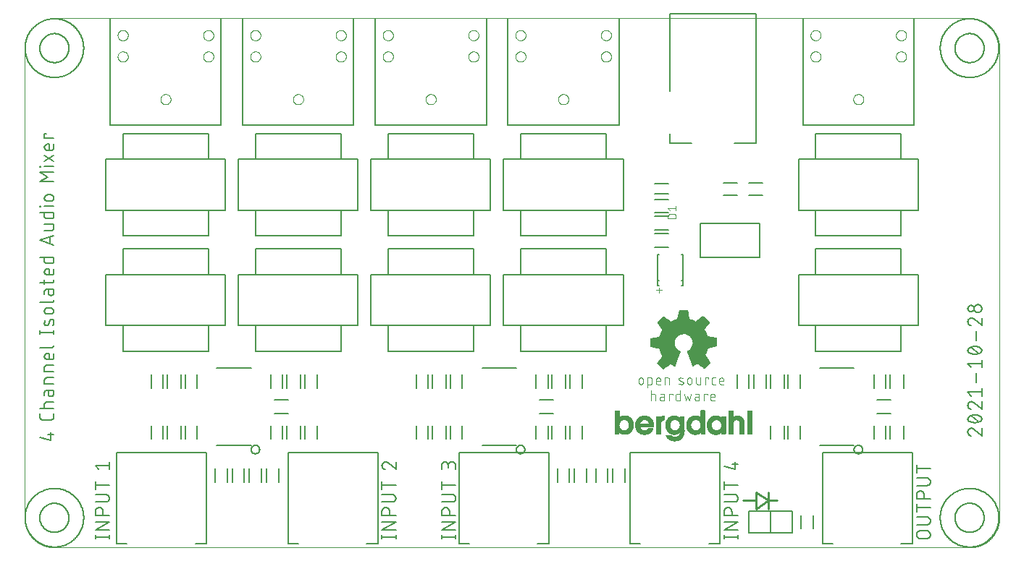
<source format=gto>
G75*
%MOIN*%
%OFA0B0*%
%FSLAX25Y25*%
%IPPOS*%
%LPD*%
%AMOC8*
5,1,8,0,0,1.08239X$1,22.5*
%
%ADD10C,0.00000*%
%ADD11C,0.01000*%
%ADD12C,0.00600*%
%ADD13C,0.00500*%
%ADD14C,0.00039*%
%ADD15C,0.00200*%
%ADD16C,0.00400*%
%ADD17C,0.00300*%
D10*
X0024622Y0040620D02*
X0445882Y0040620D01*
X0446215Y0040624D01*
X0446548Y0040636D01*
X0446880Y0040656D01*
X0447212Y0040684D01*
X0447543Y0040720D01*
X0447873Y0040765D01*
X0448202Y0040817D01*
X0448530Y0040877D01*
X0448856Y0040945D01*
X0449180Y0041020D01*
X0449502Y0041104D01*
X0449822Y0041195D01*
X0450140Y0041294D01*
X0450456Y0041401D01*
X0450768Y0041515D01*
X0451078Y0041637D01*
X0451385Y0041767D01*
X0451689Y0041903D01*
X0451989Y0042047D01*
X0452286Y0042198D01*
X0452579Y0042357D01*
X0452868Y0042522D01*
X0453153Y0042694D01*
X0453434Y0042873D01*
X0453710Y0043059D01*
X0453982Y0043252D01*
X0454249Y0043451D01*
X0454511Y0043656D01*
X0454768Y0043868D01*
X0455020Y0044086D01*
X0455266Y0044309D01*
X0455507Y0044539D01*
X0455743Y0044775D01*
X0455973Y0045016D01*
X0456196Y0045262D01*
X0456414Y0045514D01*
X0456626Y0045771D01*
X0456831Y0046033D01*
X0457030Y0046300D01*
X0457223Y0046572D01*
X0457409Y0046848D01*
X0457588Y0047129D01*
X0457760Y0047414D01*
X0457925Y0047703D01*
X0458084Y0047996D01*
X0458235Y0048293D01*
X0458379Y0048593D01*
X0458515Y0048897D01*
X0458645Y0049204D01*
X0458767Y0049514D01*
X0458881Y0049826D01*
X0458988Y0050142D01*
X0459087Y0050460D01*
X0459178Y0050780D01*
X0459262Y0051102D01*
X0459337Y0051426D01*
X0459405Y0051752D01*
X0459465Y0052080D01*
X0459517Y0052409D01*
X0459562Y0052739D01*
X0459598Y0053070D01*
X0459626Y0053402D01*
X0459646Y0053734D01*
X0459658Y0054067D01*
X0459662Y0054400D01*
X0459661Y0054400D02*
X0459661Y0270935D01*
X0459662Y0270935D02*
X0459658Y0271268D01*
X0459646Y0271601D01*
X0459626Y0271933D01*
X0459598Y0272265D01*
X0459562Y0272596D01*
X0459517Y0272926D01*
X0459465Y0273255D01*
X0459405Y0273583D01*
X0459337Y0273909D01*
X0459262Y0274233D01*
X0459178Y0274555D01*
X0459087Y0274875D01*
X0458988Y0275193D01*
X0458881Y0275509D01*
X0458767Y0275821D01*
X0458645Y0276131D01*
X0458515Y0276438D01*
X0458379Y0276742D01*
X0458235Y0277042D01*
X0458084Y0277339D01*
X0457925Y0277632D01*
X0457760Y0277921D01*
X0457588Y0278206D01*
X0457409Y0278487D01*
X0457223Y0278763D01*
X0457030Y0279035D01*
X0456831Y0279302D01*
X0456626Y0279564D01*
X0456414Y0279821D01*
X0456196Y0280073D01*
X0455973Y0280319D01*
X0455743Y0280560D01*
X0455507Y0280796D01*
X0455266Y0281026D01*
X0455020Y0281249D01*
X0454768Y0281467D01*
X0454511Y0281679D01*
X0454249Y0281884D01*
X0453982Y0282083D01*
X0453710Y0282276D01*
X0453434Y0282462D01*
X0453153Y0282641D01*
X0452868Y0282813D01*
X0452579Y0282978D01*
X0452286Y0283137D01*
X0451989Y0283288D01*
X0451689Y0283432D01*
X0451385Y0283568D01*
X0451078Y0283698D01*
X0450768Y0283820D01*
X0450456Y0283934D01*
X0450140Y0284041D01*
X0449822Y0284140D01*
X0449502Y0284231D01*
X0449180Y0284315D01*
X0448856Y0284390D01*
X0448530Y0284458D01*
X0448202Y0284518D01*
X0447873Y0284570D01*
X0447543Y0284615D01*
X0447212Y0284651D01*
X0446880Y0284679D01*
X0446548Y0284699D01*
X0446215Y0284711D01*
X0445882Y0284715D01*
X0024622Y0284715D01*
X0024289Y0284711D01*
X0023956Y0284699D01*
X0023624Y0284679D01*
X0023292Y0284651D01*
X0022961Y0284615D01*
X0022631Y0284570D01*
X0022302Y0284518D01*
X0021974Y0284458D01*
X0021648Y0284390D01*
X0021324Y0284315D01*
X0021002Y0284231D01*
X0020682Y0284140D01*
X0020364Y0284041D01*
X0020048Y0283934D01*
X0019736Y0283820D01*
X0019426Y0283698D01*
X0019119Y0283568D01*
X0018815Y0283432D01*
X0018515Y0283288D01*
X0018218Y0283137D01*
X0017925Y0282978D01*
X0017636Y0282813D01*
X0017351Y0282641D01*
X0017070Y0282462D01*
X0016794Y0282276D01*
X0016522Y0282083D01*
X0016255Y0281884D01*
X0015993Y0281679D01*
X0015736Y0281467D01*
X0015484Y0281249D01*
X0015238Y0281026D01*
X0014997Y0280796D01*
X0014761Y0280560D01*
X0014531Y0280319D01*
X0014308Y0280073D01*
X0014090Y0279821D01*
X0013878Y0279564D01*
X0013673Y0279302D01*
X0013474Y0279035D01*
X0013281Y0278763D01*
X0013095Y0278487D01*
X0012916Y0278206D01*
X0012744Y0277921D01*
X0012579Y0277632D01*
X0012420Y0277339D01*
X0012269Y0277042D01*
X0012125Y0276742D01*
X0011989Y0276438D01*
X0011859Y0276131D01*
X0011737Y0275821D01*
X0011623Y0275509D01*
X0011516Y0275193D01*
X0011417Y0274875D01*
X0011326Y0274555D01*
X0011242Y0274233D01*
X0011167Y0273909D01*
X0011099Y0273583D01*
X0011039Y0273255D01*
X0010987Y0272926D01*
X0010942Y0272596D01*
X0010906Y0272265D01*
X0010878Y0271933D01*
X0010858Y0271601D01*
X0010846Y0271268D01*
X0010842Y0270935D01*
X0010843Y0270935D02*
X0010843Y0054400D01*
X0010842Y0054400D02*
X0010846Y0054067D01*
X0010858Y0053734D01*
X0010878Y0053402D01*
X0010906Y0053070D01*
X0010942Y0052739D01*
X0010987Y0052409D01*
X0011039Y0052080D01*
X0011099Y0051752D01*
X0011167Y0051426D01*
X0011242Y0051102D01*
X0011326Y0050780D01*
X0011417Y0050460D01*
X0011516Y0050142D01*
X0011623Y0049826D01*
X0011737Y0049514D01*
X0011859Y0049204D01*
X0011989Y0048897D01*
X0012125Y0048593D01*
X0012269Y0048293D01*
X0012420Y0047996D01*
X0012579Y0047703D01*
X0012744Y0047414D01*
X0012916Y0047129D01*
X0013095Y0046848D01*
X0013281Y0046572D01*
X0013474Y0046300D01*
X0013673Y0046033D01*
X0013878Y0045771D01*
X0014090Y0045514D01*
X0014308Y0045262D01*
X0014531Y0045016D01*
X0014761Y0044775D01*
X0014997Y0044539D01*
X0015238Y0044309D01*
X0015484Y0044086D01*
X0015736Y0043868D01*
X0015993Y0043656D01*
X0016255Y0043451D01*
X0016522Y0043252D01*
X0016794Y0043059D01*
X0017070Y0042873D01*
X0017351Y0042694D01*
X0017636Y0042522D01*
X0017925Y0042357D01*
X0018218Y0042198D01*
X0018515Y0042047D01*
X0018815Y0041903D01*
X0019119Y0041767D01*
X0019426Y0041637D01*
X0019736Y0041515D01*
X0020048Y0041401D01*
X0020364Y0041294D01*
X0020682Y0041195D01*
X0021002Y0041104D01*
X0021324Y0041020D01*
X0021648Y0040945D01*
X0021974Y0040877D01*
X0022302Y0040817D01*
X0022631Y0040765D01*
X0022961Y0040720D01*
X0023292Y0040684D01*
X0023624Y0040656D01*
X0023956Y0040636D01*
X0024289Y0040624D01*
X0024622Y0040620D01*
X0073441Y0247313D02*
X0073443Y0247410D01*
X0073449Y0247507D01*
X0073459Y0247603D01*
X0073473Y0247699D01*
X0073491Y0247795D01*
X0073512Y0247889D01*
X0073538Y0247983D01*
X0073567Y0248075D01*
X0073601Y0248166D01*
X0073637Y0248256D01*
X0073678Y0248344D01*
X0073722Y0248430D01*
X0073770Y0248515D01*
X0073821Y0248597D01*
X0073875Y0248678D01*
X0073933Y0248756D01*
X0073994Y0248831D01*
X0074057Y0248904D01*
X0074124Y0248975D01*
X0074194Y0249042D01*
X0074266Y0249107D01*
X0074341Y0249168D01*
X0074419Y0249227D01*
X0074498Y0249282D01*
X0074580Y0249334D01*
X0074664Y0249382D01*
X0074750Y0249427D01*
X0074838Y0249469D01*
X0074927Y0249507D01*
X0075018Y0249541D01*
X0075110Y0249571D01*
X0075203Y0249598D01*
X0075298Y0249620D01*
X0075393Y0249639D01*
X0075489Y0249654D01*
X0075585Y0249665D01*
X0075682Y0249672D01*
X0075779Y0249675D01*
X0075876Y0249674D01*
X0075973Y0249669D01*
X0076069Y0249660D01*
X0076165Y0249647D01*
X0076261Y0249630D01*
X0076356Y0249609D01*
X0076449Y0249585D01*
X0076542Y0249556D01*
X0076634Y0249524D01*
X0076724Y0249488D01*
X0076812Y0249449D01*
X0076899Y0249405D01*
X0076984Y0249359D01*
X0077067Y0249308D01*
X0077148Y0249255D01*
X0077226Y0249198D01*
X0077303Y0249138D01*
X0077376Y0249075D01*
X0077447Y0249009D01*
X0077515Y0248940D01*
X0077581Y0248868D01*
X0077643Y0248794D01*
X0077702Y0248717D01*
X0077758Y0248638D01*
X0077811Y0248556D01*
X0077861Y0248473D01*
X0077906Y0248387D01*
X0077949Y0248300D01*
X0077988Y0248211D01*
X0078023Y0248121D01*
X0078054Y0248029D01*
X0078081Y0247936D01*
X0078105Y0247842D01*
X0078125Y0247747D01*
X0078141Y0247651D01*
X0078153Y0247555D01*
X0078161Y0247458D01*
X0078165Y0247361D01*
X0078165Y0247265D01*
X0078161Y0247168D01*
X0078153Y0247071D01*
X0078141Y0246975D01*
X0078125Y0246879D01*
X0078105Y0246784D01*
X0078081Y0246690D01*
X0078054Y0246597D01*
X0078023Y0246505D01*
X0077988Y0246415D01*
X0077949Y0246326D01*
X0077906Y0246239D01*
X0077861Y0246153D01*
X0077811Y0246070D01*
X0077758Y0245988D01*
X0077702Y0245909D01*
X0077643Y0245832D01*
X0077581Y0245758D01*
X0077515Y0245686D01*
X0077447Y0245617D01*
X0077376Y0245551D01*
X0077303Y0245488D01*
X0077226Y0245428D01*
X0077148Y0245371D01*
X0077067Y0245318D01*
X0076984Y0245267D01*
X0076899Y0245221D01*
X0076812Y0245177D01*
X0076724Y0245138D01*
X0076634Y0245102D01*
X0076542Y0245070D01*
X0076449Y0245041D01*
X0076356Y0245017D01*
X0076261Y0244996D01*
X0076165Y0244979D01*
X0076069Y0244966D01*
X0075973Y0244957D01*
X0075876Y0244952D01*
X0075779Y0244951D01*
X0075682Y0244954D01*
X0075585Y0244961D01*
X0075489Y0244972D01*
X0075393Y0244987D01*
X0075298Y0245006D01*
X0075203Y0245028D01*
X0075110Y0245055D01*
X0075018Y0245085D01*
X0074927Y0245119D01*
X0074838Y0245157D01*
X0074750Y0245199D01*
X0074664Y0245244D01*
X0074580Y0245292D01*
X0074498Y0245344D01*
X0074419Y0245399D01*
X0074341Y0245458D01*
X0074266Y0245519D01*
X0074194Y0245584D01*
X0074124Y0245651D01*
X0074057Y0245722D01*
X0073994Y0245795D01*
X0073933Y0245870D01*
X0073875Y0245948D01*
X0073821Y0246029D01*
X0073770Y0246111D01*
X0073722Y0246196D01*
X0073678Y0246282D01*
X0073637Y0246370D01*
X0073601Y0246460D01*
X0073567Y0246551D01*
X0073538Y0246643D01*
X0073512Y0246737D01*
X0073491Y0246831D01*
X0073473Y0246927D01*
X0073459Y0247023D01*
X0073449Y0247119D01*
X0073443Y0247216D01*
X0073441Y0247313D01*
X0053756Y0266998D02*
X0053758Y0267095D01*
X0053764Y0267192D01*
X0053774Y0267288D01*
X0053788Y0267384D01*
X0053806Y0267480D01*
X0053827Y0267574D01*
X0053853Y0267668D01*
X0053882Y0267760D01*
X0053916Y0267851D01*
X0053952Y0267941D01*
X0053993Y0268029D01*
X0054037Y0268115D01*
X0054085Y0268200D01*
X0054136Y0268282D01*
X0054190Y0268363D01*
X0054248Y0268441D01*
X0054309Y0268516D01*
X0054372Y0268589D01*
X0054439Y0268660D01*
X0054509Y0268727D01*
X0054581Y0268792D01*
X0054656Y0268853D01*
X0054734Y0268912D01*
X0054813Y0268967D01*
X0054895Y0269019D01*
X0054979Y0269067D01*
X0055065Y0269112D01*
X0055153Y0269154D01*
X0055242Y0269192D01*
X0055333Y0269226D01*
X0055425Y0269256D01*
X0055518Y0269283D01*
X0055613Y0269305D01*
X0055708Y0269324D01*
X0055804Y0269339D01*
X0055900Y0269350D01*
X0055997Y0269357D01*
X0056094Y0269360D01*
X0056191Y0269359D01*
X0056288Y0269354D01*
X0056384Y0269345D01*
X0056480Y0269332D01*
X0056576Y0269315D01*
X0056671Y0269294D01*
X0056764Y0269270D01*
X0056857Y0269241D01*
X0056949Y0269209D01*
X0057039Y0269173D01*
X0057127Y0269134D01*
X0057214Y0269090D01*
X0057299Y0269044D01*
X0057382Y0268993D01*
X0057463Y0268940D01*
X0057541Y0268883D01*
X0057618Y0268823D01*
X0057691Y0268760D01*
X0057762Y0268694D01*
X0057830Y0268625D01*
X0057896Y0268553D01*
X0057958Y0268479D01*
X0058017Y0268402D01*
X0058073Y0268323D01*
X0058126Y0268241D01*
X0058176Y0268158D01*
X0058221Y0268072D01*
X0058264Y0267985D01*
X0058303Y0267896D01*
X0058338Y0267806D01*
X0058369Y0267714D01*
X0058396Y0267621D01*
X0058420Y0267527D01*
X0058440Y0267432D01*
X0058456Y0267336D01*
X0058468Y0267240D01*
X0058476Y0267143D01*
X0058480Y0267046D01*
X0058480Y0266950D01*
X0058476Y0266853D01*
X0058468Y0266756D01*
X0058456Y0266660D01*
X0058440Y0266564D01*
X0058420Y0266469D01*
X0058396Y0266375D01*
X0058369Y0266282D01*
X0058338Y0266190D01*
X0058303Y0266100D01*
X0058264Y0266011D01*
X0058221Y0265924D01*
X0058176Y0265838D01*
X0058126Y0265755D01*
X0058073Y0265673D01*
X0058017Y0265594D01*
X0057958Y0265517D01*
X0057896Y0265443D01*
X0057830Y0265371D01*
X0057762Y0265302D01*
X0057691Y0265236D01*
X0057618Y0265173D01*
X0057541Y0265113D01*
X0057463Y0265056D01*
X0057382Y0265003D01*
X0057299Y0264952D01*
X0057214Y0264906D01*
X0057127Y0264862D01*
X0057039Y0264823D01*
X0056949Y0264787D01*
X0056857Y0264755D01*
X0056764Y0264726D01*
X0056671Y0264702D01*
X0056576Y0264681D01*
X0056480Y0264664D01*
X0056384Y0264651D01*
X0056288Y0264642D01*
X0056191Y0264637D01*
X0056094Y0264636D01*
X0055997Y0264639D01*
X0055900Y0264646D01*
X0055804Y0264657D01*
X0055708Y0264672D01*
X0055613Y0264691D01*
X0055518Y0264713D01*
X0055425Y0264740D01*
X0055333Y0264770D01*
X0055242Y0264804D01*
X0055153Y0264842D01*
X0055065Y0264884D01*
X0054979Y0264929D01*
X0054895Y0264977D01*
X0054813Y0265029D01*
X0054734Y0265084D01*
X0054656Y0265143D01*
X0054581Y0265204D01*
X0054509Y0265269D01*
X0054439Y0265336D01*
X0054372Y0265407D01*
X0054309Y0265480D01*
X0054248Y0265555D01*
X0054190Y0265633D01*
X0054136Y0265714D01*
X0054085Y0265796D01*
X0054037Y0265881D01*
X0053993Y0265967D01*
X0053952Y0266055D01*
X0053916Y0266145D01*
X0053882Y0266236D01*
X0053853Y0266328D01*
X0053827Y0266422D01*
X0053806Y0266516D01*
X0053788Y0266612D01*
X0053774Y0266708D01*
X0053764Y0266804D01*
X0053758Y0266901D01*
X0053756Y0266998D01*
X0053756Y0276841D02*
X0053758Y0276938D01*
X0053764Y0277035D01*
X0053774Y0277131D01*
X0053788Y0277227D01*
X0053806Y0277323D01*
X0053827Y0277417D01*
X0053853Y0277511D01*
X0053882Y0277603D01*
X0053916Y0277694D01*
X0053952Y0277784D01*
X0053993Y0277872D01*
X0054037Y0277958D01*
X0054085Y0278043D01*
X0054136Y0278125D01*
X0054190Y0278206D01*
X0054248Y0278284D01*
X0054309Y0278359D01*
X0054372Y0278432D01*
X0054439Y0278503D01*
X0054509Y0278570D01*
X0054581Y0278635D01*
X0054656Y0278696D01*
X0054734Y0278755D01*
X0054813Y0278810D01*
X0054895Y0278862D01*
X0054979Y0278910D01*
X0055065Y0278955D01*
X0055153Y0278997D01*
X0055242Y0279035D01*
X0055333Y0279069D01*
X0055425Y0279099D01*
X0055518Y0279126D01*
X0055613Y0279148D01*
X0055708Y0279167D01*
X0055804Y0279182D01*
X0055900Y0279193D01*
X0055997Y0279200D01*
X0056094Y0279203D01*
X0056191Y0279202D01*
X0056288Y0279197D01*
X0056384Y0279188D01*
X0056480Y0279175D01*
X0056576Y0279158D01*
X0056671Y0279137D01*
X0056764Y0279113D01*
X0056857Y0279084D01*
X0056949Y0279052D01*
X0057039Y0279016D01*
X0057127Y0278977D01*
X0057214Y0278933D01*
X0057299Y0278887D01*
X0057382Y0278836D01*
X0057463Y0278783D01*
X0057541Y0278726D01*
X0057618Y0278666D01*
X0057691Y0278603D01*
X0057762Y0278537D01*
X0057830Y0278468D01*
X0057896Y0278396D01*
X0057958Y0278322D01*
X0058017Y0278245D01*
X0058073Y0278166D01*
X0058126Y0278084D01*
X0058176Y0278001D01*
X0058221Y0277915D01*
X0058264Y0277828D01*
X0058303Y0277739D01*
X0058338Y0277649D01*
X0058369Y0277557D01*
X0058396Y0277464D01*
X0058420Y0277370D01*
X0058440Y0277275D01*
X0058456Y0277179D01*
X0058468Y0277083D01*
X0058476Y0276986D01*
X0058480Y0276889D01*
X0058480Y0276793D01*
X0058476Y0276696D01*
X0058468Y0276599D01*
X0058456Y0276503D01*
X0058440Y0276407D01*
X0058420Y0276312D01*
X0058396Y0276218D01*
X0058369Y0276125D01*
X0058338Y0276033D01*
X0058303Y0275943D01*
X0058264Y0275854D01*
X0058221Y0275767D01*
X0058176Y0275681D01*
X0058126Y0275598D01*
X0058073Y0275516D01*
X0058017Y0275437D01*
X0057958Y0275360D01*
X0057896Y0275286D01*
X0057830Y0275214D01*
X0057762Y0275145D01*
X0057691Y0275079D01*
X0057618Y0275016D01*
X0057541Y0274956D01*
X0057463Y0274899D01*
X0057382Y0274846D01*
X0057299Y0274795D01*
X0057214Y0274749D01*
X0057127Y0274705D01*
X0057039Y0274666D01*
X0056949Y0274630D01*
X0056857Y0274598D01*
X0056764Y0274569D01*
X0056671Y0274545D01*
X0056576Y0274524D01*
X0056480Y0274507D01*
X0056384Y0274494D01*
X0056288Y0274485D01*
X0056191Y0274480D01*
X0056094Y0274479D01*
X0055997Y0274482D01*
X0055900Y0274489D01*
X0055804Y0274500D01*
X0055708Y0274515D01*
X0055613Y0274534D01*
X0055518Y0274556D01*
X0055425Y0274583D01*
X0055333Y0274613D01*
X0055242Y0274647D01*
X0055153Y0274685D01*
X0055065Y0274727D01*
X0054979Y0274772D01*
X0054895Y0274820D01*
X0054813Y0274872D01*
X0054734Y0274927D01*
X0054656Y0274986D01*
X0054581Y0275047D01*
X0054509Y0275112D01*
X0054439Y0275179D01*
X0054372Y0275250D01*
X0054309Y0275323D01*
X0054248Y0275398D01*
X0054190Y0275476D01*
X0054136Y0275557D01*
X0054085Y0275639D01*
X0054037Y0275724D01*
X0053993Y0275810D01*
X0053952Y0275898D01*
X0053916Y0275988D01*
X0053882Y0276079D01*
X0053853Y0276171D01*
X0053827Y0276265D01*
X0053806Y0276359D01*
X0053788Y0276455D01*
X0053774Y0276551D01*
X0053764Y0276647D01*
X0053758Y0276744D01*
X0053756Y0276841D01*
X0093126Y0276841D02*
X0093128Y0276938D01*
X0093134Y0277035D01*
X0093144Y0277131D01*
X0093158Y0277227D01*
X0093176Y0277323D01*
X0093197Y0277417D01*
X0093223Y0277511D01*
X0093252Y0277603D01*
X0093286Y0277694D01*
X0093322Y0277784D01*
X0093363Y0277872D01*
X0093407Y0277958D01*
X0093455Y0278043D01*
X0093506Y0278125D01*
X0093560Y0278206D01*
X0093618Y0278284D01*
X0093679Y0278359D01*
X0093742Y0278432D01*
X0093809Y0278503D01*
X0093879Y0278570D01*
X0093951Y0278635D01*
X0094026Y0278696D01*
X0094104Y0278755D01*
X0094183Y0278810D01*
X0094265Y0278862D01*
X0094349Y0278910D01*
X0094435Y0278955D01*
X0094523Y0278997D01*
X0094612Y0279035D01*
X0094703Y0279069D01*
X0094795Y0279099D01*
X0094888Y0279126D01*
X0094983Y0279148D01*
X0095078Y0279167D01*
X0095174Y0279182D01*
X0095270Y0279193D01*
X0095367Y0279200D01*
X0095464Y0279203D01*
X0095561Y0279202D01*
X0095658Y0279197D01*
X0095754Y0279188D01*
X0095850Y0279175D01*
X0095946Y0279158D01*
X0096041Y0279137D01*
X0096134Y0279113D01*
X0096227Y0279084D01*
X0096319Y0279052D01*
X0096409Y0279016D01*
X0096497Y0278977D01*
X0096584Y0278933D01*
X0096669Y0278887D01*
X0096752Y0278836D01*
X0096833Y0278783D01*
X0096911Y0278726D01*
X0096988Y0278666D01*
X0097061Y0278603D01*
X0097132Y0278537D01*
X0097200Y0278468D01*
X0097266Y0278396D01*
X0097328Y0278322D01*
X0097387Y0278245D01*
X0097443Y0278166D01*
X0097496Y0278084D01*
X0097546Y0278001D01*
X0097591Y0277915D01*
X0097634Y0277828D01*
X0097673Y0277739D01*
X0097708Y0277649D01*
X0097739Y0277557D01*
X0097766Y0277464D01*
X0097790Y0277370D01*
X0097810Y0277275D01*
X0097826Y0277179D01*
X0097838Y0277083D01*
X0097846Y0276986D01*
X0097850Y0276889D01*
X0097850Y0276793D01*
X0097846Y0276696D01*
X0097838Y0276599D01*
X0097826Y0276503D01*
X0097810Y0276407D01*
X0097790Y0276312D01*
X0097766Y0276218D01*
X0097739Y0276125D01*
X0097708Y0276033D01*
X0097673Y0275943D01*
X0097634Y0275854D01*
X0097591Y0275767D01*
X0097546Y0275681D01*
X0097496Y0275598D01*
X0097443Y0275516D01*
X0097387Y0275437D01*
X0097328Y0275360D01*
X0097266Y0275286D01*
X0097200Y0275214D01*
X0097132Y0275145D01*
X0097061Y0275079D01*
X0096988Y0275016D01*
X0096911Y0274956D01*
X0096833Y0274899D01*
X0096752Y0274846D01*
X0096669Y0274795D01*
X0096584Y0274749D01*
X0096497Y0274705D01*
X0096409Y0274666D01*
X0096319Y0274630D01*
X0096227Y0274598D01*
X0096134Y0274569D01*
X0096041Y0274545D01*
X0095946Y0274524D01*
X0095850Y0274507D01*
X0095754Y0274494D01*
X0095658Y0274485D01*
X0095561Y0274480D01*
X0095464Y0274479D01*
X0095367Y0274482D01*
X0095270Y0274489D01*
X0095174Y0274500D01*
X0095078Y0274515D01*
X0094983Y0274534D01*
X0094888Y0274556D01*
X0094795Y0274583D01*
X0094703Y0274613D01*
X0094612Y0274647D01*
X0094523Y0274685D01*
X0094435Y0274727D01*
X0094349Y0274772D01*
X0094265Y0274820D01*
X0094183Y0274872D01*
X0094104Y0274927D01*
X0094026Y0274986D01*
X0093951Y0275047D01*
X0093879Y0275112D01*
X0093809Y0275179D01*
X0093742Y0275250D01*
X0093679Y0275323D01*
X0093618Y0275398D01*
X0093560Y0275476D01*
X0093506Y0275557D01*
X0093455Y0275639D01*
X0093407Y0275724D01*
X0093363Y0275810D01*
X0093322Y0275898D01*
X0093286Y0275988D01*
X0093252Y0276079D01*
X0093223Y0276171D01*
X0093197Y0276265D01*
X0093176Y0276359D01*
X0093158Y0276455D01*
X0093144Y0276551D01*
X0093134Y0276647D01*
X0093128Y0276744D01*
X0093126Y0276841D01*
X0093126Y0266998D02*
X0093128Y0267095D01*
X0093134Y0267192D01*
X0093144Y0267288D01*
X0093158Y0267384D01*
X0093176Y0267480D01*
X0093197Y0267574D01*
X0093223Y0267668D01*
X0093252Y0267760D01*
X0093286Y0267851D01*
X0093322Y0267941D01*
X0093363Y0268029D01*
X0093407Y0268115D01*
X0093455Y0268200D01*
X0093506Y0268282D01*
X0093560Y0268363D01*
X0093618Y0268441D01*
X0093679Y0268516D01*
X0093742Y0268589D01*
X0093809Y0268660D01*
X0093879Y0268727D01*
X0093951Y0268792D01*
X0094026Y0268853D01*
X0094104Y0268912D01*
X0094183Y0268967D01*
X0094265Y0269019D01*
X0094349Y0269067D01*
X0094435Y0269112D01*
X0094523Y0269154D01*
X0094612Y0269192D01*
X0094703Y0269226D01*
X0094795Y0269256D01*
X0094888Y0269283D01*
X0094983Y0269305D01*
X0095078Y0269324D01*
X0095174Y0269339D01*
X0095270Y0269350D01*
X0095367Y0269357D01*
X0095464Y0269360D01*
X0095561Y0269359D01*
X0095658Y0269354D01*
X0095754Y0269345D01*
X0095850Y0269332D01*
X0095946Y0269315D01*
X0096041Y0269294D01*
X0096134Y0269270D01*
X0096227Y0269241D01*
X0096319Y0269209D01*
X0096409Y0269173D01*
X0096497Y0269134D01*
X0096584Y0269090D01*
X0096669Y0269044D01*
X0096752Y0268993D01*
X0096833Y0268940D01*
X0096911Y0268883D01*
X0096988Y0268823D01*
X0097061Y0268760D01*
X0097132Y0268694D01*
X0097200Y0268625D01*
X0097266Y0268553D01*
X0097328Y0268479D01*
X0097387Y0268402D01*
X0097443Y0268323D01*
X0097496Y0268241D01*
X0097546Y0268158D01*
X0097591Y0268072D01*
X0097634Y0267985D01*
X0097673Y0267896D01*
X0097708Y0267806D01*
X0097739Y0267714D01*
X0097766Y0267621D01*
X0097790Y0267527D01*
X0097810Y0267432D01*
X0097826Y0267336D01*
X0097838Y0267240D01*
X0097846Y0267143D01*
X0097850Y0267046D01*
X0097850Y0266950D01*
X0097846Y0266853D01*
X0097838Y0266756D01*
X0097826Y0266660D01*
X0097810Y0266564D01*
X0097790Y0266469D01*
X0097766Y0266375D01*
X0097739Y0266282D01*
X0097708Y0266190D01*
X0097673Y0266100D01*
X0097634Y0266011D01*
X0097591Y0265924D01*
X0097546Y0265838D01*
X0097496Y0265755D01*
X0097443Y0265673D01*
X0097387Y0265594D01*
X0097328Y0265517D01*
X0097266Y0265443D01*
X0097200Y0265371D01*
X0097132Y0265302D01*
X0097061Y0265236D01*
X0096988Y0265173D01*
X0096911Y0265113D01*
X0096833Y0265056D01*
X0096752Y0265003D01*
X0096669Y0264952D01*
X0096584Y0264906D01*
X0096497Y0264862D01*
X0096409Y0264823D01*
X0096319Y0264787D01*
X0096227Y0264755D01*
X0096134Y0264726D01*
X0096041Y0264702D01*
X0095946Y0264681D01*
X0095850Y0264664D01*
X0095754Y0264651D01*
X0095658Y0264642D01*
X0095561Y0264637D01*
X0095464Y0264636D01*
X0095367Y0264639D01*
X0095270Y0264646D01*
X0095174Y0264657D01*
X0095078Y0264672D01*
X0094983Y0264691D01*
X0094888Y0264713D01*
X0094795Y0264740D01*
X0094703Y0264770D01*
X0094612Y0264804D01*
X0094523Y0264842D01*
X0094435Y0264884D01*
X0094349Y0264929D01*
X0094265Y0264977D01*
X0094183Y0265029D01*
X0094104Y0265084D01*
X0094026Y0265143D01*
X0093951Y0265204D01*
X0093879Y0265269D01*
X0093809Y0265336D01*
X0093742Y0265407D01*
X0093679Y0265480D01*
X0093618Y0265555D01*
X0093560Y0265633D01*
X0093506Y0265714D01*
X0093455Y0265796D01*
X0093407Y0265881D01*
X0093363Y0265967D01*
X0093322Y0266055D01*
X0093286Y0266145D01*
X0093252Y0266236D01*
X0093223Y0266328D01*
X0093197Y0266422D01*
X0093176Y0266516D01*
X0093158Y0266612D01*
X0093144Y0266708D01*
X0093134Y0266804D01*
X0093128Y0266901D01*
X0093126Y0266998D01*
X0114780Y0266998D02*
X0114782Y0267095D01*
X0114788Y0267192D01*
X0114798Y0267288D01*
X0114812Y0267384D01*
X0114830Y0267480D01*
X0114851Y0267574D01*
X0114877Y0267668D01*
X0114906Y0267760D01*
X0114940Y0267851D01*
X0114976Y0267941D01*
X0115017Y0268029D01*
X0115061Y0268115D01*
X0115109Y0268200D01*
X0115160Y0268282D01*
X0115214Y0268363D01*
X0115272Y0268441D01*
X0115333Y0268516D01*
X0115396Y0268589D01*
X0115463Y0268660D01*
X0115533Y0268727D01*
X0115605Y0268792D01*
X0115680Y0268853D01*
X0115758Y0268912D01*
X0115837Y0268967D01*
X0115919Y0269019D01*
X0116003Y0269067D01*
X0116089Y0269112D01*
X0116177Y0269154D01*
X0116266Y0269192D01*
X0116357Y0269226D01*
X0116449Y0269256D01*
X0116542Y0269283D01*
X0116637Y0269305D01*
X0116732Y0269324D01*
X0116828Y0269339D01*
X0116924Y0269350D01*
X0117021Y0269357D01*
X0117118Y0269360D01*
X0117215Y0269359D01*
X0117312Y0269354D01*
X0117408Y0269345D01*
X0117504Y0269332D01*
X0117600Y0269315D01*
X0117695Y0269294D01*
X0117788Y0269270D01*
X0117881Y0269241D01*
X0117973Y0269209D01*
X0118063Y0269173D01*
X0118151Y0269134D01*
X0118238Y0269090D01*
X0118323Y0269044D01*
X0118406Y0268993D01*
X0118487Y0268940D01*
X0118565Y0268883D01*
X0118642Y0268823D01*
X0118715Y0268760D01*
X0118786Y0268694D01*
X0118854Y0268625D01*
X0118920Y0268553D01*
X0118982Y0268479D01*
X0119041Y0268402D01*
X0119097Y0268323D01*
X0119150Y0268241D01*
X0119200Y0268158D01*
X0119245Y0268072D01*
X0119288Y0267985D01*
X0119327Y0267896D01*
X0119362Y0267806D01*
X0119393Y0267714D01*
X0119420Y0267621D01*
X0119444Y0267527D01*
X0119464Y0267432D01*
X0119480Y0267336D01*
X0119492Y0267240D01*
X0119500Y0267143D01*
X0119504Y0267046D01*
X0119504Y0266950D01*
X0119500Y0266853D01*
X0119492Y0266756D01*
X0119480Y0266660D01*
X0119464Y0266564D01*
X0119444Y0266469D01*
X0119420Y0266375D01*
X0119393Y0266282D01*
X0119362Y0266190D01*
X0119327Y0266100D01*
X0119288Y0266011D01*
X0119245Y0265924D01*
X0119200Y0265838D01*
X0119150Y0265755D01*
X0119097Y0265673D01*
X0119041Y0265594D01*
X0118982Y0265517D01*
X0118920Y0265443D01*
X0118854Y0265371D01*
X0118786Y0265302D01*
X0118715Y0265236D01*
X0118642Y0265173D01*
X0118565Y0265113D01*
X0118487Y0265056D01*
X0118406Y0265003D01*
X0118323Y0264952D01*
X0118238Y0264906D01*
X0118151Y0264862D01*
X0118063Y0264823D01*
X0117973Y0264787D01*
X0117881Y0264755D01*
X0117788Y0264726D01*
X0117695Y0264702D01*
X0117600Y0264681D01*
X0117504Y0264664D01*
X0117408Y0264651D01*
X0117312Y0264642D01*
X0117215Y0264637D01*
X0117118Y0264636D01*
X0117021Y0264639D01*
X0116924Y0264646D01*
X0116828Y0264657D01*
X0116732Y0264672D01*
X0116637Y0264691D01*
X0116542Y0264713D01*
X0116449Y0264740D01*
X0116357Y0264770D01*
X0116266Y0264804D01*
X0116177Y0264842D01*
X0116089Y0264884D01*
X0116003Y0264929D01*
X0115919Y0264977D01*
X0115837Y0265029D01*
X0115758Y0265084D01*
X0115680Y0265143D01*
X0115605Y0265204D01*
X0115533Y0265269D01*
X0115463Y0265336D01*
X0115396Y0265407D01*
X0115333Y0265480D01*
X0115272Y0265555D01*
X0115214Y0265633D01*
X0115160Y0265714D01*
X0115109Y0265796D01*
X0115061Y0265881D01*
X0115017Y0265967D01*
X0114976Y0266055D01*
X0114940Y0266145D01*
X0114906Y0266236D01*
X0114877Y0266328D01*
X0114851Y0266422D01*
X0114830Y0266516D01*
X0114812Y0266612D01*
X0114798Y0266708D01*
X0114788Y0266804D01*
X0114782Y0266901D01*
X0114780Y0266998D01*
X0114780Y0276841D02*
X0114782Y0276938D01*
X0114788Y0277035D01*
X0114798Y0277131D01*
X0114812Y0277227D01*
X0114830Y0277323D01*
X0114851Y0277417D01*
X0114877Y0277511D01*
X0114906Y0277603D01*
X0114940Y0277694D01*
X0114976Y0277784D01*
X0115017Y0277872D01*
X0115061Y0277958D01*
X0115109Y0278043D01*
X0115160Y0278125D01*
X0115214Y0278206D01*
X0115272Y0278284D01*
X0115333Y0278359D01*
X0115396Y0278432D01*
X0115463Y0278503D01*
X0115533Y0278570D01*
X0115605Y0278635D01*
X0115680Y0278696D01*
X0115758Y0278755D01*
X0115837Y0278810D01*
X0115919Y0278862D01*
X0116003Y0278910D01*
X0116089Y0278955D01*
X0116177Y0278997D01*
X0116266Y0279035D01*
X0116357Y0279069D01*
X0116449Y0279099D01*
X0116542Y0279126D01*
X0116637Y0279148D01*
X0116732Y0279167D01*
X0116828Y0279182D01*
X0116924Y0279193D01*
X0117021Y0279200D01*
X0117118Y0279203D01*
X0117215Y0279202D01*
X0117312Y0279197D01*
X0117408Y0279188D01*
X0117504Y0279175D01*
X0117600Y0279158D01*
X0117695Y0279137D01*
X0117788Y0279113D01*
X0117881Y0279084D01*
X0117973Y0279052D01*
X0118063Y0279016D01*
X0118151Y0278977D01*
X0118238Y0278933D01*
X0118323Y0278887D01*
X0118406Y0278836D01*
X0118487Y0278783D01*
X0118565Y0278726D01*
X0118642Y0278666D01*
X0118715Y0278603D01*
X0118786Y0278537D01*
X0118854Y0278468D01*
X0118920Y0278396D01*
X0118982Y0278322D01*
X0119041Y0278245D01*
X0119097Y0278166D01*
X0119150Y0278084D01*
X0119200Y0278001D01*
X0119245Y0277915D01*
X0119288Y0277828D01*
X0119327Y0277739D01*
X0119362Y0277649D01*
X0119393Y0277557D01*
X0119420Y0277464D01*
X0119444Y0277370D01*
X0119464Y0277275D01*
X0119480Y0277179D01*
X0119492Y0277083D01*
X0119500Y0276986D01*
X0119504Y0276889D01*
X0119504Y0276793D01*
X0119500Y0276696D01*
X0119492Y0276599D01*
X0119480Y0276503D01*
X0119464Y0276407D01*
X0119444Y0276312D01*
X0119420Y0276218D01*
X0119393Y0276125D01*
X0119362Y0276033D01*
X0119327Y0275943D01*
X0119288Y0275854D01*
X0119245Y0275767D01*
X0119200Y0275681D01*
X0119150Y0275598D01*
X0119097Y0275516D01*
X0119041Y0275437D01*
X0118982Y0275360D01*
X0118920Y0275286D01*
X0118854Y0275214D01*
X0118786Y0275145D01*
X0118715Y0275079D01*
X0118642Y0275016D01*
X0118565Y0274956D01*
X0118487Y0274899D01*
X0118406Y0274846D01*
X0118323Y0274795D01*
X0118238Y0274749D01*
X0118151Y0274705D01*
X0118063Y0274666D01*
X0117973Y0274630D01*
X0117881Y0274598D01*
X0117788Y0274569D01*
X0117695Y0274545D01*
X0117600Y0274524D01*
X0117504Y0274507D01*
X0117408Y0274494D01*
X0117312Y0274485D01*
X0117215Y0274480D01*
X0117118Y0274479D01*
X0117021Y0274482D01*
X0116924Y0274489D01*
X0116828Y0274500D01*
X0116732Y0274515D01*
X0116637Y0274534D01*
X0116542Y0274556D01*
X0116449Y0274583D01*
X0116357Y0274613D01*
X0116266Y0274647D01*
X0116177Y0274685D01*
X0116089Y0274727D01*
X0116003Y0274772D01*
X0115919Y0274820D01*
X0115837Y0274872D01*
X0115758Y0274927D01*
X0115680Y0274986D01*
X0115605Y0275047D01*
X0115533Y0275112D01*
X0115463Y0275179D01*
X0115396Y0275250D01*
X0115333Y0275323D01*
X0115272Y0275398D01*
X0115214Y0275476D01*
X0115160Y0275557D01*
X0115109Y0275639D01*
X0115061Y0275724D01*
X0115017Y0275810D01*
X0114976Y0275898D01*
X0114940Y0275988D01*
X0114906Y0276079D01*
X0114877Y0276171D01*
X0114851Y0276265D01*
X0114830Y0276359D01*
X0114812Y0276455D01*
X0114798Y0276551D01*
X0114788Y0276647D01*
X0114782Y0276744D01*
X0114780Y0276841D01*
X0154150Y0276841D02*
X0154152Y0276938D01*
X0154158Y0277035D01*
X0154168Y0277131D01*
X0154182Y0277227D01*
X0154200Y0277323D01*
X0154221Y0277417D01*
X0154247Y0277511D01*
X0154276Y0277603D01*
X0154310Y0277694D01*
X0154346Y0277784D01*
X0154387Y0277872D01*
X0154431Y0277958D01*
X0154479Y0278043D01*
X0154530Y0278125D01*
X0154584Y0278206D01*
X0154642Y0278284D01*
X0154703Y0278359D01*
X0154766Y0278432D01*
X0154833Y0278503D01*
X0154903Y0278570D01*
X0154975Y0278635D01*
X0155050Y0278696D01*
X0155128Y0278755D01*
X0155207Y0278810D01*
X0155289Y0278862D01*
X0155373Y0278910D01*
X0155459Y0278955D01*
X0155547Y0278997D01*
X0155636Y0279035D01*
X0155727Y0279069D01*
X0155819Y0279099D01*
X0155912Y0279126D01*
X0156007Y0279148D01*
X0156102Y0279167D01*
X0156198Y0279182D01*
X0156294Y0279193D01*
X0156391Y0279200D01*
X0156488Y0279203D01*
X0156585Y0279202D01*
X0156682Y0279197D01*
X0156778Y0279188D01*
X0156874Y0279175D01*
X0156970Y0279158D01*
X0157065Y0279137D01*
X0157158Y0279113D01*
X0157251Y0279084D01*
X0157343Y0279052D01*
X0157433Y0279016D01*
X0157521Y0278977D01*
X0157608Y0278933D01*
X0157693Y0278887D01*
X0157776Y0278836D01*
X0157857Y0278783D01*
X0157935Y0278726D01*
X0158012Y0278666D01*
X0158085Y0278603D01*
X0158156Y0278537D01*
X0158224Y0278468D01*
X0158290Y0278396D01*
X0158352Y0278322D01*
X0158411Y0278245D01*
X0158467Y0278166D01*
X0158520Y0278084D01*
X0158570Y0278001D01*
X0158615Y0277915D01*
X0158658Y0277828D01*
X0158697Y0277739D01*
X0158732Y0277649D01*
X0158763Y0277557D01*
X0158790Y0277464D01*
X0158814Y0277370D01*
X0158834Y0277275D01*
X0158850Y0277179D01*
X0158862Y0277083D01*
X0158870Y0276986D01*
X0158874Y0276889D01*
X0158874Y0276793D01*
X0158870Y0276696D01*
X0158862Y0276599D01*
X0158850Y0276503D01*
X0158834Y0276407D01*
X0158814Y0276312D01*
X0158790Y0276218D01*
X0158763Y0276125D01*
X0158732Y0276033D01*
X0158697Y0275943D01*
X0158658Y0275854D01*
X0158615Y0275767D01*
X0158570Y0275681D01*
X0158520Y0275598D01*
X0158467Y0275516D01*
X0158411Y0275437D01*
X0158352Y0275360D01*
X0158290Y0275286D01*
X0158224Y0275214D01*
X0158156Y0275145D01*
X0158085Y0275079D01*
X0158012Y0275016D01*
X0157935Y0274956D01*
X0157857Y0274899D01*
X0157776Y0274846D01*
X0157693Y0274795D01*
X0157608Y0274749D01*
X0157521Y0274705D01*
X0157433Y0274666D01*
X0157343Y0274630D01*
X0157251Y0274598D01*
X0157158Y0274569D01*
X0157065Y0274545D01*
X0156970Y0274524D01*
X0156874Y0274507D01*
X0156778Y0274494D01*
X0156682Y0274485D01*
X0156585Y0274480D01*
X0156488Y0274479D01*
X0156391Y0274482D01*
X0156294Y0274489D01*
X0156198Y0274500D01*
X0156102Y0274515D01*
X0156007Y0274534D01*
X0155912Y0274556D01*
X0155819Y0274583D01*
X0155727Y0274613D01*
X0155636Y0274647D01*
X0155547Y0274685D01*
X0155459Y0274727D01*
X0155373Y0274772D01*
X0155289Y0274820D01*
X0155207Y0274872D01*
X0155128Y0274927D01*
X0155050Y0274986D01*
X0154975Y0275047D01*
X0154903Y0275112D01*
X0154833Y0275179D01*
X0154766Y0275250D01*
X0154703Y0275323D01*
X0154642Y0275398D01*
X0154584Y0275476D01*
X0154530Y0275557D01*
X0154479Y0275639D01*
X0154431Y0275724D01*
X0154387Y0275810D01*
X0154346Y0275898D01*
X0154310Y0275988D01*
X0154276Y0276079D01*
X0154247Y0276171D01*
X0154221Y0276265D01*
X0154200Y0276359D01*
X0154182Y0276455D01*
X0154168Y0276551D01*
X0154158Y0276647D01*
X0154152Y0276744D01*
X0154150Y0276841D01*
X0154150Y0266998D02*
X0154152Y0267095D01*
X0154158Y0267192D01*
X0154168Y0267288D01*
X0154182Y0267384D01*
X0154200Y0267480D01*
X0154221Y0267574D01*
X0154247Y0267668D01*
X0154276Y0267760D01*
X0154310Y0267851D01*
X0154346Y0267941D01*
X0154387Y0268029D01*
X0154431Y0268115D01*
X0154479Y0268200D01*
X0154530Y0268282D01*
X0154584Y0268363D01*
X0154642Y0268441D01*
X0154703Y0268516D01*
X0154766Y0268589D01*
X0154833Y0268660D01*
X0154903Y0268727D01*
X0154975Y0268792D01*
X0155050Y0268853D01*
X0155128Y0268912D01*
X0155207Y0268967D01*
X0155289Y0269019D01*
X0155373Y0269067D01*
X0155459Y0269112D01*
X0155547Y0269154D01*
X0155636Y0269192D01*
X0155727Y0269226D01*
X0155819Y0269256D01*
X0155912Y0269283D01*
X0156007Y0269305D01*
X0156102Y0269324D01*
X0156198Y0269339D01*
X0156294Y0269350D01*
X0156391Y0269357D01*
X0156488Y0269360D01*
X0156585Y0269359D01*
X0156682Y0269354D01*
X0156778Y0269345D01*
X0156874Y0269332D01*
X0156970Y0269315D01*
X0157065Y0269294D01*
X0157158Y0269270D01*
X0157251Y0269241D01*
X0157343Y0269209D01*
X0157433Y0269173D01*
X0157521Y0269134D01*
X0157608Y0269090D01*
X0157693Y0269044D01*
X0157776Y0268993D01*
X0157857Y0268940D01*
X0157935Y0268883D01*
X0158012Y0268823D01*
X0158085Y0268760D01*
X0158156Y0268694D01*
X0158224Y0268625D01*
X0158290Y0268553D01*
X0158352Y0268479D01*
X0158411Y0268402D01*
X0158467Y0268323D01*
X0158520Y0268241D01*
X0158570Y0268158D01*
X0158615Y0268072D01*
X0158658Y0267985D01*
X0158697Y0267896D01*
X0158732Y0267806D01*
X0158763Y0267714D01*
X0158790Y0267621D01*
X0158814Y0267527D01*
X0158834Y0267432D01*
X0158850Y0267336D01*
X0158862Y0267240D01*
X0158870Y0267143D01*
X0158874Y0267046D01*
X0158874Y0266950D01*
X0158870Y0266853D01*
X0158862Y0266756D01*
X0158850Y0266660D01*
X0158834Y0266564D01*
X0158814Y0266469D01*
X0158790Y0266375D01*
X0158763Y0266282D01*
X0158732Y0266190D01*
X0158697Y0266100D01*
X0158658Y0266011D01*
X0158615Y0265924D01*
X0158570Y0265838D01*
X0158520Y0265755D01*
X0158467Y0265673D01*
X0158411Y0265594D01*
X0158352Y0265517D01*
X0158290Y0265443D01*
X0158224Y0265371D01*
X0158156Y0265302D01*
X0158085Y0265236D01*
X0158012Y0265173D01*
X0157935Y0265113D01*
X0157857Y0265056D01*
X0157776Y0265003D01*
X0157693Y0264952D01*
X0157608Y0264906D01*
X0157521Y0264862D01*
X0157433Y0264823D01*
X0157343Y0264787D01*
X0157251Y0264755D01*
X0157158Y0264726D01*
X0157065Y0264702D01*
X0156970Y0264681D01*
X0156874Y0264664D01*
X0156778Y0264651D01*
X0156682Y0264642D01*
X0156585Y0264637D01*
X0156488Y0264636D01*
X0156391Y0264639D01*
X0156294Y0264646D01*
X0156198Y0264657D01*
X0156102Y0264672D01*
X0156007Y0264691D01*
X0155912Y0264713D01*
X0155819Y0264740D01*
X0155727Y0264770D01*
X0155636Y0264804D01*
X0155547Y0264842D01*
X0155459Y0264884D01*
X0155373Y0264929D01*
X0155289Y0264977D01*
X0155207Y0265029D01*
X0155128Y0265084D01*
X0155050Y0265143D01*
X0154975Y0265204D01*
X0154903Y0265269D01*
X0154833Y0265336D01*
X0154766Y0265407D01*
X0154703Y0265480D01*
X0154642Y0265555D01*
X0154584Y0265633D01*
X0154530Y0265714D01*
X0154479Y0265796D01*
X0154431Y0265881D01*
X0154387Y0265967D01*
X0154346Y0266055D01*
X0154310Y0266145D01*
X0154276Y0266236D01*
X0154247Y0266328D01*
X0154221Y0266422D01*
X0154200Y0266516D01*
X0154182Y0266612D01*
X0154168Y0266708D01*
X0154158Y0266804D01*
X0154152Y0266901D01*
X0154150Y0266998D01*
X0175803Y0266998D02*
X0175805Y0267095D01*
X0175811Y0267192D01*
X0175821Y0267288D01*
X0175835Y0267384D01*
X0175853Y0267480D01*
X0175874Y0267574D01*
X0175900Y0267668D01*
X0175929Y0267760D01*
X0175963Y0267851D01*
X0175999Y0267941D01*
X0176040Y0268029D01*
X0176084Y0268115D01*
X0176132Y0268200D01*
X0176183Y0268282D01*
X0176237Y0268363D01*
X0176295Y0268441D01*
X0176356Y0268516D01*
X0176419Y0268589D01*
X0176486Y0268660D01*
X0176556Y0268727D01*
X0176628Y0268792D01*
X0176703Y0268853D01*
X0176781Y0268912D01*
X0176860Y0268967D01*
X0176942Y0269019D01*
X0177026Y0269067D01*
X0177112Y0269112D01*
X0177200Y0269154D01*
X0177289Y0269192D01*
X0177380Y0269226D01*
X0177472Y0269256D01*
X0177565Y0269283D01*
X0177660Y0269305D01*
X0177755Y0269324D01*
X0177851Y0269339D01*
X0177947Y0269350D01*
X0178044Y0269357D01*
X0178141Y0269360D01*
X0178238Y0269359D01*
X0178335Y0269354D01*
X0178431Y0269345D01*
X0178527Y0269332D01*
X0178623Y0269315D01*
X0178718Y0269294D01*
X0178811Y0269270D01*
X0178904Y0269241D01*
X0178996Y0269209D01*
X0179086Y0269173D01*
X0179174Y0269134D01*
X0179261Y0269090D01*
X0179346Y0269044D01*
X0179429Y0268993D01*
X0179510Y0268940D01*
X0179588Y0268883D01*
X0179665Y0268823D01*
X0179738Y0268760D01*
X0179809Y0268694D01*
X0179877Y0268625D01*
X0179943Y0268553D01*
X0180005Y0268479D01*
X0180064Y0268402D01*
X0180120Y0268323D01*
X0180173Y0268241D01*
X0180223Y0268158D01*
X0180268Y0268072D01*
X0180311Y0267985D01*
X0180350Y0267896D01*
X0180385Y0267806D01*
X0180416Y0267714D01*
X0180443Y0267621D01*
X0180467Y0267527D01*
X0180487Y0267432D01*
X0180503Y0267336D01*
X0180515Y0267240D01*
X0180523Y0267143D01*
X0180527Y0267046D01*
X0180527Y0266950D01*
X0180523Y0266853D01*
X0180515Y0266756D01*
X0180503Y0266660D01*
X0180487Y0266564D01*
X0180467Y0266469D01*
X0180443Y0266375D01*
X0180416Y0266282D01*
X0180385Y0266190D01*
X0180350Y0266100D01*
X0180311Y0266011D01*
X0180268Y0265924D01*
X0180223Y0265838D01*
X0180173Y0265755D01*
X0180120Y0265673D01*
X0180064Y0265594D01*
X0180005Y0265517D01*
X0179943Y0265443D01*
X0179877Y0265371D01*
X0179809Y0265302D01*
X0179738Y0265236D01*
X0179665Y0265173D01*
X0179588Y0265113D01*
X0179510Y0265056D01*
X0179429Y0265003D01*
X0179346Y0264952D01*
X0179261Y0264906D01*
X0179174Y0264862D01*
X0179086Y0264823D01*
X0178996Y0264787D01*
X0178904Y0264755D01*
X0178811Y0264726D01*
X0178718Y0264702D01*
X0178623Y0264681D01*
X0178527Y0264664D01*
X0178431Y0264651D01*
X0178335Y0264642D01*
X0178238Y0264637D01*
X0178141Y0264636D01*
X0178044Y0264639D01*
X0177947Y0264646D01*
X0177851Y0264657D01*
X0177755Y0264672D01*
X0177660Y0264691D01*
X0177565Y0264713D01*
X0177472Y0264740D01*
X0177380Y0264770D01*
X0177289Y0264804D01*
X0177200Y0264842D01*
X0177112Y0264884D01*
X0177026Y0264929D01*
X0176942Y0264977D01*
X0176860Y0265029D01*
X0176781Y0265084D01*
X0176703Y0265143D01*
X0176628Y0265204D01*
X0176556Y0265269D01*
X0176486Y0265336D01*
X0176419Y0265407D01*
X0176356Y0265480D01*
X0176295Y0265555D01*
X0176237Y0265633D01*
X0176183Y0265714D01*
X0176132Y0265796D01*
X0176084Y0265881D01*
X0176040Y0265967D01*
X0175999Y0266055D01*
X0175963Y0266145D01*
X0175929Y0266236D01*
X0175900Y0266328D01*
X0175874Y0266422D01*
X0175853Y0266516D01*
X0175835Y0266612D01*
X0175821Y0266708D01*
X0175811Y0266804D01*
X0175805Y0266901D01*
X0175803Y0266998D01*
X0175803Y0276841D02*
X0175805Y0276938D01*
X0175811Y0277035D01*
X0175821Y0277131D01*
X0175835Y0277227D01*
X0175853Y0277323D01*
X0175874Y0277417D01*
X0175900Y0277511D01*
X0175929Y0277603D01*
X0175963Y0277694D01*
X0175999Y0277784D01*
X0176040Y0277872D01*
X0176084Y0277958D01*
X0176132Y0278043D01*
X0176183Y0278125D01*
X0176237Y0278206D01*
X0176295Y0278284D01*
X0176356Y0278359D01*
X0176419Y0278432D01*
X0176486Y0278503D01*
X0176556Y0278570D01*
X0176628Y0278635D01*
X0176703Y0278696D01*
X0176781Y0278755D01*
X0176860Y0278810D01*
X0176942Y0278862D01*
X0177026Y0278910D01*
X0177112Y0278955D01*
X0177200Y0278997D01*
X0177289Y0279035D01*
X0177380Y0279069D01*
X0177472Y0279099D01*
X0177565Y0279126D01*
X0177660Y0279148D01*
X0177755Y0279167D01*
X0177851Y0279182D01*
X0177947Y0279193D01*
X0178044Y0279200D01*
X0178141Y0279203D01*
X0178238Y0279202D01*
X0178335Y0279197D01*
X0178431Y0279188D01*
X0178527Y0279175D01*
X0178623Y0279158D01*
X0178718Y0279137D01*
X0178811Y0279113D01*
X0178904Y0279084D01*
X0178996Y0279052D01*
X0179086Y0279016D01*
X0179174Y0278977D01*
X0179261Y0278933D01*
X0179346Y0278887D01*
X0179429Y0278836D01*
X0179510Y0278783D01*
X0179588Y0278726D01*
X0179665Y0278666D01*
X0179738Y0278603D01*
X0179809Y0278537D01*
X0179877Y0278468D01*
X0179943Y0278396D01*
X0180005Y0278322D01*
X0180064Y0278245D01*
X0180120Y0278166D01*
X0180173Y0278084D01*
X0180223Y0278001D01*
X0180268Y0277915D01*
X0180311Y0277828D01*
X0180350Y0277739D01*
X0180385Y0277649D01*
X0180416Y0277557D01*
X0180443Y0277464D01*
X0180467Y0277370D01*
X0180487Y0277275D01*
X0180503Y0277179D01*
X0180515Y0277083D01*
X0180523Y0276986D01*
X0180527Y0276889D01*
X0180527Y0276793D01*
X0180523Y0276696D01*
X0180515Y0276599D01*
X0180503Y0276503D01*
X0180487Y0276407D01*
X0180467Y0276312D01*
X0180443Y0276218D01*
X0180416Y0276125D01*
X0180385Y0276033D01*
X0180350Y0275943D01*
X0180311Y0275854D01*
X0180268Y0275767D01*
X0180223Y0275681D01*
X0180173Y0275598D01*
X0180120Y0275516D01*
X0180064Y0275437D01*
X0180005Y0275360D01*
X0179943Y0275286D01*
X0179877Y0275214D01*
X0179809Y0275145D01*
X0179738Y0275079D01*
X0179665Y0275016D01*
X0179588Y0274956D01*
X0179510Y0274899D01*
X0179429Y0274846D01*
X0179346Y0274795D01*
X0179261Y0274749D01*
X0179174Y0274705D01*
X0179086Y0274666D01*
X0178996Y0274630D01*
X0178904Y0274598D01*
X0178811Y0274569D01*
X0178718Y0274545D01*
X0178623Y0274524D01*
X0178527Y0274507D01*
X0178431Y0274494D01*
X0178335Y0274485D01*
X0178238Y0274480D01*
X0178141Y0274479D01*
X0178044Y0274482D01*
X0177947Y0274489D01*
X0177851Y0274500D01*
X0177755Y0274515D01*
X0177660Y0274534D01*
X0177565Y0274556D01*
X0177472Y0274583D01*
X0177380Y0274613D01*
X0177289Y0274647D01*
X0177200Y0274685D01*
X0177112Y0274727D01*
X0177026Y0274772D01*
X0176942Y0274820D01*
X0176860Y0274872D01*
X0176781Y0274927D01*
X0176703Y0274986D01*
X0176628Y0275047D01*
X0176556Y0275112D01*
X0176486Y0275179D01*
X0176419Y0275250D01*
X0176356Y0275323D01*
X0176295Y0275398D01*
X0176237Y0275476D01*
X0176183Y0275557D01*
X0176132Y0275639D01*
X0176084Y0275724D01*
X0176040Y0275810D01*
X0175999Y0275898D01*
X0175963Y0275988D01*
X0175929Y0276079D01*
X0175900Y0276171D01*
X0175874Y0276265D01*
X0175853Y0276359D01*
X0175835Y0276455D01*
X0175821Y0276551D01*
X0175811Y0276647D01*
X0175805Y0276744D01*
X0175803Y0276841D01*
X0215173Y0276841D02*
X0215175Y0276938D01*
X0215181Y0277035D01*
X0215191Y0277131D01*
X0215205Y0277227D01*
X0215223Y0277323D01*
X0215244Y0277417D01*
X0215270Y0277511D01*
X0215299Y0277603D01*
X0215333Y0277694D01*
X0215369Y0277784D01*
X0215410Y0277872D01*
X0215454Y0277958D01*
X0215502Y0278043D01*
X0215553Y0278125D01*
X0215607Y0278206D01*
X0215665Y0278284D01*
X0215726Y0278359D01*
X0215789Y0278432D01*
X0215856Y0278503D01*
X0215926Y0278570D01*
X0215998Y0278635D01*
X0216073Y0278696D01*
X0216151Y0278755D01*
X0216230Y0278810D01*
X0216312Y0278862D01*
X0216396Y0278910D01*
X0216482Y0278955D01*
X0216570Y0278997D01*
X0216659Y0279035D01*
X0216750Y0279069D01*
X0216842Y0279099D01*
X0216935Y0279126D01*
X0217030Y0279148D01*
X0217125Y0279167D01*
X0217221Y0279182D01*
X0217317Y0279193D01*
X0217414Y0279200D01*
X0217511Y0279203D01*
X0217608Y0279202D01*
X0217705Y0279197D01*
X0217801Y0279188D01*
X0217897Y0279175D01*
X0217993Y0279158D01*
X0218088Y0279137D01*
X0218181Y0279113D01*
X0218274Y0279084D01*
X0218366Y0279052D01*
X0218456Y0279016D01*
X0218544Y0278977D01*
X0218631Y0278933D01*
X0218716Y0278887D01*
X0218799Y0278836D01*
X0218880Y0278783D01*
X0218958Y0278726D01*
X0219035Y0278666D01*
X0219108Y0278603D01*
X0219179Y0278537D01*
X0219247Y0278468D01*
X0219313Y0278396D01*
X0219375Y0278322D01*
X0219434Y0278245D01*
X0219490Y0278166D01*
X0219543Y0278084D01*
X0219593Y0278001D01*
X0219638Y0277915D01*
X0219681Y0277828D01*
X0219720Y0277739D01*
X0219755Y0277649D01*
X0219786Y0277557D01*
X0219813Y0277464D01*
X0219837Y0277370D01*
X0219857Y0277275D01*
X0219873Y0277179D01*
X0219885Y0277083D01*
X0219893Y0276986D01*
X0219897Y0276889D01*
X0219897Y0276793D01*
X0219893Y0276696D01*
X0219885Y0276599D01*
X0219873Y0276503D01*
X0219857Y0276407D01*
X0219837Y0276312D01*
X0219813Y0276218D01*
X0219786Y0276125D01*
X0219755Y0276033D01*
X0219720Y0275943D01*
X0219681Y0275854D01*
X0219638Y0275767D01*
X0219593Y0275681D01*
X0219543Y0275598D01*
X0219490Y0275516D01*
X0219434Y0275437D01*
X0219375Y0275360D01*
X0219313Y0275286D01*
X0219247Y0275214D01*
X0219179Y0275145D01*
X0219108Y0275079D01*
X0219035Y0275016D01*
X0218958Y0274956D01*
X0218880Y0274899D01*
X0218799Y0274846D01*
X0218716Y0274795D01*
X0218631Y0274749D01*
X0218544Y0274705D01*
X0218456Y0274666D01*
X0218366Y0274630D01*
X0218274Y0274598D01*
X0218181Y0274569D01*
X0218088Y0274545D01*
X0217993Y0274524D01*
X0217897Y0274507D01*
X0217801Y0274494D01*
X0217705Y0274485D01*
X0217608Y0274480D01*
X0217511Y0274479D01*
X0217414Y0274482D01*
X0217317Y0274489D01*
X0217221Y0274500D01*
X0217125Y0274515D01*
X0217030Y0274534D01*
X0216935Y0274556D01*
X0216842Y0274583D01*
X0216750Y0274613D01*
X0216659Y0274647D01*
X0216570Y0274685D01*
X0216482Y0274727D01*
X0216396Y0274772D01*
X0216312Y0274820D01*
X0216230Y0274872D01*
X0216151Y0274927D01*
X0216073Y0274986D01*
X0215998Y0275047D01*
X0215926Y0275112D01*
X0215856Y0275179D01*
X0215789Y0275250D01*
X0215726Y0275323D01*
X0215665Y0275398D01*
X0215607Y0275476D01*
X0215553Y0275557D01*
X0215502Y0275639D01*
X0215454Y0275724D01*
X0215410Y0275810D01*
X0215369Y0275898D01*
X0215333Y0275988D01*
X0215299Y0276079D01*
X0215270Y0276171D01*
X0215244Y0276265D01*
X0215223Y0276359D01*
X0215205Y0276455D01*
X0215191Y0276551D01*
X0215181Y0276647D01*
X0215175Y0276744D01*
X0215173Y0276841D01*
X0215173Y0266998D02*
X0215175Y0267095D01*
X0215181Y0267192D01*
X0215191Y0267288D01*
X0215205Y0267384D01*
X0215223Y0267480D01*
X0215244Y0267574D01*
X0215270Y0267668D01*
X0215299Y0267760D01*
X0215333Y0267851D01*
X0215369Y0267941D01*
X0215410Y0268029D01*
X0215454Y0268115D01*
X0215502Y0268200D01*
X0215553Y0268282D01*
X0215607Y0268363D01*
X0215665Y0268441D01*
X0215726Y0268516D01*
X0215789Y0268589D01*
X0215856Y0268660D01*
X0215926Y0268727D01*
X0215998Y0268792D01*
X0216073Y0268853D01*
X0216151Y0268912D01*
X0216230Y0268967D01*
X0216312Y0269019D01*
X0216396Y0269067D01*
X0216482Y0269112D01*
X0216570Y0269154D01*
X0216659Y0269192D01*
X0216750Y0269226D01*
X0216842Y0269256D01*
X0216935Y0269283D01*
X0217030Y0269305D01*
X0217125Y0269324D01*
X0217221Y0269339D01*
X0217317Y0269350D01*
X0217414Y0269357D01*
X0217511Y0269360D01*
X0217608Y0269359D01*
X0217705Y0269354D01*
X0217801Y0269345D01*
X0217897Y0269332D01*
X0217993Y0269315D01*
X0218088Y0269294D01*
X0218181Y0269270D01*
X0218274Y0269241D01*
X0218366Y0269209D01*
X0218456Y0269173D01*
X0218544Y0269134D01*
X0218631Y0269090D01*
X0218716Y0269044D01*
X0218799Y0268993D01*
X0218880Y0268940D01*
X0218958Y0268883D01*
X0219035Y0268823D01*
X0219108Y0268760D01*
X0219179Y0268694D01*
X0219247Y0268625D01*
X0219313Y0268553D01*
X0219375Y0268479D01*
X0219434Y0268402D01*
X0219490Y0268323D01*
X0219543Y0268241D01*
X0219593Y0268158D01*
X0219638Y0268072D01*
X0219681Y0267985D01*
X0219720Y0267896D01*
X0219755Y0267806D01*
X0219786Y0267714D01*
X0219813Y0267621D01*
X0219837Y0267527D01*
X0219857Y0267432D01*
X0219873Y0267336D01*
X0219885Y0267240D01*
X0219893Y0267143D01*
X0219897Y0267046D01*
X0219897Y0266950D01*
X0219893Y0266853D01*
X0219885Y0266756D01*
X0219873Y0266660D01*
X0219857Y0266564D01*
X0219837Y0266469D01*
X0219813Y0266375D01*
X0219786Y0266282D01*
X0219755Y0266190D01*
X0219720Y0266100D01*
X0219681Y0266011D01*
X0219638Y0265924D01*
X0219593Y0265838D01*
X0219543Y0265755D01*
X0219490Y0265673D01*
X0219434Y0265594D01*
X0219375Y0265517D01*
X0219313Y0265443D01*
X0219247Y0265371D01*
X0219179Y0265302D01*
X0219108Y0265236D01*
X0219035Y0265173D01*
X0218958Y0265113D01*
X0218880Y0265056D01*
X0218799Y0265003D01*
X0218716Y0264952D01*
X0218631Y0264906D01*
X0218544Y0264862D01*
X0218456Y0264823D01*
X0218366Y0264787D01*
X0218274Y0264755D01*
X0218181Y0264726D01*
X0218088Y0264702D01*
X0217993Y0264681D01*
X0217897Y0264664D01*
X0217801Y0264651D01*
X0217705Y0264642D01*
X0217608Y0264637D01*
X0217511Y0264636D01*
X0217414Y0264639D01*
X0217317Y0264646D01*
X0217221Y0264657D01*
X0217125Y0264672D01*
X0217030Y0264691D01*
X0216935Y0264713D01*
X0216842Y0264740D01*
X0216750Y0264770D01*
X0216659Y0264804D01*
X0216570Y0264842D01*
X0216482Y0264884D01*
X0216396Y0264929D01*
X0216312Y0264977D01*
X0216230Y0265029D01*
X0216151Y0265084D01*
X0216073Y0265143D01*
X0215998Y0265204D01*
X0215926Y0265269D01*
X0215856Y0265336D01*
X0215789Y0265407D01*
X0215726Y0265480D01*
X0215665Y0265555D01*
X0215607Y0265633D01*
X0215553Y0265714D01*
X0215502Y0265796D01*
X0215454Y0265881D01*
X0215410Y0265967D01*
X0215369Y0266055D01*
X0215333Y0266145D01*
X0215299Y0266236D01*
X0215270Y0266328D01*
X0215244Y0266422D01*
X0215223Y0266516D01*
X0215205Y0266612D01*
X0215191Y0266708D01*
X0215181Y0266804D01*
X0215175Y0266901D01*
X0215173Y0266998D01*
X0236827Y0266998D02*
X0236829Y0267095D01*
X0236835Y0267192D01*
X0236845Y0267288D01*
X0236859Y0267384D01*
X0236877Y0267480D01*
X0236898Y0267574D01*
X0236924Y0267668D01*
X0236953Y0267760D01*
X0236987Y0267851D01*
X0237023Y0267941D01*
X0237064Y0268029D01*
X0237108Y0268115D01*
X0237156Y0268200D01*
X0237207Y0268282D01*
X0237261Y0268363D01*
X0237319Y0268441D01*
X0237380Y0268516D01*
X0237443Y0268589D01*
X0237510Y0268660D01*
X0237580Y0268727D01*
X0237652Y0268792D01*
X0237727Y0268853D01*
X0237805Y0268912D01*
X0237884Y0268967D01*
X0237966Y0269019D01*
X0238050Y0269067D01*
X0238136Y0269112D01*
X0238224Y0269154D01*
X0238313Y0269192D01*
X0238404Y0269226D01*
X0238496Y0269256D01*
X0238589Y0269283D01*
X0238684Y0269305D01*
X0238779Y0269324D01*
X0238875Y0269339D01*
X0238971Y0269350D01*
X0239068Y0269357D01*
X0239165Y0269360D01*
X0239262Y0269359D01*
X0239359Y0269354D01*
X0239455Y0269345D01*
X0239551Y0269332D01*
X0239647Y0269315D01*
X0239742Y0269294D01*
X0239835Y0269270D01*
X0239928Y0269241D01*
X0240020Y0269209D01*
X0240110Y0269173D01*
X0240198Y0269134D01*
X0240285Y0269090D01*
X0240370Y0269044D01*
X0240453Y0268993D01*
X0240534Y0268940D01*
X0240612Y0268883D01*
X0240689Y0268823D01*
X0240762Y0268760D01*
X0240833Y0268694D01*
X0240901Y0268625D01*
X0240967Y0268553D01*
X0241029Y0268479D01*
X0241088Y0268402D01*
X0241144Y0268323D01*
X0241197Y0268241D01*
X0241247Y0268158D01*
X0241292Y0268072D01*
X0241335Y0267985D01*
X0241374Y0267896D01*
X0241409Y0267806D01*
X0241440Y0267714D01*
X0241467Y0267621D01*
X0241491Y0267527D01*
X0241511Y0267432D01*
X0241527Y0267336D01*
X0241539Y0267240D01*
X0241547Y0267143D01*
X0241551Y0267046D01*
X0241551Y0266950D01*
X0241547Y0266853D01*
X0241539Y0266756D01*
X0241527Y0266660D01*
X0241511Y0266564D01*
X0241491Y0266469D01*
X0241467Y0266375D01*
X0241440Y0266282D01*
X0241409Y0266190D01*
X0241374Y0266100D01*
X0241335Y0266011D01*
X0241292Y0265924D01*
X0241247Y0265838D01*
X0241197Y0265755D01*
X0241144Y0265673D01*
X0241088Y0265594D01*
X0241029Y0265517D01*
X0240967Y0265443D01*
X0240901Y0265371D01*
X0240833Y0265302D01*
X0240762Y0265236D01*
X0240689Y0265173D01*
X0240612Y0265113D01*
X0240534Y0265056D01*
X0240453Y0265003D01*
X0240370Y0264952D01*
X0240285Y0264906D01*
X0240198Y0264862D01*
X0240110Y0264823D01*
X0240020Y0264787D01*
X0239928Y0264755D01*
X0239835Y0264726D01*
X0239742Y0264702D01*
X0239647Y0264681D01*
X0239551Y0264664D01*
X0239455Y0264651D01*
X0239359Y0264642D01*
X0239262Y0264637D01*
X0239165Y0264636D01*
X0239068Y0264639D01*
X0238971Y0264646D01*
X0238875Y0264657D01*
X0238779Y0264672D01*
X0238684Y0264691D01*
X0238589Y0264713D01*
X0238496Y0264740D01*
X0238404Y0264770D01*
X0238313Y0264804D01*
X0238224Y0264842D01*
X0238136Y0264884D01*
X0238050Y0264929D01*
X0237966Y0264977D01*
X0237884Y0265029D01*
X0237805Y0265084D01*
X0237727Y0265143D01*
X0237652Y0265204D01*
X0237580Y0265269D01*
X0237510Y0265336D01*
X0237443Y0265407D01*
X0237380Y0265480D01*
X0237319Y0265555D01*
X0237261Y0265633D01*
X0237207Y0265714D01*
X0237156Y0265796D01*
X0237108Y0265881D01*
X0237064Y0265967D01*
X0237023Y0266055D01*
X0236987Y0266145D01*
X0236953Y0266236D01*
X0236924Y0266328D01*
X0236898Y0266422D01*
X0236877Y0266516D01*
X0236859Y0266612D01*
X0236845Y0266708D01*
X0236835Y0266804D01*
X0236829Y0266901D01*
X0236827Y0266998D01*
X0236827Y0276841D02*
X0236829Y0276938D01*
X0236835Y0277035D01*
X0236845Y0277131D01*
X0236859Y0277227D01*
X0236877Y0277323D01*
X0236898Y0277417D01*
X0236924Y0277511D01*
X0236953Y0277603D01*
X0236987Y0277694D01*
X0237023Y0277784D01*
X0237064Y0277872D01*
X0237108Y0277958D01*
X0237156Y0278043D01*
X0237207Y0278125D01*
X0237261Y0278206D01*
X0237319Y0278284D01*
X0237380Y0278359D01*
X0237443Y0278432D01*
X0237510Y0278503D01*
X0237580Y0278570D01*
X0237652Y0278635D01*
X0237727Y0278696D01*
X0237805Y0278755D01*
X0237884Y0278810D01*
X0237966Y0278862D01*
X0238050Y0278910D01*
X0238136Y0278955D01*
X0238224Y0278997D01*
X0238313Y0279035D01*
X0238404Y0279069D01*
X0238496Y0279099D01*
X0238589Y0279126D01*
X0238684Y0279148D01*
X0238779Y0279167D01*
X0238875Y0279182D01*
X0238971Y0279193D01*
X0239068Y0279200D01*
X0239165Y0279203D01*
X0239262Y0279202D01*
X0239359Y0279197D01*
X0239455Y0279188D01*
X0239551Y0279175D01*
X0239647Y0279158D01*
X0239742Y0279137D01*
X0239835Y0279113D01*
X0239928Y0279084D01*
X0240020Y0279052D01*
X0240110Y0279016D01*
X0240198Y0278977D01*
X0240285Y0278933D01*
X0240370Y0278887D01*
X0240453Y0278836D01*
X0240534Y0278783D01*
X0240612Y0278726D01*
X0240689Y0278666D01*
X0240762Y0278603D01*
X0240833Y0278537D01*
X0240901Y0278468D01*
X0240967Y0278396D01*
X0241029Y0278322D01*
X0241088Y0278245D01*
X0241144Y0278166D01*
X0241197Y0278084D01*
X0241247Y0278001D01*
X0241292Y0277915D01*
X0241335Y0277828D01*
X0241374Y0277739D01*
X0241409Y0277649D01*
X0241440Y0277557D01*
X0241467Y0277464D01*
X0241491Y0277370D01*
X0241511Y0277275D01*
X0241527Y0277179D01*
X0241539Y0277083D01*
X0241547Y0276986D01*
X0241551Y0276889D01*
X0241551Y0276793D01*
X0241547Y0276696D01*
X0241539Y0276599D01*
X0241527Y0276503D01*
X0241511Y0276407D01*
X0241491Y0276312D01*
X0241467Y0276218D01*
X0241440Y0276125D01*
X0241409Y0276033D01*
X0241374Y0275943D01*
X0241335Y0275854D01*
X0241292Y0275767D01*
X0241247Y0275681D01*
X0241197Y0275598D01*
X0241144Y0275516D01*
X0241088Y0275437D01*
X0241029Y0275360D01*
X0240967Y0275286D01*
X0240901Y0275214D01*
X0240833Y0275145D01*
X0240762Y0275079D01*
X0240689Y0275016D01*
X0240612Y0274956D01*
X0240534Y0274899D01*
X0240453Y0274846D01*
X0240370Y0274795D01*
X0240285Y0274749D01*
X0240198Y0274705D01*
X0240110Y0274666D01*
X0240020Y0274630D01*
X0239928Y0274598D01*
X0239835Y0274569D01*
X0239742Y0274545D01*
X0239647Y0274524D01*
X0239551Y0274507D01*
X0239455Y0274494D01*
X0239359Y0274485D01*
X0239262Y0274480D01*
X0239165Y0274479D01*
X0239068Y0274482D01*
X0238971Y0274489D01*
X0238875Y0274500D01*
X0238779Y0274515D01*
X0238684Y0274534D01*
X0238589Y0274556D01*
X0238496Y0274583D01*
X0238404Y0274613D01*
X0238313Y0274647D01*
X0238224Y0274685D01*
X0238136Y0274727D01*
X0238050Y0274772D01*
X0237966Y0274820D01*
X0237884Y0274872D01*
X0237805Y0274927D01*
X0237727Y0274986D01*
X0237652Y0275047D01*
X0237580Y0275112D01*
X0237510Y0275179D01*
X0237443Y0275250D01*
X0237380Y0275323D01*
X0237319Y0275398D01*
X0237261Y0275476D01*
X0237207Y0275557D01*
X0237156Y0275639D01*
X0237108Y0275724D01*
X0237064Y0275810D01*
X0237023Y0275898D01*
X0236987Y0275988D01*
X0236953Y0276079D01*
X0236924Y0276171D01*
X0236898Y0276265D01*
X0236877Y0276359D01*
X0236859Y0276455D01*
X0236845Y0276551D01*
X0236835Y0276647D01*
X0236829Y0276744D01*
X0236827Y0276841D01*
X0276197Y0276841D02*
X0276199Y0276938D01*
X0276205Y0277035D01*
X0276215Y0277131D01*
X0276229Y0277227D01*
X0276247Y0277323D01*
X0276268Y0277417D01*
X0276294Y0277511D01*
X0276323Y0277603D01*
X0276357Y0277694D01*
X0276393Y0277784D01*
X0276434Y0277872D01*
X0276478Y0277958D01*
X0276526Y0278043D01*
X0276577Y0278125D01*
X0276631Y0278206D01*
X0276689Y0278284D01*
X0276750Y0278359D01*
X0276813Y0278432D01*
X0276880Y0278503D01*
X0276950Y0278570D01*
X0277022Y0278635D01*
X0277097Y0278696D01*
X0277175Y0278755D01*
X0277254Y0278810D01*
X0277336Y0278862D01*
X0277420Y0278910D01*
X0277506Y0278955D01*
X0277594Y0278997D01*
X0277683Y0279035D01*
X0277774Y0279069D01*
X0277866Y0279099D01*
X0277959Y0279126D01*
X0278054Y0279148D01*
X0278149Y0279167D01*
X0278245Y0279182D01*
X0278341Y0279193D01*
X0278438Y0279200D01*
X0278535Y0279203D01*
X0278632Y0279202D01*
X0278729Y0279197D01*
X0278825Y0279188D01*
X0278921Y0279175D01*
X0279017Y0279158D01*
X0279112Y0279137D01*
X0279205Y0279113D01*
X0279298Y0279084D01*
X0279390Y0279052D01*
X0279480Y0279016D01*
X0279568Y0278977D01*
X0279655Y0278933D01*
X0279740Y0278887D01*
X0279823Y0278836D01*
X0279904Y0278783D01*
X0279982Y0278726D01*
X0280059Y0278666D01*
X0280132Y0278603D01*
X0280203Y0278537D01*
X0280271Y0278468D01*
X0280337Y0278396D01*
X0280399Y0278322D01*
X0280458Y0278245D01*
X0280514Y0278166D01*
X0280567Y0278084D01*
X0280617Y0278001D01*
X0280662Y0277915D01*
X0280705Y0277828D01*
X0280744Y0277739D01*
X0280779Y0277649D01*
X0280810Y0277557D01*
X0280837Y0277464D01*
X0280861Y0277370D01*
X0280881Y0277275D01*
X0280897Y0277179D01*
X0280909Y0277083D01*
X0280917Y0276986D01*
X0280921Y0276889D01*
X0280921Y0276793D01*
X0280917Y0276696D01*
X0280909Y0276599D01*
X0280897Y0276503D01*
X0280881Y0276407D01*
X0280861Y0276312D01*
X0280837Y0276218D01*
X0280810Y0276125D01*
X0280779Y0276033D01*
X0280744Y0275943D01*
X0280705Y0275854D01*
X0280662Y0275767D01*
X0280617Y0275681D01*
X0280567Y0275598D01*
X0280514Y0275516D01*
X0280458Y0275437D01*
X0280399Y0275360D01*
X0280337Y0275286D01*
X0280271Y0275214D01*
X0280203Y0275145D01*
X0280132Y0275079D01*
X0280059Y0275016D01*
X0279982Y0274956D01*
X0279904Y0274899D01*
X0279823Y0274846D01*
X0279740Y0274795D01*
X0279655Y0274749D01*
X0279568Y0274705D01*
X0279480Y0274666D01*
X0279390Y0274630D01*
X0279298Y0274598D01*
X0279205Y0274569D01*
X0279112Y0274545D01*
X0279017Y0274524D01*
X0278921Y0274507D01*
X0278825Y0274494D01*
X0278729Y0274485D01*
X0278632Y0274480D01*
X0278535Y0274479D01*
X0278438Y0274482D01*
X0278341Y0274489D01*
X0278245Y0274500D01*
X0278149Y0274515D01*
X0278054Y0274534D01*
X0277959Y0274556D01*
X0277866Y0274583D01*
X0277774Y0274613D01*
X0277683Y0274647D01*
X0277594Y0274685D01*
X0277506Y0274727D01*
X0277420Y0274772D01*
X0277336Y0274820D01*
X0277254Y0274872D01*
X0277175Y0274927D01*
X0277097Y0274986D01*
X0277022Y0275047D01*
X0276950Y0275112D01*
X0276880Y0275179D01*
X0276813Y0275250D01*
X0276750Y0275323D01*
X0276689Y0275398D01*
X0276631Y0275476D01*
X0276577Y0275557D01*
X0276526Y0275639D01*
X0276478Y0275724D01*
X0276434Y0275810D01*
X0276393Y0275898D01*
X0276357Y0275988D01*
X0276323Y0276079D01*
X0276294Y0276171D01*
X0276268Y0276265D01*
X0276247Y0276359D01*
X0276229Y0276455D01*
X0276215Y0276551D01*
X0276205Y0276647D01*
X0276199Y0276744D01*
X0276197Y0276841D01*
X0276197Y0266998D02*
X0276199Y0267095D01*
X0276205Y0267192D01*
X0276215Y0267288D01*
X0276229Y0267384D01*
X0276247Y0267480D01*
X0276268Y0267574D01*
X0276294Y0267668D01*
X0276323Y0267760D01*
X0276357Y0267851D01*
X0276393Y0267941D01*
X0276434Y0268029D01*
X0276478Y0268115D01*
X0276526Y0268200D01*
X0276577Y0268282D01*
X0276631Y0268363D01*
X0276689Y0268441D01*
X0276750Y0268516D01*
X0276813Y0268589D01*
X0276880Y0268660D01*
X0276950Y0268727D01*
X0277022Y0268792D01*
X0277097Y0268853D01*
X0277175Y0268912D01*
X0277254Y0268967D01*
X0277336Y0269019D01*
X0277420Y0269067D01*
X0277506Y0269112D01*
X0277594Y0269154D01*
X0277683Y0269192D01*
X0277774Y0269226D01*
X0277866Y0269256D01*
X0277959Y0269283D01*
X0278054Y0269305D01*
X0278149Y0269324D01*
X0278245Y0269339D01*
X0278341Y0269350D01*
X0278438Y0269357D01*
X0278535Y0269360D01*
X0278632Y0269359D01*
X0278729Y0269354D01*
X0278825Y0269345D01*
X0278921Y0269332D01*
X0279017Y0269315D01*
X0279112Y0269294D01*
X0279205Y0269270D01*
X0279298Y0269241D01*
X0279390Y0269209D01*
X0279480Y0269173D01*
X0279568Y0269134D01*
X0279655Y0269090D01*
X0279740Y0269044D01*
X0279823Y0268993D01*
X0279904Y0268940D01*
X0279982Y0268883D01*
X0280059Y0268823D01*
X0280132Y0268760D01*
X0280203Y0268694D01*
X0280271Y0268625D01*
X0280337Y0268553D01*
X0280399Y0268479D01*
X0280458Y0268402D01*
X0280514Y0268323D01*
X0280567Y0268241D01*
X0280617Y0268158D01*
X0280662Y0268072D01*
X0280705Y0267985D01*
X0280744Y0267896D01*
X0280779Y0267806D01*
X0280810Y0267714D01*
X0280837Y0267621D01*
X0280861Y0267527D01*
X0280881Y0267432D01*
X0280897Y0267336D01*
X0280909Y0267240D01*
X0280917Y0267143D01*
X0280921Y0267046D01*
X0280921Y0266950D01*
X0280917Y0266853D01*
X0280909Y0266756D01*
X0280897Y0266660D01*
X0280881Y0266564D01*
X0280861Y0266469D01*
X0280837Y0266375D01*
X0280810Y0266282D01*
X0280779Y0266190D01*
X0280744Y0266100D01*
X0280705Y0266011D01*
X0280662Y0265924D01*
X0280617Y0265838D01*
X0280567Y0265755D01*
X0280514Y0265673D01*
X0280458Y0265594D01*
X0280399Y0265517D01*
X0280337Y0265443D01*
X0280271Y0265371D01*
X0280203Y0265302D01*
X0280132Y0265236D01*
X0280059Y0265173D01*
X0279982Y0265113D01*
X0279904Y0265056D01*
X0279823Y0265003D01*
X0279740Y0264952D01*
X0279655Y0264906D01*
X0279568Y0264862D01*
X0279480Y0264823D01*
X0279390Y0264787D01*
X0279298Y0264755D01*
X0279205Y0264726D01*
X0279112Y0264702D01*
X0279017Y0264681D01*
X0278921Y0264664D01*
X0278825Y0264651D01*
X0278729Y0264642D01*
X0278632Y0264637D01*
X0278535Y0264636D01*
X0278438Y0264639D01*
X0278341Y0264646D01*
X0278245Y0264657D01*
X0278149Y0264672D01*
X0278054Y0264691D01*
X0277959Y0264713D01*
X0277866Y0264740D01*
X0277774Y0264770D01*
X0277683Y0264804D01*
X0277594Y0264842D01*
X0277506Y0264884D01*
X0277420Y0264929D01*
X0277336Y0264977D01*
X0277254Y0265029D01*
X0277175Y0265084D01*
X0277097Y0265143D01*
X0277022Y0265204D01*
X0276950Y0265269D01*
X0276880Y0265336D01*
X0276813Y0265407D01*
X0276750Y0265480D01*
X0276689Y0265555D01*
X0276631Y0265633D01*
X0276577Y0265714D01*
X0276526Y0265796D01*
X0276478Y0265881D01*
X0276434Y0265967D01*
X0276393Y0266055D01*
X0276357Y0266145D01*
X0276323Y0266236D01*
X0276294Y0266328D01*
X0276268Y0266422D01*
X0276247Y0266516D01*
X0276229Y0266612D01*
X0276215Y0266708D01*
X0276205Y0266804D01*
X0276199Y0266901D01*
X0276197Y0266998D01*
X0256512Y0247313D02*
X0256514Y0247410D01*
X0256520Y0247507D01*
X0256530Y0247603D01*
X0256544Y0247699D01*
X0256562Y0247795D01*
X0256583Y0247889D01*
X0256609Y0247983D01*
X0256638Y0248075D01*
X0256672Y0248166D01*
X0256708Y0248256D01*
X0256749Y0248344D01*
X0256793Y0248430D01*
X0256841Y0248515D01*
X0256892Y0248597D01*
X0256946Y0248678D01*
X0257004Y0248756D01*
X0257065Y0248831D01*
X0257128Y0248904D01*
X0257195Y0248975D01*
X0257265Y0249042D01*
X0257337Y0249107D01*
X0257412Y0249168D01*
X0257490Y0249227D01*
X0257569Y0249282D01*
X0257651Y0249334D01*
X0257735Y0249382D01*
X0257821Y0249427D01*
X0257909Y0249469D01*
X0257998Y0249507D01*
X0258089Y0249541D01*
X0258181Y0249571D01*
X0258274Y0249598D01*
X0258369Y0249620D01*
X0258464Y0249639D01*
X0258560Y0249654D01*
X0258656Y0249665D01*
X0258753Y0249672D01*
X0258850Y0249675D01*
X0258947Y0249674D01*
X0259044Y0249669D01*
X0259140Y0249660D01*
X0259236Y0249647D01*
X0259332Y0249630D01*
X0259427Y0249609D01*
X0259520Y0249585D01*
X0259613Y0249556D01*
X0259705Y0249524D01*
X0259795Y0249488D01*
X0259883Y0249449D01*
X0259970Y0249405D01*
X0260055Y0249359D01*
X0260138Y0249308D01*
X0260219Y0249255D01*
X0260297Y0249198D01*
X0260374Y0249138D01*
X0260447Y0249075D01*
X0260518Y0249009D01*
X0260586Y0248940D01*
X0260652Y0248868D01*
X0260714Y0248794D01*
X0260773Y0248717D01*
X0260829Y0248638D01*
X0260882Y0248556D01*
X0260932Y0248473D01*
X0260977Y0248387D01*
X0261020Y0248300D01*
X0261059Y0248211D01*
X0261094Y0248121D01*
X0261125Y0248029D01*
X0261152Y0247936D01*
X0261176Y0247842D01*
X0261196Y0247747D01*
X0261212Y0247651D01*
X0261224Y0247555D01*
X0261232Y0247458D01*
X0261236Y0247361D01*
X0261236Y0247265D01*
X0261232Y0247168D01*
X0261224Y0247071D01*
X0261212Y0246975D01*
X0261196Y0246879D01*
X0261176Y0246784D01*
X0261152Y0246690D01*
X0261125Y0246597D01*
X0261094Y0246505D01*
X0261059Y0246415D01*
X0261020Y0246326D01*
X0260977Y0246239D01*
X0260932Y0246153D01*
X0260882Y0246070D01*
X0260829Y0245988D01*
X0260773Y0245909D01*
X0260714Y0245832D01*
X0260652Y0245758D01*
X0260586Y0245686D01*
X0260518Y0245617D01*
X0260447Y0245551D01*
X0260374Y0245488D01*
X0260297Y0245428D01*
X0260219Y0245371D01*
X0260138Y0245318D01*
X0260055Y0245267D01*
X0259970Y0245221D01*
X0259883Y0245177D01*
X0259795Y0245138D01*
X0259705Y0245102D01*
X0259613Y0245070D01*
X0259520Y0245041D01*
X0259427Y0245017D01*
X0259332Y0244996D01*
X0259236Y0244979D01*
X0259140Y0244966D01*
X0259044Y0244957D01*
X0258947Y0244952D01*
X0258850Y0244951D01*
X0258753Y0244954D01*
X0258656Y0244961D01*
X0258560Y0244972D01*
X0258464Y0244987D01*
X0258369Y0245006D01*
X0258274Y0245028D01*
X0258181Y0245055D01*
X0258089Y0245085D01*
X0257998Y0245119D01*
X0257909Y0245157D01*
X0257821Y0245199D01*
X0257735Y0245244D01*
X0257651Y0245292D01*
X0257569Y0245344D01*
X0257490Y0245399D01*
X0257412Y0245458D01*
X0257337Y0245519D01*
X0257265Y0245584D01*
X0257195Y0245651D01*
X0257128Y0245722D01*
X0257065Y0245795D01*
X0257004Y0245870D01*
X0256946Y0245948D01*
X0256892Y0246029D01*
X0256841Y0246111D01*
X0256793Y0246196D01*
X0256749Y0246282D01*
X0256708Y0246370D01*
X0256672Y0246460D01*
X0256638Y0246551D01*
X0256609Y0246643D01*
X0256583Y0246737D01*
X0256562Y0246831D01*
X0256544Y0246927D01*
X0256530Y0247023D01*
X0256520Y0247119D01*
X0256514Y0247216D01*
X0256512Y0247313D01*
X0195488Y0247313D02*
X0195490Y0247410D01*
X0195496Y0247507D01*
X0195506Y0247603D01*
X0195520Y0247699D01*
X0195538Y0247795D01*
X0195559Y0247889D01*
X0195585Y0247983D01*
X0195614Y0248075D01*
X0195648Y0248166D01*
X0195684Y0248256D01*
X0195725Y0248344D01*
X0195769Y0248430D01*
X0195817Y0248515D01*
X0195868Y0248597D01*
X0195922Y0248678D01*
X0195980Y0248756D01*
X0196041Y0248831D01*
X0196104Y0248904D01*
X0196171Y0248975D01*
X0196241Y0249042D01*
X0196313Y0249107D01*
X0196388Y0249168D01*
X0196466Y0249227D01*
X0196545Y0249282D01*
X0196627Y0249334D01*
X0196711Y0249382D01*
X0196797Y0249427D01*
X0196885Y0249469D01*
X0196974Y0249507D01*
X0197065Y0249541D01*
X0197157Y0249571D01*
X0197250Y0249598D01*
X0197345Y0249620D01*
X0197440Y0249639D01*
X0197536Y0249654D01*
X0197632Y0249665D01*
X0197729Y0249672D01*
X0197826Y0249675D01*
X0197923Y0249674D01*
X0198020Y0249669D01*
X0198116Y0249660D01*
X0198212Y0249647D01*
X0198308Y0249630D01*
X0198403Y0249609D01*
X0198496Y0249585D01*
X0198589Y0249556D01*
X0198681Y0249524D01*
X0198771Y0249488D01*
X0198859Y0249449D01*
X0198946Y0249405D01*
X0199031Y0249359D01*
X0199114Y0249308D01*
X0199195Y0249255D01*
X0199273Y0249198D01*
X0199350Y0249138D01*
X0199423Y0249075D01*
X0199494Y0249009D01*
X0199562Y0248940D01*
X0199628Y0248868D01*
X0199690Y0248794D01*
X0199749Y0248717D01*
X0199805Y0248638D01*
X0199858Y0248556D01*
X0199908Y0248473D01*
X0199953Y0248387D01*
X0199996Y0248300D01*
X0200035Y0248211D01*
X0200070Y0248121D01*
X0200101Y0248029D01*
X0200128Y0247936D01*
X0200152Y0247842D01*
X0200172Y0247747D01*
X0200188Y0247651D01*
X0200200Y0247555D01*
X0200208Y0247458D01*
X0200212Y0247361D01*
X0200212Y0247265D01*
X0200208Y0247168D01*
X0200200Y0247071D01*
X0200188Y0246975D01*
X0200172Y0246879D01*
X0200152Y0246784D01*
X0200128Y0246690D01*
X0200101Y0246597D01*
X0200070Y0246505D01*
X0200035Y0246415D01*
X0199996Y0246326D01*
X0199953Y0246239D01*
X0199908Y0246153D01*
X0199858Y0246070D01*
X0199805Y0245988D01*
X0199749Y0245909D01*
X0199690Y0245832D01*
X0199628Y0245758D01*
X0199562Y0245686D01*
X0199494Y0245617D01*
X0199423Y0245551D01*
X0199350Y0245488D01*
X0199273Y0245428D01*
X0199195Y0245371D01*
X0199114Y0245318D01*
X0199031Y0245267D01*
X0198946Y0245221D01*
X0198859Y0245177D01*
X0198771Y0245138D01*
X0198681Y0245102D01*
X0198589Y0245070D01*
X0198496Y0245041D01*
X0198403Y0245017D01*
X0198308Y0244996D01*
X0198212Y0244979D01*
X0198116Y0244966D01*
X0198020Y0244957D01*
X0197923Y0244952D01*
X0197826Y0244951D01*
X0197729Y0244954D01*
X0197632Y0244961D01*
X0197536Y0244972D01*
X0197440Y0244987D01*
X0197345Y0245006D01*
X0197250Y0245028D01*
X0197157Y0245055D01*
X0197065Y0245085D01*
X0196974Y0245119D01*
X0196885Y0245157D01*
X0196797Y0245199D01*
X0196711Y0245244D01*
X0196627Y0245292D01*
X0196545Y0245344D01*
X0196466Y0245399D01*
X0196388Y0245458D01*
X0196313Y0245519D01*
X0196241Y0245584D01*
X0196171Y0245651D01*
X0196104Y0245722D01*
X0196041Y0245795D01*
X0195980Y0245870D01*
X0195922Y0245948D01*
X0195868Y0246029D01*
X0195817Y0246111D01*
X0195769Y0246196D01*
X0195725Y0246282D01*
X0195684Y0246370D01*
X0195648Y0246460D01*
X0195614Y0246551D01*
X0195585Y0246643D01*
X0195559Y0246737D01*
X0195538Y0246831D01*
X0195520Y0246927D01*
X0195506Y0247023D01*
X0195496Y0247119D01*
X0195490Y0247216D01*
X0195488Y0247313D01*
X0134465Y0247313D02*
X0134467Y0247410D01*
X0134473Y0247507D01*
X0134483Y0247603D01*
X0134497Y0247699D01*
X0134515Y0247795D01*
X0134536Y0247889D01*
X0134562Y0247983D01*
X0134591Y0248075D01*
X0134625Y0248166D01*
X0134661Y0248256D01*
X0134702Y0248344D01*
X0134746Y0248430D01*
X0134794Y0248515D01*
X0134845Y0248597D01*
X0134899Y0248678D01*
X0134957Y0248756D01*
X0135018Y0248831D01*
X0135081Y0248904D01*
X0135148Y0248975D01*
X0135218Y0249042D01*
X0135290Y0249107D01*
X0135365Y0249168D01*
X0135443Y0249227D01*
X0135522Y0249282D01*
X0135604Y0249334D01*
X0135688Y0249382D01*
X0135774Y0249427D01*
X0135862Y0249469D01*
X0135951Y0249507D01*
X0136042Y0249541D01*
X0136134Y0249571D01*
X0136227Y0249598D01*
X0136322Y0249620D01*
X0136417Y0249639D01*
X0136513Y0249654D01*
X0136609Y0249665D01*
X0136706Y0249672D01*
X0136803Y0249675D01*
X0136900Y0249674D01*
X0136997Y0249669D01*
X0137093Y0249660D01*
X0137189Y0249647D01*
X0137285Y0249630D01*
X0137380Y0249609D01*
X0137473Y0249585D01*
X0137566Y0249556D01*
X0137658Y0249524D01*
X0137748Y0249488D01*
X0137836Y0249449D01*
X0137923Y0249405D01*
X0138008Y0249359D01*
X0138091Y0249308D01*
X0138172Y0249255D01*
X0138250Y0249198D01*
X0138327Y0249138D01*
X0138400Y0249075D01*
X0138471Y0249009D01*
X0138539Y0248940D01*
X0138605Y0248868D01*
X0138667Y0248794D01*
X0138726Y0248717D01*
X0138782Y0248638D01*
X0138835Y0248556D01*
X0138885Y0248473D01*
X0138930Y0248387D01*
X0138973Y0248300D01*
X0139012Y0248211D01*
X0139047Y0248121D01*
X0139078Y0248029D01*
X0139105Y0247936D01*
X0139129Y0247842D01*
X0139149Y0247747D01*
X0139165Y0247651D01*
X0139177Y0247555D01*
X0139185Y0247458D01*
X0139189Y0247361D01*
X0139189Y0247265D01*
X0139185Y0247168D01*
X0139177Y0247071D01*
X0139165Y0246975D01*
X0139149Y0246879D01*
X0139129Y0246784D01*
X0139105Y0246690D01*
X0139078Y0246597D01*
X0139047Y0246505D01*
X0139012Y0246415D01*
X0138973Y0246326D01*
X0138930Y0246239D01*
X0138885Y0246153D01*
X0138835Y0246070D01*
X0138782Y0245988D01*
X0138726Y0245909D01*
X0138667Y0245832D01*
X0138605Y0245758D01*
X0138539Y0245686D01*
X0138471Y0245617D01*
X0138400Y0245551D01*
X0138327Y0245488D01*
X0138250Y0245428D01*
X0138172Y0245371D01*
X0138091Y0245318D01*
X0138008Y0245267D01*
X0137923Y0245221D01*
X0137836Y0245177D01*
X0137748Y0245138D01*
X0137658Y0245102D01*
X0137566Y0245070D01*
X0137473Y0245041D01*
X0137380Y0245017D01*
X0137285Y0244996D01*
X0137189Y0244979D01*
X0137093Y0244966D01*
X0136997Y0244957D01*
X0136900Y0244952D01*
X0136803Y0244951D01*
X0136706Y0244954D01*
X0136609Y0244961D01*
X0136513Y0244972D01*
X0136417Y0244987D01*
X0136322Y0245006D01*
X0136227Y0245028D01*
X0136134Y0245055D01*
X0136042Y0245085D01*
X0135951Y0245119D01*
X0135862Y0245157D01*
X0135774Y0245199D01*
X0135688Y0245244D01*
X0135604Y0245292D01*
X0135522Y0245344D01*
X0135443Y0245399D01*
X0135365Y0245458D01*
X0135290Y0245519D01*
X0135218Y0245584D01*
X0135148Y0245651D01*
X0135081Y0245722D01*
X0135018Y0245795D01*
X0134957Y0245870D01*
X0134899Y0245948D01*
X0134845Y0246029D01*
X0134794Y0246111D01*
X0134746Y0246196D01*
X0134702Y0246282D01*
X0134661Y0246370D01*
X0134625Y0246460D01*
X0134591Y0246551D01*
X0134562Y0246643D01*
X0134536Y0246737D01*
X0134515Y0246831D01*
X0134497Y0246927D01*
X0134483Y0247023D01*
X0134473Y0247119D01*
X0134467Y0247216D01*
X0134465Y0247313D01*
X0372654Y0266998D02*
X0372656Y0267095D01*
X0372662Y0267192D01*
X0372672Y0267288D01*
X0372686Y0267384D01*
X0372704Y0267480D01*
X0372725Y0267574D01*
X0372751Y0267668D01*
X0372780Y0267760D01*
X0372814Y0267851D01*
X0372850Y0267941D01*
X0372891Y0268029D01*
X0372935Y0268115D01*
X0372983Y0268200D01*
X0373034Y0268282D01*
X0373088Y0268363D01*
X0373146Y0268441D01*
X0373207Y0268516D01*
X0373270Y0268589D01*
X0373337Y0268660D01*
X0373407Y0268727D01*
X0373479Y0268792D01*
X0373554Y0268853D01*
X0373632Y0268912D01*
X0373711Y0268967D01*
X0373793Y0269019D01*
X0373877Y0269067D01*
X0373963Y0269112D01*
X0374051Y0269154D01*
X0374140Y0269192D01*
X0374231Y0269226D01*
X0374323Y0269256D01*
X0374416Y0269283D01*
X0374511Y0269305D01*
X0374606Y0269324D01*
X0374702Y0269339D01*
X0374798Y0269350D01*
X0374895Y0269357D01*
X0374992Y0269360D01*
X0375089Y0269359D01*
X0375186Y0269354D01*
X0375282Y0269345D01*
X0375378Y0269332D01*
X0375474Y0269315D01*
X0375569Y0269294D01*
X0375662Y0269270D01*
X0375755Y0269241D01*
X0375847Y0269209D01*
X0375937Y0269173D01*
X0376025Y0269134D01*
X0376112Y0269090D01*
X0376197Y0269044D01*
X0376280Y0268993D01*
X0376361Y0268940D01*
X0376439Y0268883D01*
X0376516Y0268823D01*
X0376589Y0268760D01*
X0376660Y0268694D01*
X0376728Y0268625D01*
X0376794Y0268553D01*
X0376856Y0268479D01*
X0376915Y0268402D01*
X0376971Y0268323D01*
X0377024Y0268241D01*
X0377074Y0268158D01*
X0377119Y0268072D01*
X0377162Y0267985D01*
X0377201Y0267896D01*
X0377236Y0267806D01*
X0377267Y0267714D01*
X0377294Y0267621D01*
X0377318Y0267527D01*
X0377338Y0267432D01*
X0377354Y0267336D01*
X0377366Y0267240D01*
X0377374Y0267143D01*
X0377378Y0267046D01*
X0377378Y0266950D01*
X0377374Y0266853D01*
X0377366Y0266756D01*
X0377354Y0266660D01*
X0377338Y0266564D01*
X0377318Y0266469D01*
X0377294Y0266375D01*
X0377267Y0266282D01*
X0377236Y0266190D01*
X0377201Y0266100D01*
X0377162Y0266011D01*
X0377119Y0265924D01*
X0377074Y0265838D01*
X0377024Y0265755D01*
X0376971Y0265673D01*
X0376915Y0265594D01*
X0376856Y0265517D01*
X0376794Y0265443D01*
X0376728Y0265371D01*
X0376660Y0265302D01*
X0376589Y0265236D01*
X0376516Y0265173D01*
X0376439Y0265113D01*
X0376361Y0265056D01*
X0376280Y0265003D01*
X0376197Y0264952D01*
X0376112Y0264906D01*
X0376025Y0264862D01*
X0375937Y0264823D01*
X0375847Y0264787D01*
X0375755Y0264755D01*
X0375662Y0264726D01*
X0375569Y0264702D01*
X0375474Y0264681D01*
X0375378Y0264664D01*
X0375282Y0264651D01*
X0375186Y0264642D01*
X0375089Y0264637D01*
X0374992Y0264636D01*
X0374895Y0264639D01*
X0374798Y0264646D01*
X0374702Y0264657D01*
X0374606Y0264672D01*
X0374511Y0264691D01*
X0374416Y0264713D01*
X0374323Y0264740D01*
X0374231Y0264770D01*
X0374140Y0264804D01*
X0374051Y0264842D01*
X0373963Y0264884D01*
X0373877Y0264929D01*
X0373793Y0264977D01*
X0373711Y0265029D01*
X0373632Y0265084D01*
X0373554Y0265143D01*
X0373479Y0265204D01*
X0373407Y0265269D01*
X0373337Y0265336D01*
X0373270Y0265407D01*
X0373207Y0265480D01*
X0373146Y0265555D01*
X0373088Y0265633D01*
X0373034Y0265714D01*
X0372983Y0265796D01*
X0372935Y0265881D01*
X0372891Y0265967D01*
X0372850Y0266055D01*
X0372814Y0266145D01*
X0372780Y0266236D01*
X0372751Y0266328D01*
X0372725Y0266422D01*
X0372704Y0266516D01*
X0372686Y0266612D01*
X0372672Y0266708D01*
X0372662Y0266804D01*
X0372656Y0266901D01*
X0372654Y0266998D01*
X0372654Y0276841D02*
X0372656Y0276938D01*
X0372662Y0277035D01*
X0372672Y0277131D01*
X0372686Y0277227D01*
X0372704Y0277323D01*
X0372725Y0277417D01*
X0372751Y0277511D01*
X0372780Y0277603D01*
X0372814Y0277694D01*
X0372850Y0277784D01*
X0372891Y0277872D01*
X0372935Y0277958D01*
X0372983Y0278043D01*
X0373034Y0278125D01*
X0373088Y0278206D01*
X0373146Y0278284D01*
X0373207Y0278359D01*
X0373270Y0278432D01*
X0373337Y0278503D01*
X0373407Y0278570D01*
X0373479Y0278635D01*
X0373554Y0278696D01*
X0373632Y0278755D01*
X0373711Y0278810D01*
X0373793Y0278862D01*
X0373877Y0278910D01*
X0373963Y0278955D01*
X0374051Y0278997D01*
X0374140Y0279035D01*
X0374231Y0279069D01*
X0374323Y0279099D01*
X0374416Y0279126D01*
X0374511Y0279148D01*
X0374606Y0279167D01*
X0374702Y0279182D01*
X0374798Y0279193D01*
X0374895Y0279200D01*
X0374992Y0279203D01*
X0375089Y0279202D01*
X0375186Y0279197D01*
X0375282Y0279188D01*
X0375378Y0279175D01*
X0375474Y0279158D01*
X0375569Y0279137D01*
X0375662Y0279113D01*
X0375755Y0279084D01*
X0375847Y0279052D01*
X0375937Y0279016D01*
X0376025Y0278977D01*
X0376112Y0278933D01*
X0376197Y0278887D01*
X0376280Y0278836D01*
X0376361Y0278783D01*
X0376439Y0278726D01*
X0376516Y0278666D01*
X0376589Y0278603D01*
X0376660Y0278537D01*
X0376728Y0278468D01*
X0376794Y0278396D01*
X0376856Y0278322D01*
X0376915Y0278245D01*
X0376971Y0278166D01*
X0377024Y0278084D01*
X0377074Y0278001D01*
X0377119Y0277915D01*
X0377162Y0277828D01*
X0377201Y0277739D01*
X0377236Y0277649D01*
X0377267Y0277557D01*
X0377294Y0277464D01*
X0377318Y0277370D01*
X0377338Y0277275D01*
X0377354Y0277179D01*
X0377366Y0277083D01*
X0377374Y0276986D01*
X0377378Y0276889D01*
X0377378Y0276793D01*
X0377374Y0276696D01*
X0377366Y0276599D01*
X0377354Y0276503D01*
X0377338Y0276407D01*
X0377318Y0276312D01*
X0377294Y0276218D01*
X0377267Y0276125D01*
X0377236Y0276033D01*
X0377201Y0275943D01*
X0377162Y0275854D01*
X0377119Y0275767D01*
X0377074Y0275681D01*
X0377024Y0275598D01*
X0376971Y0275516D01*
X0376915Y0275437D01*
X0376856Y0275360D01*
X0376794Y0275286D01*
X0376728Y0275214D01*
X0376660Y0275145D01*
X0376589Y0275079D01*
X0376516Y0275016D01*
X0376439Y0274956D01*
X0376361Y0274899D01*
X0376280Y0274846D01*
X0376197Y0274795D01*
X0376112Y0274749D01*
X0376025Y0274705D01*
X0375937Y0274666D01*
X0375847Y0274630D01*
X0375755Y0274598D01*
X0375662Y0274569D01*
X0375569Y0274545D01*
X0375474Y0274524D01*
X0375378Y0274507D01*
X0375282Y0274494D01*
X0375186Y0274485D01*
X0375089Y0274480D01*
X0374992Y0274479D01*
X0374895Y0274482D01*
X0374798Y0274489D01*
X0374702Y0274500D01*
X0374606Y0274515D01*
X0374511Y0274534D01*
X0374416Y0274556D01*
X0374323Y0274583D01*
X0374231Y0274613D01*
X0374140Y0274647D01*
X0374051Y0274685D01*
X0373963Y0274727D01*
X0373877Y0274772D01*
X0373793Y0274820D01*
X0373711Y0274872D01*
X0373632Y0274927D01*
X0373554Y0274986D01*
X0373479Y0275047D01*
X0373407Y0275112D01*
X0373337Y0275179D01*
X0373270Y0275250D01*
X0373207Y0275323D01*
X0373146Y0275398D01*
X0373088Y0275476D01*
X0373034Y0275557D01*
X0372983Y0275639D01*
X0372935Y0275724D01*
X0372891Y0275810D01*
X0372850Y0275898D01*
X0372814Y0275988D01*
X0372780Y0276079D01*
X0372751Y0276171D01*
X0372725Y0276265D01*
X0372704Y0276359D01*
X0372686Y0276455D01*
X0372672Y0276551D01*
X0372662Y0276647D01*
X0372656Y0276744D01*
X0372654Y0276841D01*
X0412024Y0276841D02*
X0412026Y0276938D01*
X0412032Y0277035D01*
X0412042Y0277131D01*
X0412056Y0277227D01*
X0412074Y0277323D01*
X0412095Y0277417D01*
X0412121Y0277511D01*
X0412150Y0277603D01*
X0412184Y0277694D01*
X0412220Y0277784D01*
X0412261Y0277872D01*
X0412305Y0277958D01*
X0412353Y0278043D01*
X0412404Y0278125D01*
X0412458Y0278206D01*
X0412516Y0278284D01*
X0412577Y0278359D01*
X0412640Y0278432D01*
X0412707Y0278503D01*
X0412777Y0278570D01*
X0412849Y0278635D01*
X0412924Y0278696D01*
X0413002Y0278755D01*
X0413081Y0278810D01*
X0413163Y0278862D01*
X0413247Y0278910D01*
X0413333Y0278955D01*
X0413421Y0278997D01*
X0413510Y0279035D01*
X0413601Y0279069D01*
X0413693Y0279099D01*
X0413786Y0279126D01*
X0413881Y0279148D01*
X0413976Y0279167D01*
X0414072Y0279182D01*
X0414168Y0279193D01*
X0414265Y0279200D01*
X0414362Y0279203D01*
X0414459Y0279202D01*
X0414556Y0279197D01*
X0414652Y0279188D01*
X0414748Y0279175D01*
X0414844Y0279158D01*
X0414939Y0279137D01*
X0415032Y0279113D01*
X0415125Y0279084D01*
X0415217Y0279052D01*
X0415307Y0279016D01*
X0415395Y0278977D01*
X0415482Y0278933D01*
X0415567Y0278887D01*
X0415650Y0278836D01*
X0415731Y0278783D01*
X0415809Y0278726D01*
X0415886Y0278666D01*
X0415959Y0278603D01*
X0416030Y0278537D01*
X0416098Y0278468D01*
X0416164Y0278396D01*
X0416226Y0278322D01*
X0416285Y0278245D01*
X0416341Y0278166D01*
X0416394Y0278084D01*
X0416444Y0278001D01*
X0416489Y0277915D01*
X0416532Y0277828D01*
X0416571Y0277739D01*
X0416606Y0277649D01*
X0416637Y0277557D01*
X0416664Y0277464D01*
X0416688Y0277370D01*
X0416708Y0277275D01*
X0416724Y0277179D01*
X0416736Y0277083D01*
X0416744Y0276986D01*
X0416748Y0276889D01*
X0416748Y0276793D01*
X0416744Y0276696D01*
X0416736Y0276599D01*
X0416724Y0276503D01*
X0416708Y0276407D01*
X0416688Y0276312D01*
X0416664Y0276218D01*
X0416637Y0276125D01*
X0416606Y0276033D01*
X0416571Y0275943D01*
X0416532Y0275854D01*
X0416489Y0275767D01*
X0416444Y0275681D01*
X0416394Y0275598D01*
X0416341Y0275516D01*
X0416285Y0275437D01*
X0416226Y0275360D01*
X0416164Y0275286D01*
X0416098Y0275214D01*
X0416030Y0275145D01*
X0415959Y0275079D01*
X0415886Y0275016D01*
X0415809Y0274956D01*
X0415731Y0274899D01*
X0415650Y0274846D01*
X0415567Y0274795D01*
X0415482Y0274749D01*
X0415395Y0274705D01*
X0415307Y0274666D01*
X0415217Y0274630D01*
X0415125Y0274598D01*
X0415032Y0274569D01*
X0414939Y0274545D01*
X0414844Y0274524D01*
X0414748Y0274507D01*
X0414652Y0274494D01*
X0414556Y0274485D01*
X0414459Y0274480D01*
X0414362Y0274479D01*
X0414265Y0274482D01*
X0414168Y0274489D01*
X0414072Y0274500D01*
X0413976Y0274515D01*
X0413881Y0274534D01*
X0413786Y0274556D01*
X0413693Y0274583D01*
X0413601Y0274613D01*
X0413510Y0274647D01*
X0413421Y0274685D01*
X0413333Y0274727D01*
X0413247Y0274772D01*
X0413163Y0274820D01*
X0413081Y0274872D01*
X0413002Y0274927D01*
X0412924Y0274986D01*
X0412849Y0275047D01*
X0412777Y0275112D01*
X0412707Y0275179D01*
X0412640Y0275250D01*
X0412577Y0275323D01*
X0412516Y0275398D01*
X0412458Y0275476D01*
X0412404Y0275557D01*
X0412353Y0275639D01*
X0412305Y0275724D01*
X0412261Y0275810D01*
X0412220Y0275898D01*
X0412184Y0275988D01*
X0412150Y0276079D01*
X0412121Y0276171D01*
X0412095Y0276265D01*
X0412074Y0276359D01*
X0412056Y0276455D01*
X0412042Y0276551D01*
X0412032Y0276647D01*
X0412026Y0276744D01*
X0412024Y0276841D01*
X0412024Y0266998D02*
X0412026Y0267095D01*
X0412032Y0267192D01*
X0412042Y0267288D01*
X0412056Y0267384D01*
X0412074Y0267480D01*
X0412095Y0267574D01*
X0412121Y0267668D01*
X0412150Y0267760D01*
X0412184Y0267851D01*
X0412220Y0267941D01*
X0412261Y0268029D01*
X0412305Y0268115D01*
X0412353Y0268200D01*
X0412404Y0268282D01*
X0412458Y0268363D01*
X0412516Y0268441D01*
X0412577Y0268516D01*
X0412640Y0268589D01*
X0412707Y0268660D01*
X0412777Y0268727D01*
X0412849Y0268792D01*
X0412924Y0268853D01*
X0413002Y0268912D01*
X0413081Y0268967D01*
X0413163Y0269019D01*
X0413247Y0269067D01*
X0413333Y0269112D01*
X0413421Y0269154D01*
X0413510Y0269192D01*
X0413601Y0269226D01*
X0413693Y0269256D01*
X0413786Y0269283D01*
X0413881Y0269305D01*
X0413976Y0269324D01*
X0414072Y0269339D01*
X0414168Y0269350D01*
X0414265Y0269357D01*
X0414362Y0269360D01*
X0414459Y0269359D01*
X0414556Y0269354D01*
X0414652Y0269345D01*
X0414748Y0269332D01*
X0414844Y0269315D01*
X0414939Y0269294D01*
X0415032Y0269270D01*
X0415125Y0269241D01*
X0415217Y0269209D01*
X0415307Y0269173D01*
X0415395Y0269134D01*
X0415482Y0269090D01*
X0415567Y0269044D01*
X0415650Y0268993D01*
X0415731Y0268940D01*
X0415809Y0268883D01*
X0415886Y0268823D01*
X0415959Y0268760D01*
X0416030Y0268694D01*
X0416098Y0268625D01*
X0416164Y0268553D01*
X0416226Y0268479D01*
X0416285Y0268402D01*
X0416341Y0268323D01*
X0416394Y0268241D01*
X0416444Y0268158D01*
X0416489Y0268072D01*
X0416532Y0267985D01*
X0416571Y0267896D01*
X0416606Y0267806D01*
X0416637Y0267714D01*
X0416664Y0267621D01*
X0416688Y0267527D01*
X0416708Y0267432D01*
X0416724Y0267336D01*
X0416736Y0267240D01*
X0416744Y0267143D01*
X0416748Y0267046D01*
X0416748Y0266950D01*
X0416744Y0266853D01*
X0416736Y0266756D01*
X0416724Y0266660D01*
X0416708Y0266564D01*
X0416688Y0266469D01*
X0416664Y0266375D01*
X0416637Y0266282D01*
X0416606Y0266190D01*
X0416571Y0266100D01*
X0416532Y0266011D01*
X0416489Y0265924D01*
X0416444Y0265838D01*
X0416394Y0265755D01*
X0416341Y0265673D01*
X0416285Y0265594D01*
X0416226Y0265517D01*
X0416164Y0265443D01*
X0416098Y0265371D01*
X0416030Y0265302D01*
X0415959Y0265236D01*
X0415886Y0265173D01*
X0415809Y0265113D01*
X0415731Y0265056D01*
X0415650Y0265003D01*
X0415567Y0264952D01*
X0415482Y0264906D01*
X0415395Y0264862D01*
X0415307Y0264823D01*
X0415217Y0264787D01*
X0415125Y0264755D01*
X0415032Y0264726D01*
X0414939Y0264702D01*
X0414844Y0264681D01*
X0414748Y0264664D01*
X0414652Y0264651D01*
X0414556Y0264642D01*
X0414459Y0264637D01*
X0414362Y0264636D01*
X0414265Y0264639D01*
X0414168Y0264646D01*
X0414072Y0264657D01*
X0413976Y0264672D01*
X0413881Y0264691D01*
X0413786Y0264713D01*
X0413693Y0264740D01*
X0413601Y0264770D01*
X0413510Y0264804D01*
X0413421Y0264842D01*
X0413333Y0264884D01*
X0413247Y0264929D01*
X0413163Y0264977D01*
X0413081Y0265029D01*
X0413002Y0265084D01*
X0412924Y0265143D01*
X0412849Y0265204D01*
X0412777Y0265269D01*
X0412707Y0265336D01*
X0412640Y0265407D01*
X0412577Y0265480D01*
X0412516Y0265555D01*
X0412458Y0265633D01*
X0412404Y0265714D01*
X0412353Y0265796D01*
X0412305Y0265881D01*
X0412261Y0265967D01*
X0412220Y0266055D01*
X0412184Y0266145D01*
X0412150Y0266236D01*
X0412121Y0266328D01*
X0412095Y0266422D01*
X0412074Y0266516D01*
X0412056Y0266612D01*
X0412042Y0266708D01*
X0412032Y0266804D01*
X0412026Y0266901D01*
X0412024Y0266998D01*
X0392339Y0247313D02*
X0392341Y0247410D01*
X0392347Y0247507D01*
X0392357Y0247603D01*
X0392371Y0247699D01*
X0392389Y0247795D01*
X0392410Y0247889D01*
X0392436Y0247983D01*
X0392465Y0248075D01*
X0392499Y0248166D01*
X0392535Y0248256D01*
X0392576Y0248344D01*
X0392620Y0248430D01*
X0392668Y0248515D01*
X0392719Y0248597D01*
X0392773Y0248678D01*
X0392831Y0248756D01*
X0392892Y0248831D01*
X0392955Y0248904D01*
X0393022Y0248975D01*
X0393092Y0249042D01*
X0393164Y0249107D01*
X0393239Y0249168D01*
X0393317Y0249227D01*
X0393396Y0249282D01*
X0393478Y0249334D01*
X0393562Y0249382D01*
X0393648Y0249427D01*
X0393736Y0249469D01*
X0393825Y0249507D01*
X0393916Y0249541D01*
X0394008Y0249571D01*
X0394101Y0249598D01*
X0394196Y0249620D01*
X0394291Y0249639D01*
X0394387Y0249654D01*
X0394483Y0249665D01*
X0394580Y0249672D01*
X0394677Y0249675D01*
X0394774Y0249674D01*
X0394871Y0249669D01*
X0394967Y0249660D01*
X0395063Y0249647D01*
X0395159Y0249630D01*
X0395254Y0249609D01*
X0395347Y0249585D01*
X0395440Y0249556D01*
X0395532Y0249524D01*
X0395622Y0249488D01*
X0395710Y0249449D01*
X0395797Y0249405D01*
X0395882Y0249359D01*
X0395965Y0249308D01*
X0396046Y0249255D01*
X0396124Y0249198D01*
X0396201Y0249138D01*
X0396274Y0249075D01*
X0396345Y0249009D01*
X0396413Y0248940D01*
X0396479Y0248868D01*
X0396541Y0248794D01*
X0396600Y0248717D01*
X0396656Y0248638D01*
X0396709Y0248556D01*
X0396759Y0248473D01*
X0396804Y0248387D01*
X0396847Y0248300D01*
X0396886Y0248211D01*
X0396921Y0248121D01*
X0396952Y0248029D01*
X0396979Y0247936D01*
X0397003Y0247842D01*
X0397023Y0247747D01*
X0397039Y0247651D01*
X0397051Y0247555D01*
X0397059Y0247458D01*
X0397063Y0247361D01*
X0397063Y0247265D01*
X0397059Y0247168D01*
X0397051Y0247071D01*
X0397039Y0246975D01*
X0397023Y0246879D01*
X0397003Y0246784D01*
X0396979Y0246690D01*
X0396952Y0246597D01*
X0396921Y0246505D01*
X0396886Y0246415D01*
X0396847Y0246326D01*
X0396804Y0246239D01*
X0396759Y0246153D01*
X0396709Y0246070D01*
X0396656Y0245988D01*
X0396600Y0245909D01*
X0396541Y0245832D01*
X0396479Y0245758D01*
X0396413Y0245686D01*
X0396345Y0245617D01*
X0396274Y0245551D01*
X0396201Y0245488D01*
X0396124Y0245428D01*
X0396046Y0245371D01*
X0395965Y0245318D01*
X0395882Y0245267D01*
X0395797Y0245221D01*
X0395710Y0245177D01*
X0395622Y0245138D01*
X0395532Y0245102D01*
X0395440Y0245070D01*
X0395347Y0245041D01*
X0395254Y0245017D01*
X0395159Y0244996D01*
X0395063Y0244979D01*
X0394967Y0244966D01*
X0394871Y0244957D01*
X0394774Y0244952D01*
X0394677Y0244951D01*
X0394580Y0244954D01*
X0394483Y0244961D01*
X0394387Y0244972D01*
X0394291Y0244987D01*
X0394196Y0245006D01*
X0394101Y0245028D01*
X0394008Y0245055D01*
X0393916Y0245085D01*
X0393825Y0245119D01*
X0393736Y0245157D01*
X0393648Y0245199D01*
X0393562Y0245244D01*
X0393478Y0245292D01*
X0393396Y0245344D01*
X0393317Y0245399D01*
X0393239Y0245458D01*
X0393164Y0245519D01*
X0393092Y0245584D01*
X0393022Y0245651D01*
X0392955Y0245722D01*
X0392892Y0245795D01*
X0392831Y0245870D01*
X0392773Y0245948D01*
X0392719Y0246029D01*
X0392668Y0246111D01*
X0392620Y0246196D01*
X0392576Y0246282D01*
X0392535Y0246370D01*
X0392499Y0246460D01*
X0392465Y0246551D01*
X0392436Y0246643D01*
X0392410Y0246737D01*
X0392389Y0246831D01*
X0392371Y0246927D01*
X0392357Y0247023D01*
X0392347Y0247119D01*
X0392341Y0247216D01*
X0392339Y0247313D01*
D11*
X0353362Y0066211D02*
X0353362Y0062274D01*
X0357299Y0062274D01*
X0353362Y0062274D02*
X0353362Y0058337D01*
X0353362Y0062274D02*
X0347457Y0066211D01*
X0347457Y0058337D01*
X0353362Y0062274D01*
X0347457Y0062274D02*
X0341551Y0062274D01*
D12*
X0337505Y0061637D02*
X0332883Y0061637D01*
X0332883Y0057344D02*
X0332883Y0055566D01*
X0339283Y0055566D01*
X0336438Y0055566D02*
X0336438Y0057344D01*
X0336436Y0057427D01*
X0336430Y0057510D01*
X0336420Y0057593D01*
X0336407Y0057676D01*
X0336389Y0057757D01*
X0336368Y0057838D01*
X0336343Y0057917D01*
X0336314Y0057995D01*
X0336282Y0058072D01*
X0336246Y0058147D01*
X0336207Y0058221D01*
X0336164Y0058292D01*
X0336118Y0058362D01*
X0336068Y0058429D01*
X0336016Y0058494D01*
X0335961Y0058556D01*
X0335902Y0058616D01*
X0335841Y0058673D01*
X0335778Y0058727D01*
X0335712Y0058778D01*
X0335643Y0058825D01*
X0335573Y0058870D01*
X0335500Y0058911D01*
X0335426Y0058948D01*
X0335350Y0058983D01*
X0335272Y0059013D01*
X0335194Y0059040D01*
X0335113Y0059063D01*
X0335032Y0059083D01*
X0334950Y0059098D01*
X0334868Y0059110D01*
X0334785Y0059118D01*
X0334702Y0059122D01*
X0334618Y0059122D01*
X0334535Y0059118D01*
X0334452Y0059110D01*
X0334370Y0059098D01*
X0334288Y0059083D01*
X0334207Y0059063D01*
X0334126Y0059040D01*
X0334048Y0059013D01*
X0333970Y0058983D01*
X0333894Y0058948D01*
X0333820Y0058911D01*
X0333747Y0058870D01*
X0333677Y0058825D01*
X0333608Y0058778D01*
X0333542Y0058727D01*
X0333479Y0058673D01*
X0333418Y0058616D01*
X0333359Y0058556D01*
X0333304Y0058494D01*
X0333252Y0058429D01*
X0333202Y0058362D01*
X0333156Y0058292D01*
X0333113Y0058221D01*
X0333074Y0058147D01*
X0333038Y0058072D01*
X0333006Y0057995D01*
X0332977Y0057917D01*
X0332952Y0057838D01*
X0332931Y0057757D01*
X0332913Y0057676D01*
X0332900Y0057593D01*
X0332890Y0057510D01*
X0332884Y0057427D01*
X0332882Y0057344D01*
X0332883Y0052474D02*
X0339283Y0052474D01*
X0332883Y0048919D01*
X0339283Y0048919D01*
X0339283Y0046279D02*
X0339283Y0044857D01*
X0339283Y0045568D02*
X0332883Y0045568D01*
X0332883Y0044857D02*
X0332883Y0046279D01*
X0337505Y0061637D02*
X0337588Y0061639D01*
X0337671Y0061645D01*
X0337754Y0061655D01*
X0337837Y0061668D01*
X0337918Y0061686D01*
X0337999Y0061707D01*
X0338078Y0061732D01*
X0338156Y0061761D01*
X0338233Y0061793D01*
X0338308Y0061829D01*
X0338382Y0061868D01*
X0338453Y0061911D01*
X0338523Y0061957D01*
X0338590Y0062007D01*
X0338655Y0062059D01*
X0338717Y0062114D01*
X0338777Y0062173D01*
X0338834Y0062234D01*
X0338888Y0062297D01*
X0338939Y0062363D01*
X0338986Y0062432D01*
X0339031Y0062502D01*
X0339072Y0062575D01*
X0339109Y0062649D01*
X0339144Y0062725D01*
X0339174Y0062803D01*
X0339201Y0062881D01*
X0339224Y0062962D01*
X0339244Y0063043D01*
X0339259Y0063125D01*
X0339271Y0063207D01*
X0339279Y0063290D01*
X0339283Y0063373D01*
X0339283Y0063457D01*
X0339279Y0063540D01*
X0339271Y0063623D01*
X0339259Y0063705D01*
X0339244Y0063787D01*
X0339224Y0063868D01*
X0339201Y0063949D01*
X0339174Y0064027D01*
X0339144Y0064105D01*
X0339109Y0064181D01*
X0339072Y0064255D01*
X0339031Y0064328D01*
X0338986Y0064398D01*
X0338939Y0064467D01*
X0338888Y0064533D01*
X0338834Y0064596D01*
X0338777Y0064657D01*
X0338717Y0064716D01*
X0338655Y0064771D01*
X0338590Y0064823D01*
X0338523Y0064873D01*
X0338453Y0064919D01*
X0338382Y0064962D01*
X0338308Y0065001D01*
X0338233Y0065037D01*
X0338156Y0065069D01*
X0338078Y0065098D01*
X0337999Y0065123D01*
X0337918Y0065144D01*
X0337837Y0065162D01*
X0337754Y0065175D01*
X0337671Y0065185D01*
X0337588Y0065191D01*
X0337505Y0065193D01*
X0332883Y0065193D01*
X0332883Y0067586D02*
X0332883Y0071142D01*
X0332883Y0069364D02*
X0339283Y0069364D01*
X0337860Y0076612D02*
X0337860Y0080167D01*
X0336438Y0079101D02*
X0339283Y0079101D01*
X0337860Y0076612D02*
X0332883Y0078034D01*
X0421465Y0078773D02*
X0421465Y0075217D01*
X0421465Y0076995D02*
X0427865Y0076995D01*
X0426088Y0072824D02*
X0421465Y0072824D01*
X0421465Y0069268D02*
X0426088Y0069268D01*
X0426171Y0069270D01*
X0426254Y0069276D01*
X0426337Y0069286D01*
X0426420Y0069299D01*
X0426501Y0069317D01*
X0426582Y0069338D01*
X0426661Y0069363D01*
X0426739Y0069392D01*
X0426816Y0069424D01*
X0426891Y0069460D01*
X0426965Y0069499D01*
X0427036Y0069542D01*
X0427106Y0069588D01*
X0427173Y0069638D01*
X0427238Y0069690D01*
X0427300Y0069745D01*
X0427360Y0069804D01*
X0427417Y0069865D01*
X0427471Y0069928D01*
X0427522Y0069994D01*
X0427569Y0070063D01*
X0427614Y0070133D01*
X0427655Y0070206D01*
X0427692Y0070280D01*
X0427727Y0070356D01*
X0427757Y0070434D01*
X0427784Y0070512D01*
X0427807Y0070593D01*
X0427827Y0070674D01*
X0427842Y0070756D01*
X0427854Y0070838D01*
X0427862Y0070921D01*
X0427866Y0071004D01*
X0427866Y0071088D01*
X0427862Y0071171D01*
X0427854Y0071254D01*
X0427842Y0071336D01*
X0427827Y0071418D01*
X0427807Y0071499D01*
X0427784Y0071580D01*
X0427757Y0071658D01*
X0427727Y0071736D01*
X0427692Y0071812D01*
X0427655Y0071886D01*
X0427614Y0071959D01*
X0427569Y0072029D01*
X0427522Y0072098D01*
X0427471Y0072164D01*
X0427417Y0072227D01*
X0427360Y0072288D01*
X0427300Y0072347D01*
X0427238Y0072402D01*
X0427173Y0072454D01*
X0427106Y0072504D01*
X0427036Y0072550D01*
X0426965Y0072593D01*
X0426891Y0072632D01*
X0426816Y0072668D01*
X0426739Y0072700D01*
X0426661Y0072729D01*
X0426582Y0072754D01*
X0426501Y0072775D01*
X0426420Y0072793D01*
X0426337Y0072806D01*
X0426254Y0072816D01*
X0426171Y0072822D01*
X0426088Y0072824D01*
X0425021Y0064975D02*
X0425021Y0063197D01*
X0425021Y0064975D02*
X0425019Y0065058D01*
X0425013Y0065141D01*
X0425003Y0065224D01*
X0424990Y0065307D01*
X0424972Y0065388D01*
X0424951Y0065469D01*
X0424926Y0065548D01*
X0424897Y0065626D01*
X0424865Y0065703D01*
X0424829Y0065778D01*
X0424790Y0065852D01*
X0424747Y0065923D01*
X0424701Y0065993D01*
X0424651Y0066060D01*
X0424599Y0066125D01*
X0424544Y0066187D01*
X0424485Y0066247D01*
X0424424Y0066304D01*
X0424361Y0066358D01*
X0424295Y0066409D01*
X0424226Y0066456D01*
X0424156Y0066501D01*
X0424083Y0066542D01*
X0424009Y0066579D01*
X0423933Y0066614D01*
X0423855Y0066644D01*
X0423777Y0066671D01*
X0423696Y0066694D01*
X0423615Y0066714D01*
X0423533Y0066729D01*
X0423451Y0066741D01*
X0423368Y0066749D01*
X0423285Y0066753D01*
X0423201Y0066753D01*
X0423118Y0066749D01*
X0423035Y0066741D01*
X0422953Y0066729D01*
X0422871Y0066714D01*
X0422790Y0066694D01*
X0422709Y0066671D01*
X0422631Y0066644D01*
X0422553Y0066614D01*
X0422477Y0066579D01*
X0422403Y0066542D01*
X0422330Y0066501D01*
X0422260Y0066456D01*
X0422191Y0066409D01*
X0422125Y0066358D01*
X0422062Y0066304D01*
X0422001Y0066247D01*
X0421942Y0066187D01*
X0421887Y0066125D01*
X0421835Y0066060D01*
X0421785Y0065993D01*
X0421739Y0065923D01*
X0421696Y0065852D01*
X0421657Y0065778D01*
X0421621Y0065703D01*
X0421589Y0065626D01*
X0421560Y0065548D01*
X0421535Y0065469D01*
X0421514Y0065388D01*
X0421496Y0065307D01*
X0421483Y0065224D01*
X0421473Y0065141D01*
X0421467Y0065058D01*
X0421465Y0064975D01*
X0421465Y0063197D01*
X0427865Y0063197D01*
X0421465Y0060721D02*
X0421465Y0057165D01*
X0421465Y0058943D02*
X0427865Y0058943D01*
X0426088Y0054772D02*
X0421465Y0054772D01*
X0421465Y0051216D02*
X0426088Y0051216D01*
X0426171Y0051218D01*
X0426254Y0051224D01*
X0426337Y0051234D01*
X0426420Y0051247D01*
X0426501Y0051265D01*
X0426582Y0051286D01*
X0426661Y0051311D01*
X0426739Y0051340D01*
X0426816Y0051372D01*
X0426891Y0051408D01*
X0426965Y0051447D01*
X0427036Y0051490D01*
X0427106Y0051536D01*
X0427173Y0051586D01*
X0427238Y0051638D01*
X0427300Y0051693D01*
X0427360Y0051752D01*
X0427417Y0051813D01*
X0427471Y0051876D01*
X0427522Y0051942D01*
X0427569Y0052011D01*
X0427614Y0052081D01*
X0427655Y0052154D01*
X0427692Y0052228D01*
X0427727Y0052304D01*
X0427757Y0052382D01*
X0427784Y0052460D01*
X0427807Y0052541D01*
X0427827Y0052622D01*
X0427842Y0052704D01*
X0427854Y0052786D01*
X0427862Y0052869D01*
X0427866Y0052952D01*
X0427866Y0053036D01*
X0427862Y0053119D01*
X0427854Y0053202D01*
X0427842Y0053284D01*
X0427827Y0053366D01*
X0427807Y0053447D01*
X0427784Y0053528D01*
X0427757Y0053606D01*
X0427727Y0053684D01*
X0427692Y0053760D01*
X0427655Y0053834D01*
X0427614Y0053907D01*
X0427569Y0053977D01*
X0427522Y0054046D01*
X0427471Y0054112D01*
X0427417Y0054175D01*
X0427360Y0054236D01*
X0427300Y0054295D01*
X0427238Y0054350D01*
X0427173Y0054402D01*
X0427106Y0054452D01*
X0427036Y0054498D01*
X0426965Y0054541D01*
X0426891Y0054580D01*
X0426816Y0054616D01*
X0426739Y0054648D01*
X0426661Y0054677D01*
X0426582Y0054702D01*
X0426501Y0054723D01*
X0426420Y0054741D01*
X0426337Y0054754D01*
X0426254Y0054764D01*
X0426171Y0054770D01*
X0426088Y0054772D01*
X0426088Y0048413D02*
X0423243Y0048413D01*
X0423160Y0048411D01*
X0423077Y0048405D01*
X0422994Y0048395D01*
X0422911Y0048382D01*
X0422830Y0048364D01*
X0422749Y0048343D01*
X0422670Y0048318D01*
X0422592Y0048289D01*
X0422515Y0048257D01*
X0422440Y0048221D01*
X0422366Y0048182D01*
X0422295Y0048139D01*
X0422225Y0048093D01*
X0422158Y0048043D01*
X0422093Y0047991D01*
X0422031Y0047936D01*
X0421971Y0047877D01*
X0421914Y0047816D01*
X0421860Y0047753D01*
X0421809Y0047687D01*
X0421762Y0047618D01*
X0421717Y0047548D01*
X0421676Y0047475D01*
X0421639Y0047401D01*
X0421604Y0047325D01*
X0421574Y0047247D01*
X0421547Y0047169D01*
X0421524Y0047088D01*
X0421504Y0047007D01*
X0421489Y0046925D01*
X0421477Y0046843D01*
X0421469Y0046760D01*
X0421465Y0046677D01*
X0421465Y0046593D01*
X0421469Y0046510D01*
X0421477Y0046427D01*
X0421489Y0046345D01*
X0421504Y0046263D01*
X0421524Y0046182D01*
X0421547Y0046101D01*
X0421574Y0046023D01*
X0421604Y0045945D01*
X0421639Y0045869D01*
X0421676Y0045795D01*
X0421717Y0045722D01*
X0421762Y0045652D01*
X0421809Y0045583D01*
X0421860Y0045517D01*
X0421914Y0045454D01*
X0421971Y0045393D01*
X0422031Y0045334D01*
X0422093Y0045279D01*
X0422158Y0045227D01*
X0422225Y0045177D01*
X0422295Y0045131D01*
X0422366Y0045088D01*
X0422440Y0045049D01*
X0422515Y0045013D01*
X0422592Y0044981D01*
X0422670Y0044952D01*
X0422749Y0044927D01*
X0422830Y0044906D01*
X0422911Y0044888D01*
X0422994Y0044875D01*
X0423077Y0044865D01*
X0423160Y0044859D01*
X0423243Y0044857D01*
X0426088Y0044857D01*
X0426171Y0044859D01*
X0426254Y0044865D01*
X0426337Y0044875D01*
X0426420Y0044888D01*
X0426501Y0044906D01*
X0426582Y0044927D01*
X0426661Y0044952D01*
X0426739Y0044981D01*
X0426816Y0045013D01*
X0426891Y0045049D01*
X0426965Y0045088D01*
X0427036Y0045131D01*
X0427106Y0045177D01*
X0427173Y0045227D01*
X0427238Y0045279D01*
X0427300Y0045334D01*
X0427360Y0045393D01*
X0427417Y0045454D01*
X0427471Y0045517D01*
X0427522Y0045583D01*
X0427569Y0045652D01*
X0427614Y0045722D01*
X0427655Y0045795D01*
X0427692Y0045869D01*
X0427727Y0045945D01*
X0427757Y0046023D01*
X0427784Y0046101D01*
X0427807Y0046182D01*
X0427827Y0046263D01*
X0427842Y0046345D01*
X0427854Y0046427D01*
X0427862Y0046510D01*
X0427866Y0046593D01*
X0427866Y0046677D01*
X0427862Y0046760D01*
X0427854Y0046843D01*
X0427842Y0046925D01*
X0427827Y0047007D01*
X0427807Y0047088D01*
X0427784Y0047169D01*
X0427757Y0047247D01*
X0427727Y0047325D01*
X0427692Y0047401D01*
X0427655Y0047475D01*
X0427614Y0047548D01*
X0427569Y0047618D01*
X0427522Y0047687D01*
X0427471Y0047753D01*
X0427417Y0047816D01*
X0427360Y0047877D01*
X0427300Y0047936D01*
X0427238Y0047991D01*
X0427173Y0048043D01*
X0427106Y0048093D01*
X0427036Y0048139D01*
X0426965Y0048182D01*
X0426891Y0048221D01*
X0426816Y0048257D01*
X0426739Y0048289D01*
X0426661Y0048318D01*
X0426582Y0048343D01*
X0426501Y0048364D01*
X0426420Y0048382D01*
X0426337Y0048395D01*
X0426254Y0048405D01*
X0426171Y0048411D01*
X0426088Y0048413D01*
X0439189Y0054400D02*
X0439191Y0054564D01*
X0439197Y0054728D01*
X0439207Y0054892D01*
X0439221Y0055056D01*
X0439239Y0055219D01*
X0439261Y0055382D01*
X0439288Y0055544D01*
X0439318Y0055706D01*
X0439352Y0055866D01*
X0439390Y0056026D01*
X0439431Y0056185D01*
X0439477Y0056343D01*
X0439527Y0056499D01*
X0439580Y0056655D01*
X0439637Y0056809D01*
X0439698Y0056961D01*
X0439763Y0057112D01*
X0439832Y0057262D01*
X0439904Y0057409D01*
X0439979Y0057555D01*
X0440059Y0057699D01*
X0440141Y0057841D01*
X0440227Y0057981D01*
X0440317Y0058118D01*
X0440410Y0058254D01*
X0440506Y0058387D01*
X0440606Y0058518D01*
X0440708Y0058646D01*
X0440814Y0058772D01*
X0440923Y0058895D01*
X0441035Y0059015D01*
X0441149Y0059133D01*
X0441267Y0059247D01*
X0441387Y0059359D01*
X0441510Y0059468D01*
X0441636Y0059574D01*
X0441764Y0059676D01*
X0441895Y0059776D01*
X0442028Y0059872D01*
X0442164Y0059965D01*
X0442301Y0060055D01*
X0442441Y0060141D01*
X0442583Y0060223D01*
X0442727Y0060303D01*
X0442873Y0060378D01*
X0443020Y0060450D01*
X0443170Y0060519D01*
X0443321Y0060584D01*
X0443473Y0060645D01*
X0443627Y0060702D01*
X0443783Y0060755D01*
X0443939Y0060805D01*
X0444097Y0060851D01*
X0444256Y0060892D01*
X0444416Y0060930D01*
X0444576Y0060964D01*
X0444738Y0060994D01*
X0444900Y0061021D01*
X0445063Y0061043D01*
X0445226Y0061061D01*
X0445390Y0061075D01*
X0445554Y0061085D01*
X0445718Y0061091D01*
X0445882Y0061093D01*
X0446046Y0061091D01*
X0446210Y0061085D01*
X0446374Y0061075D01*
X0446538Y0061061D01*
X0446701Y0061043D01*
X0446864Y0061021D01*
X0447026Y0060994D01*
X0447188Y0060964D01*
X0447348Y0060930D01*
X0447508Y0060892D01*
X0447667Y0060851D01*
X0447825Y0060805D01*
X0447981Y0060755D01*
X0448137Y0060702D01*
X0448291Y0060645D01*
X0448443Y0060584D01*
X0448594Y0060519D01*
X0448744Y0060450D01*
X0448891Y0060378D01*
X0449037Y0060303D01*
X0449181Y0060223D01*
X0449323Y0060141D01*
X0449463Y0060055D01*
X0449600Y0059965D01*
X0449736Y0059872D01*
X0449869Y0059776D01*
X0450000Y0059676D01*
X0450128Y0059574D01*
X0450254Y0059468D01*
X0450377Y0059359D01*
X0450497Y0059247D01*
X0450615Y0059133D01*
X0450729Y0059015D01*
X0450841Y0058895D01*
X0450950Y0058772D01*
X0451056Y0058646D01*
X0451158Y0058518D01*
X0451258Y0058387D01*
X0451354Y0058254D01*
X0451447Y0058118D01*
X0451537Y0057981D01*
X0451623Y0057841D01*
X0451705Y0057699D01*
X0451785Y0057555D01*
X0451860Y0057409D01*
X0451932Y0057262D01*
X0452001Y0057112D01*
X0452066Y0056961D01*
X0452127Y0056809D01*
X0452184Y0056655D01*
X0452237Y0056499D01*
X0452287Y0056343D01*
X0452333Y0056185D01*
X0452374Y0056026D01*
X0452412Y0055866D01*
X0452446Y0055706D01*
X0452476Y0055544D01*
X0452503Y0055382D01*
X0452525Y0055219D01*
X0452543Y0055056D01*
X0452557Y0054892D01*
X0452567Y0054728D01*
X0452573Y0054564D01*
X0452575Y0054400D01*
X0452573Y0054236D01*
X0452567Y0054072D01*
X0452557Y0053908D01*
X0452543Y0053744D01*
X0452525Y0053581D01*
X0452503Y0053418D01*
X0452476Y0053256D01*
X0452446Y0053094D01*
X0452412Y0052934D01*
X0452374Y0052774D01*
X0452333Y0052615D01*
X0452287Y0052457D01*
X0452237Y0052301D01*
X0452184Y0052145D01*
X0452127Y0051991D01*
X0452066Y0051839D01*
X0452001Y0051688D01*
X0451932Y0051538D01*
X0451860Y0051391D01*
X0451785Y0051245D01*
X0451705Y0051101D01*
X0451623Y0050959D01*
X0451537Y0050819D01*
X0451447Y0050682D01*
X0451354Y0050546D01*
X0451258Y0050413D01*
X0451158Y0050282D01*
X0451056Y0050154D01*
X0450950Y0050028D01*
X0450841Y0049905D01*
X0450729Y0049785D01*
X0450615Y0049667D01*
X0450497Y0049553D01*
X0450377Y0049441D01*
X0450254Y0049332D01*
X0450128Y0049226D01*
X0450000Y0049124D01*
X0449869Y0049024D01*
X0449736Y0048928D01*
X0449600Y0048835D01*
X0449463Y0048745D01*
X0449323Y0048659D01*
X0449181Y0048577D01*
X0449037Y0048497D01*
X0448891Y0048422D01*
X0448744Y0048350D01*
X0448594Y0048281D01*
X0448443Y0048216D01*
X0448291Y0048155D01*
X0448137Y0048098D01*
X0447981Y0048045D01*
X0447825Y0047995D01*
X0447667Y0047949D01*
X0447508Y0047908D01*
X0447348Y0047870D01*
X0447188Y0047836D01*
X0447026Y0047806D01*
X0446864Y0047779D01*
X0446701Y0047757D01*
X0446538Y0047739D01*
X0446374Y0047725D01*
X0446210Y0047715D01*
X0446046Y0047709D01*
X0445882Y0047707D01*
X0445718Y0047709D01*
X0445554Y0047715D01*
X0445390Y0047725D01*
X0445226Y0047739D01*
X0445063Y0047757D01*
X0444900Y0047779D01*
X0444738Y0047806D01*
X0444576Y0047836D01*
X0444416Y0047870D01*
X0444256Y0047908D01*
X0444097Y0047949D01*
X0443939Y0047995D01*
X0443783Y0048045D01*
X0443627Y0048098D01*
X0443473Y0048155D01*
X0443321Y0048216D01*
X0443170Y0048281D01*
X0443020Y0048350D01*
X0442873Y0048422D01*
X0442727Y0048497D01*
X0442583Y0048577D01*
X0442441Y0048659D01*
X0442301Y0048745D01*
X0442164Y0048835D01*
X0442028Y0048928D01*
X0441895Y0049024D01*
X0441764Y0049124D01*
X0441636Y0049226D01*
X0441510Y0049332D01*
X0441387Y0049441D01*
X0441267Y0049553D01*
X0441149Y0049667D01*
X0441035Y0049785D01*
X0440923Y0049905D01*
X0440814Y0050028D01*
X0440708Y0050154D01*
X0440606Y0050282D01*
X0440506Y0050413D01*
X0440410Y0050546D01*
X0440317Y0050682D01*
X0440227Y0050819D01*
X0440141Y0050959D01*
X0440059Y0051101D01*
X0439979Y0051245D01*
X0439904Y0051391D01*
X0439832Y0051538D01*
X0439763Y0051688D01*
X0439698Y0051839D01*
X0439637Y0051991D01*
X0439580Y0052145D01*
X0439527Y0052301D01*
X0439477Y0052457D01*
X0439431Y0052615D01*
X0439390Y0052774D01*
X0439352Y0052934D01*
X0439318Y0053094D01*
X0439288Y0053256D01*
X0439261Y0053418D01*
X0439239Y0053581D01*
X0439221Y0053744D01*
X0439207Y0053908D01*
X0439197Y0054072D01*
X0439191Y0054236D01*
X0439189Y0054400D01*
X0432382Y0054400D02*
X0432386Y0054731D01*
X0432398Y0055062D01*
X0432419Y0055393D01*
X0432447Y0055723D01*
X0432484Y0056053D01*
X0432528Y0056381D01*
X0432581Y0056708D01*
X0432641Y0057034D01*
X0432710Y0057358D01*
X0432787Y0057680D01*
X0432871Y0058001D01*
X0432963Y0058319D01*
X0433063Y0058635D01*
X0433171Y0058948D01*
X0433287Y0059259D01*
X0433410Y0059566D01*
X0433540Y0059871D01*
X0433678Y0060172D01*
X0433823Y0060470D01*
X0433976Y0060764D01*
X0434136Y0061054D01*
X0434303Y0061340D01*
X0434476Y0061622D01*
X0434657Y0061900D01*
X0434845Y0062173D01*
X0435039Y0062442D01*
X0435239Y0062706D01*
X0435446Y0062964D01*
X0435660Y0063218D01*
X0435879Y0063466D01*
X0436105Y0063709D01*
X0436336Y0063946D01*
X0436573Y0064177D01*
X0436816Y0064403D01*
X0437064Y0064622D01*
X0437318Y0064836D01*
X0437576Y0065043D01*
X0437840Y0065243D01*
X0438109Y0065437D01*
X0438382Y0065625D01*
X0438660Y0065806D01*
X0438942Y0065979D01*
X0439228Y0066146D01*
X0439518Y0066306D01*
X0439812Y0066459D01*
X0440110Y0066604D01*
X0440411Y0066742D01*
X0440716Y0066872D01*
X0441023Y0066995D01*
X0441334Y0067111D01*
X0441647Y0067219D01*
X0441963Y0067319D01*
X0442281Y0067411D01*
X0442602Y0067495D01*
X0442924Y0067572D01*
X0443248Y0067641D01*
X0443574Y0067701D01*
X0443901Y0067754D01*
X0444229Y0067798D01*
X0444559Y0067835D01*
X0444889Y0067863D01*
X0445220Y0067884D01*
X0445551Y0067896D01*
X0445882Y0067900D01*
X0446213Y0067896D01*
X0446544Y0067884D01*
X0446875Y0067863D01*
X0447205Y0067835D01*
X0447535Y0067798D01*
X0447863Y0067754D01*
X0448190Y0067701D01*
X0448516Y0067641D01*
X0448840Y0067572D01*
X0449162Y0067495D01*
X0449483Y0067411D01*
X0449801Y0067319D01*
X0450117Y0067219D01*
X0450430Y0067111D01*
X0450741Y0066995D01*
X0451048Y0066872D01*
X0451353Y0066742D01*
X0451654Y0066604D01*
X0451952Y0066459D01*
X0452246Y0066306D01*
X0452536Y0066146D01*
X0452822Y0065979D01*
X0453104Y0065806D01*
X0453382Y0065625D01*
X0453655Y0065437D01*
X0453924Y0065243D01*
X0454188Y0065043D01*
X0454446Y0064836D01*
X0454700Y0064622D01*
X0454948Y0064403D01*
X0455191Y0064177D01*
X0455428Y0063946D01*
X0455659Y0063709D01*
X0455885Y0063466D01*
X0456104Y0063218D01*
X0456318Y0062964D01*
X0456525Y0062706D01*
X0456725Y0062442D01*
X0456919Y0062173D01*
X0457107Y0061900D01*
X0457288Y0061622D01*
X0457461Y0061340D01*
X0457628Y0061054D01*
X0457788Y0060764D01*
X0457941Y0060470D01*
X0458086Y0060172D01*
X0458224Y0059871D01*
X0458354Y0059566D01*
X0458477Y0059259D01*
X0458593Y0058948D01*
X0458701Y0058635D01*
X0458801Y0058319D01*
X0458893Y0058001D01*
X0458977Y0057680D01*
X0459054Y0057358D01*
X0459123Y0057034D01*
X0459183Y0056708D01*
X0459236Y0056381D01*
X0459280Y0056053D01*
X0459317Y0055723D01*
X0459345Y0055393D01*
X0459366Y0055062D01*
X0459378Y0054731D01*
X0459382Y0054400D01*
X0459378Y0054069D01*
X0459366Y0053738D01*
X0459345Y0053407D01*
X0459317Y0053077D01*
X0459280Y0052747D01*
X0459236Y0052419D01*
X0459183Y0052092D01*
X0459123Y0051766D01*
X0459054Y0051442D01*
X0458977Y0051120D01*
X0458893Y0050799D01*
X0458801Y0050481D01*
X0458701Y0050165D01*
X0458593Y0049852D01*
X0458477Y0049541D01*
X0458354Y0049234D01*
X0458224Y0048929D01*
X0458086Y0048628D01*
X0457941Y0048330D01*
X0457788Y0048036D01*
X0457628Y0047746D01*
X0457461Y0047460D01*
X0457288Y0047178D01*
X0457107Y0046900D01*
X0456919Y0046627D01*
X0456725Y0046358D01*
X0456525Y0046094D01*
X0456318Y0045836D01*
X0456104Y0045582D01*
X0455885Y0045334D01*
X0455659Y0045091D01*
X0455428Y0044854D01*
X0455191Y0044623D01*
X0454948Y0044397D01*
X0454700Y0044178D01*
X0454446Y0043964D01*
X0454188Y0043757D01*
X0453924Y0043557D01*
X0453655Y0043363D01*
X0453382Y0043175D01*
X0453104Y0042994D01*
X0452822Y0042821D01*
X0452536Y0042654D01*
X0452246Y0042494D01*
X0451952Y0042341D01*
X0451654Y0042196D01*
X0451353Y0042058D01*
X0451048Y0041928D01*
X0450741Y0041805D01*
X0450430Y0041689D01*
X0450117Y0041581D01*
X0449801Y0041481D01*
X0449483Y0041389D01*
X0449162Y0041305D01*
X0448840Y0041228D01*
X0448516Y0041159D01*
X0448190Y0041099D01*
X0447863Y0041046D01*
X0447535Y0041002D01*
X0447205Y0040965D01*
X0446875Y0040937D01*
X0446544Y0040916D01*
X0446213Y0040904D01*
X0445882Y0040900D01*
X0445551Y0040904D01*
X0445220Y0040916D01*
X0444889Y0040937D01*
X0444559Y0040965D01*
X0444229Y0041002D01*
X0443901Y0041046D01*
X0443574Y0041099D01*
X0443248Y0041159D01*
X0442924Y0041228D01*
X0442602Y0041305D01*
X0442281Y0041389D01*
X0441963Y0041481D01*
X0441647Y0041581D01*
X0441334Y0041689D01*
X0441023Y0041805D01*
X0440716Y0041928D01*
X0440411Y0042058D01*
X0440110Y0042196D01*
X0439812Y0042341D01*
X0439518Y0042494D01*
X0439228Y0042654D01*
X0438942Y0042821D01*
X0438660Y0042994D01*
X0438382Y0043175D01*
X0438109Y0043363D01*
X0437840Y0043557D01*
X0437576Y0043757D01*
X0437318Y0043964D01*
X0437064Y0044178D01*
X0436816Y0044397D01*
X0436573Y0044623D01*
X0436336Y0044854D01*
X0436105Y0045091D01*
X0435879Y0045334D01*
X0435660Y0045582D01*
X0435446Y0045836D01*
X0435239Y0046094D01*
X0435039Y0046358D01*
X0434845Y0046627D01*
X0434657Y0046900D01*
X0434476Y0047178D01*
X0434303Y0047460D01*
X0434136Y0047746D01*
X0433976Y0048036D01*
X0433823Y0048330D01*
X0433678Y0048628D01*
X0433540Y0048929D01*
X0433410Y0049234D01*
X0433287Y0049541D01*
X0433171Y0049852D01*
X0433063Y0050165D01*
X0432963Y0050481D01*
X0432871Y0050799D01*
X0432787Y0051120D01*
X0432710Y0051442D01*
X0432641Y0051766D01*
X0432581Y0052092D01*
X0432528Y0052419D01*
X0432484Y0052747D01*
X0432447Y0053077D01*
X0432419Y0053407D01*
X0432398Y0053738D01*
X0432386Y0054069D01*
X0432382Y0054400D01*
X0447932Y0095124D02*
X0447874Y0095181D01*
X0447813Y0095237D01*
X0447750Y0095289D01*
X0447685Y0095338D01*
X0447617Y0095384D01*
X0447547Y0095426D01*
X0447475Y0095466D01*
X0447402Y0095501D01*
X0447326Y0095534D01*
X0447250Y0095562D01*
X0447172Y0095587D01*
X0447093Y0095608D01*
X0447013Y0095626D01*
X0446932Y0095639D01*
X0446851Y0095649D01*
X0446769Y0095655D01*
X0446687Y0095657D01*
X0447932Y0095123D02*
X0451487Y0092101D01*
X0451487Y0095657D01*
X0450065Y0098611D02*
X0446510Y0101455D01*
X0445976Y0101278D02*
X0445910Y0101253D01*
X0445845Y0101225D01*
X0445781Y0101193D01*
X0445720Y0101158D01*
X0445660Y0101119D01*
X0445602Y0101078D01*
X0445547Y0101033D01*
X0445495Y0100985D01*
X0445445Y0100935D01*
X0445397Y0100882D01*
X0445353Y0100827D01*
X0445312Y0100769D01*
X0445274Y0100709D01*
X0445239Y0100647D01*
X0445208Y0100583D01*
X0445180Y0100518D01*
X0445155Y0100451D01*
X0445135Y0100384D01*
X0445118Y0100315D01*
X0445104Y0100245D01*
X0445095Y0100175D01*
X0445089Y0100104D01*
X0445087Y0100033D01*
X0445089Y0099962D01*
X0445095Y0099891D01*
X0445104Y0099821D01*
X0445118Y0099751D01*
X0445135Y0099682D01*
X0445155Y0099615D01*
X0445180Y0099548D01*
X0445208Y0099483D01*
X0445239Y0099419D01*
X0445274Y0099357D01*
X0445312Y0099297D01*
X0445353Y0099239D01*
X0445397Y0099184D01*
X0445445Y0099131D01*
X0445495Y0099081D01*
X0445547Y0099033D01*
X0445602Y0098988D01*
X0445660Y0098947D01*
X0445720Y0098908D01*
X0445781Y0098873D01*
X0445845Y0098841D01*
X0445910Y0098813D01*
X0445976Y0098788D01*
X0445976Y0101278D02*
X0446103Y0101338D01*
X0446232Y0101394D01*
X0446362Y0101447D01*
X0446494Y0101497D01*
X0446627Y0101543D01*
X0446761Y0101585D01*
X0446896Y0101624D01*
X0447033Y0101660D01*
X0447170Y0101691D01*
X0447308Y0101719D01*
X0447446Y0101744D01*
X0447585Y0101764D01*
X0447725Y0101781D01*
X0447865Y0101794D01*
X0448006Y0101803D01*
X0448146Y0101809D01*
X0448287Y0101811D01*
X0448287Y0098255D02*
X0448146Y0098257D01*
X0448006Y0098263D01*
X0447865Y0098272D01*
X0447725Y0098285D01*
X0447585Y0098302D01*
X0447446Y0098322D01*
X0447308Y0098347D01*
X0447170Y0098375D01*
X0447033Y0098406D01*
X0446896Y0098442D01*
X0446761Y0098481D01*
X0446627Y0098523D01*
X0446494Y0098569D01*
X0446362Y0098619D01*
X0446232Y0098672D01*
X0446103Y0098728D01*
X0445976Y0098788D01*
X0448287Y0101811D02*
X0448428Y0101809D01*
X0448568Y0101803D01*
X0448709Y0101794D01*
X0448849Y0101781D01*
X0448989Y0101764D01*
X0449128Y0101744D01*
X0449266Y0101719D01*
X0449404Y0101691D01*
X0449541Y0101660D01*
X0449678Y0101624D01*
X0449813Y0101585D01*
X0449947Y0101543D01*
X0450080Y0101497D01*
X0450212Y0101447D01*
X0450342Y0101394D01*
X0450471Y0101338D01*
X0450598Y0101278D01*
X0450599Y0101278D02*
X0450665Y0101253D01*
X0450730Y0101225D01*
X0450794Y0101193D01*
X0450855Y0101158D01*
X0450915Y0101119D01*
X0450973Y0101078D01*
X0451028Y0101033D01*
X0451080Y0100985D01*
X0451130Y0100935D01*
X0451178Y0100882D01*
X0451222Y0100826D01*
X0451263Y0100769D01*
X0451301Y0100709D01*
X0451336Y0100647D01*
X0451367Y0100583D01*
X0451395Y0100518D01*
X0451420Y0100451D01*
X0451440Y0100384D01*
X0451457Y0100315D01*
X0451471Y0100245D01*
X0451480Y0100175D01*
X0451486Y0100104D01*
X0451488Y0100033D01*
X0451486Y0099962D01*
X0451480Y0099891D01*
X0451471Y0099821D01*
X0451457Y0099751D01*
X0451440Y0099682D01*
X0451420Y0099615D01*
X0451395Y0099548D01*
X0451367Y0099483D01*
X0451336Y0099419D01*
X0451301Y0099357D01*
X0451263Y0099297D01*
X0451222Y0099239D01*
X0451178Y0099184D01*
X0451130Y0099131D01*
X0451080Y0099081D01*
X0451028Y0099033D01*
X0450973Y0098988D01*
X0450915Y0098947D01*
X0450855Y0098908D01*
X0450794Y0098873D01*
X0450730Y0098841D01*
X0450665Y0098813D01*
X0450599Y0098788D01*
X0450598Y0098788D02*
X0450471Y0098728D01*
X0450342Y0098672D01*
X0450212Y0098619D01*
X0450080Y0098569D01*
X0449947Y0098523D01*
X0449813Y0098481D01*
X0449678Y0098442D01*
X0449541Y0098406D01*
X0449404Y0098375D01*
X0449266Y0098347D01*
X0449128Y0098322D01*
X0448989Y0098302D01*
X0448849Y0098285D01*
X0448709Y0098272D01*
X0448568Y0098263D01*
X0448428Y0098257D01*
X0448287Y0098255D01*
X0445087Y0094057D02*
X0445089Y0093968D01*
X0445095Y0093879D01*
X0445104Y0093790D01*
X0445118Y0093702D01*
X0445135Y0093615D01*
X0445156Y0093528D01*
X0445181Y0093442D01*
X0445209Y0093358D01*
X0445242Y0093275D01*
X0445277Y0093193D01*
X0445317Y0093113D01*
X0445359Y0093035D01*
X0445405Y0092958D01*
X0445454Y0092884D01*
X0445507Y0092812D01*
X0445562Y0092742D01*
X0445621Y0092675D01*
X0445682Y0092610D01*
X0445746Y0092548D01*
X0445813Y0092489D01*
X0445882Y0092433D01*
X0445954Y0092380D01*
X0446028Y0092330D01*
X0446104Y0092283D01*
X0446181Y0092240D01*
X0446261Y0092200D01*
X0446342Y0092163D01*
X0446425Y0092130D01*
X0446510Y0092101D01*
X0445087Y0094057D02*
X0445089Y0094136D01*
X0445095Y0094214D01*
X0445104Y0094292D01*
X0445118Y0094369D01*
X0445135Y0094446D01*
X0445156Y0094521D01*
X0445181Y0094596D01*
X0445209Y0094669D01*
X0445241Y0094741D01*
X0445276Y0094811D01*
X0445315Y0094880D01*
X0445357Y0094946D01*
X0445402Y0095010D01*
X0445450Y0095072D01*
X0445501Y0095131D01*
X0445556Y0095188D01*
X0445613Y0095243D01*
X0445672Y0095294D01*
X0445734Y0095342D01*
X0445798Y0095387D01*
X0445864Y0095429D01*
X0445933Y0095468D01*
X0446003Y0095503D01*
X0446075Y0095535D01*
X0446148Y0095563D01*
X0446223Y0095588D01*
X0446298Y0095609D01*
X0446375Y0095626D01*
X0446452Y0095640D01*
X0446530Y0095649D01*
X0446608Y0095655D01*
X0446687Y0095657D01*
X0451487Y0104409D02*
X0451487Y0107965D01*
X0451487Y0110563D02*
X0451487Y0114119D01*
X0451487Y0112341D02*
X0445087Y0112341D01*
X0446510Y0110563D01*
X0447932Y0107431D02*
X0451487Y0104409D01*
X0446510Y0104409D02*
X0446425Y0104438D01*
X0446342Y0104471D01*
X0446261Y0104508D01*
X0446181Y0104548D01*
X0446104Y0104591D01*
X0446028Y0104638D01*
X0445954Y0104688D01*
X0445882Y0104741D01*
X0445813Y0104797D01*
X0445746Y0104856D01*
X0445682Y0104918D01*
X0445621Y0104983D01*
X0445562Y0105050D01*
X0445507Y0105120D01*
X0445454Y0105192D01*
X0445405Y0105266D01*
X0445359Y0105343D01*
X0445317Y0105421D01*
X0445277Y0105501D01*
X0445242Y0105583D01*
X0445209Y0105666D01*
X0445181Y0105750D01*
X0445156Y0105836D01*
X0445135Y0105923D01*
X0445118Y0106010D01*
X0445104Y0106098D01*
X0445095Y0106187D01*
X0445089Y0106276D01*
X0445087Y0106365D01*
X0445089Y0106444D01*
X0445095Y0106522D01*
X0445104Y0106600D01*
X0445118Y0106677D01*
X0445135Y0106754D01*
X0445156Y0106829D01*
X0445181Y0106904D01*
X0445209Y0106977D01*
X0445241Y0107049D01*
X0445276Y0107119D01*
X0445315Y0107188D01*
X0445357Y0107254D01*
X0445402Y0107318D01*
X0445450Y0107380D01*
X0445501Y0107439D01*
X0445556Y0107496D01*
X0445613Y0107551D01*
X0445672Y0107602D01*
X0445734Y0107650D01*
X0445798Y0107695D01*
X0445864Y0107737D01*
X0445933Y0107776D01*
X0446003Y0107811D01*
X0446075Y0107843D01*
X0446148Y0107871D01*
X0446223Y0107896D01*
X0446298Y0107917D01*
X0446375Y0107934D01*
X0446452Y0107948D01*
X0446530Y0107957D01*
X0446608Y0107963D01*
X0446687Y0107965D01*
X0446769Y0107963D01*
X0446851Y0107957D01*
X0446932Y0107947D01*
X0447013Y0107934D01*
X0447093Y0107916D01*
X0447172Y0107895D01*
X0447250Y0107870D01*
X0447326Y0107842D01*
X0447402Y0107809D01*
X0447475Y0107774D01*
X0447547Y0107734D01*
X0447617Y0107692D01*
X0447685Y0107646D01*
X0447750Y0107597D01*
X0447813Y0107545D01*
X0447874Y0107489D01*
X0447932Y0107432D01*
X0448999Y0116772D02*
X0448999Y0121039D01*
X0451487Y0123692D02*
X0451487Y0127247D01*
X0451487Y0125470D02*
X0445087Y0125470D01*
X0446510Y0123692D01*
X0448287Y0133401D02*
X0448428Y0133399D01*
X0448568Y0133393D01*
X0448709Y0133384D01*
X0448849Y0133371D01*
X0448989Y0133354D01*
X0449128Y0133334D01*
X0449266Y0133309D01*
X0449404Y0133281D01*
X0449541Y0133250D01*
X0449678Y0133214D01*
X0449813Y0133175D01*
X0449947Y0133133D01*
X0450080Y0133087D01*
X0450212Y0133037D01*
X0450342Y0132984D01*
X0450471Y0132928D01*
X0450598Y0132868D01*
X0450599Y0132869D02*
X0450665Y0132844D01*
X0450730Y0132816D01*
X0450794Y0132784D01*
X0450855Y0132749D01*
X0450915Y0132710D01*
X0450973Y0132669D01*
X0451028Y0132624D01*
X0451080Y0132576D01*
X0451130Y0132526D01*
X0451178Y0132473D01*
X0451222Y0132417D01*
X0451263Y0132360D01*
X0451301Y0132300D01*
X0451336Y0132238D01*
X0451367Y0132174D01*
X0451395Y0132109D01*
X0451420Y0132042D01*
X0451440Y0131975D01*
X0451457Y0131906D01*
X0451471Y0131836D01*
X0451480Y0131766D01*
X0451486Y0131695D01*
X0451488Y0131624D01*
X0451486Y0131553D01*
X0451480Y0131482D01*
X0451471Y0131412D01*
X0451457Y0131342D01*
X0451440Y0131273D01*
X0451420Y0131206D01*
X0451395Y0131139D01*
X0451367Y0131074D01*
X0451336Y0131010D01*
X0451301Y0130948D01*
X0451263Y0130888D01*
X0451222Y0130830D01*
X0451178Y0130775D01*
X0451130Y0130722D01*
X0451080Y0130672D01*
X0451028Y0130624D01*
X0450973Y0130579D01*
X0450915Y0130538D01*
X0450855Y0130499D01*
X0450794Y0130464D01*
X0450730Y0130432D01*
X0450665Y0130404D01*
X0450599Y0130379D01*
X0450065Y0130201D02*
X0446510Y0133046D01*
X0445976Y0132869D02*
X0445910Y0132844D01*
X0445845Y0132816D01*
X0445781Y0132784D01*
X0445720Y0132749D01*
X0445660Y0132710D01*
X0445602Y0132669D01*
X0445547Y0132624D01*
X0445495Y0132576D01*
X0445445Y0132526D01*
X0445397Y0132473D01*
X0445353Y0132418D01*
X0445312Y0132360D01*
X0445274Y0132300D01*
X0445239Y0132238D01*
X0445208Y0132174D01*
X0445180Y0132109D01*
X0445155Y0132042D01*
X0445135Y0131975D01*
X0445118Y0131906D01*
X0445104Y0131836D01*
X0445095Y0131766D01*
X0445089Y0131695D01*
X0445087Y0131624D01*
X0445089Y0131553D01*
X0445095Y0131482D01*
X0445104Y0131412D01*
X0445118Y0131342D01*
X0445135Y0131273D01*
X0445155Y0131206D01*
X0445180Y0131139D01*
X0445208Y0131074D01*
X0445239Y0131010D01*
X0445274Y0130948D01*
X0445312Y0130888D01*
X0445353Y0130830D01*
X0445397Y0130775D01*
X0445445Y0130722D01*
X0445495Y0130672D01*
X0445547Y0130624D01*
X0445602Y0130579D01*
X0445660Y0130538D01*
X0445720Y0130499D01*
X0445781Y0130464D01*
X0445845Y0130432D01*
X0445910Y0130404D01*
X0445976Y0130379D01*
X0445976Y0132868D02*
X0446103Y0132928D01*
X0446232Y0132984D01*
X0446362Y0133037D01*
X0446494Y0133087D01*
X0446627Y0133133D01*
X0446761Y0133175D01*
X0446896Y0133214D01*
X0447033Y0133250D01*
X0447170Y0133281D01*
X0447308Y0133309D01*
X0447446Y0133334D01*
X0447585Y0133354D01*
X0447725Y0133371D01*
X0447865Y0133384D01*
X0448006Y0133393D01*
X0448146Y0133399D01*
X0448287Y0133401D01*
X0448287Y0129846D02*
X0448146Y0129848D01*
X0448006Y0129854D01*
X0447865Y0129863D01*
X0447725Y0129876D01*
X0447585Y0129893D01*
X0447446Y0129913D01*
X0447308Y0129938D01*
X0447170Y0129966D01*
X0447033Y0129997D01*
X0446896Y0130033D01*
X0446761Y0130072D01*
X0446627Y0130114D01*
X0446494Y0130160D01*
X0446362Y0130210D01*
X0446232Y0130263D01*
X0446103Y0130319D01*
X0445976Y0130379D01*
X0448287Y0129846D02*
X0448428Y0129848D01*
X0448568Y0129854D01*
X0448709Y0129863D01*
X0448849Y0129876D01*
X0448989Y0129893D01*
X0449128Y0129913D01*
X0449266Y0129938D01*
X0449404Y0129966D01*
X0449541Y0129997D01*
X0449678Y0130033D01*
X0449813Y0130072D01*
X0449947Y0130114D01*
X0450080Y0130160D01*
X0450212Y0130210D01*
X0450342Y0130263D01*
X0450471Y0130319D01*
X0450598Y0130379D01*
X0448999Y0136055D02*
X0448999Y0140321D01*
X0451487Y0142974D02*
X0451487Y0146530D01*
X0451487Y0142974D02*
X0447932Y0145997D01*
X0445087Y0144930D02*
X0445089Y0144841D01*
X0445095Y0144752D01*
X0445104Y0144663D01*
X0445118Y0144575D01*
X0445135Y0144488D01*
X0445156Y0144401D01*
X0445181Y0144315D01*
X0445209Y0144231D01*
X0445242Y0144148D01*
X0445277Y0144066D01*
X0445317Y0143986D01*
X0445359Y0143908D01*
X0445405Y0143831D01*
X0445454Y0143757D01*
X0445507Y0143685D01*
X0445562Y0143615D01*
X0445621Y0143548D01*
X0445682Y0143483D01*
X0445746Y0143421D01*
X0445813Y0143362D01*
X0445882Y0143306D01*
X0445954Y0143253D01*
X0446028Y0143203D01*
X0446104Y0143156D01*
X0446181Y0143113D01*
X0446261Y0143073D01*
X0446342Y0143036D01*
X0446425Y0143003D01*
X0446510Y0142974D01*
X0447932Y0145997D02*
X0447874Y0146054D01*
X0447813Y0146110D01*
X0447750Y0146162D01*
X0447685Y0146211D01*
X0447617Y0146257D01*
X0447547Y0146299D01*
X0447475Y0146339D01*
X0447402Y0146374D01*
X0447326Y0146407D01*
X0447250Y0146435D01*
X0447172Y0146460D01*
X0447093Y0146481D01*
X0447013Y0146499D01*
X0446932Y0146512D01*
X0446851Y0146522D01*
X0446769Y0146528D01*
X0446687Y0146530D01*
X0446608Y0146528D01*
X0446530Y0146522D01*
X0446452Y0146513D01*
X0446375Y0146499D01*
X0446298Y0146482D01*
X0446223Y0146461D01*
X0446148Y0146436D01*
X0446075Y0146408D01*
X0446003Y0146376D01*
X0445933Y0146341D01*
X0445864Y0146302D01*
X0445798Y0146260D01*
X0445734Y0146215D01*
X0445672Y0146167D01*
X0445613Y0146116D01*
X0445556Y0146061D01*
X0445501Y0146004D01*
X0445450Y0145945D01*
X0445402Y0145883D01*
X0445357Y0145819D01*
X0445315Y0145753D01*
X0445276Y0145684D01*
X0445241Y0145614D01*
X0445209Y0145542D01*
X0445181Y0145469D01*
X0445156Y0145394D01*
X0445135Y0145319D01*
X0445118Y0145242D01*
X0445104Y0145165D01*
X0445095Y0145087D01*
X0445089Y0145009D01*
X0445087Y0144930D01*
X0446510Y0149484D02*
X0446584Y0149486D01*
X0446659Y0149492D01*
X0446732Y0149502D01*
X0446806Y0149515D01*
X0446878Y0149532D01*
X0446949Y0149554D01*
X0447020Y0149578D01*
X0447088Y0149607D01*
X0447156Y0149639D01*
X0447221Y0149675D01*
X0447284Y0149713D01*
X0447346Y0149756D01*
X0447405Y0149801D01*
X0447462Y0149849D01*
X0447516Y0149900D01*
X0447567Y0149954D01*
X0447615Y0150011D01*
X0447660Y0150070D01*
X0447703Y0150132D01*
X0447741Y0150195D01*
X0447777Y0150260D01*
X0447809Y0150328D01*
X0447838Y0150396D01*
X0447862Y0150467D01*
X0447884Y0150538D01*
X0447901Y0150610D01*
X0447914Y0150684D01*
X0447924Y0150757D01*
X0447930Y0150832D01*
X0447932Y0150906D01*
X0447930Y0150980D01*
X0447924Y0151055D01*
X0447914Y0151128D01*
X0447901Y0151202D01*
X0447884Y0151274D01*
X0447862Y0151345D01*
X0447838Y0151416D01*
X0447809Y0151484D01*
X0447777Y0151552D01*
X0447741Y0151617D01*
X0447703Y0151680D01*
X0447660Y0151742D01*
X0447615Y0151801D01*
X0447567Y0151858D01*
X0447516Y0151912D01*
X0447462Y0151963D01*
X0447405Y0152011D01*
X0447346Y0152056D01*
X0447284Y0152099D01*
X0447221Y0152137D01*
X0447156Y0152173D01*
X0447088Y0152205D01*
X0447020Y0152234D01*
X0446949Y0152258D01*
X0446878Y0152280D01*
X0446806Y0152297D01*
X0446732Y0152310D01*
X0446659Y0152320D01*
X0446584Y0152326D01*
X0446510Y0152328D01*
X0446436Y0152326D01*
X0446361Y0152320D01*
X0446288Y0152310D01*
X0446214Y0152297D01*
X0446142Y0152280D01*
X0446071Y0152258D01*
X0446000Y0152234D01*
X0445932Y0152205D01*
X0445864Y0152173D01*
X0445799Y0152137D01*
X0445736Y0152099D01*
X0445674Y0152056D01*
X0445615Y0152011D01*
X0445558Y0151963D01*
X0445504Y0151912D01*
X0445453Y0151858D01*
X0445405Y0151801D01*
X0445360Y0151742D01*
X0445317Y0151680D01*
X0445279Y0151617D01*
X0445243Y0151552D01*
X0445211Y0151484D01*
X0445182Y0151416D01*
X0445158Y0151345D01*
X0445136Y0151274D01*
X0445119Y0151202D01*
X0445106Y0151128D01*
X0445096Y0151055D01*
X0445090Y0150980D01*
X0445088Y0150906D01*
X0445090Y0150832D01*
X0445096Y0150757D01*
X0445106Y0150684D01*
X0445119Y0150610D01*
X0445136Y0150538D01*
X0445158Y0150467D01*
X0445182Y0150396D01*
X0445211Y0150328D01*
X0445243Y0150260D01*
X0445279Y0150195D01*
X0445317Y0150132D01*
X0445360Y0150070D01*
X0445405Y0150011D01*
X0445453Y0149954D01*
X0445504Y0149900D01*
X0445558Y0149849D01*
X0445615Y0149801D01*
X0445674Y0149756D01*
X0445736Y0149713D01*
X0445799Y0149675D01*
X0445864Y0149639D01*
X0445932Y0149607D01*
X0446000Y0149578D01*
X0446071Y0149554D01*
X0446142Y0149532D01*
X0446214Y0149515D01*
X0446288Y0149502D01*
X0446361Y0149492D01*
X0446436Y0149486D01*
X0446510Y0149484D01*
X0449710Y0149128D02*
X0449793Y0149130D01*
X0449876Y0149136D01*
X0449959Y0149146D01*
X0450042Y0149159D01*
X0450123Y0149177D01*
X0450204Y0149198D01*
X0450283Y0149223D01*
X0450361Y0149252D01*
X0450438Y0149284D01*
X0450513Y0149320D01*
X0450587Y0149359D01*
X0450658Y0149402D01*
X0450728Y0149448D01*
X0450795Y0149498D01*
X0450860Y0149550D01*
X0450922Y0149605D01*
X0450982Y0149664D01*
X0451039Y0149725D01*
X0451093Y0149788D01*
X0451144Y0149854D01*
X0451191Y0149923D01*
X0451236Y0149993D01*
X0451277Y0150066D01*
X0451314Y0150140D01*
X0451349Y0150216D01*
X0451379Y0150294D01*
X0451406Y0150372D01*
X0451429Y0150453D01*
X0451449Y0150534D01*
X0451464Y0150616D01*
X0451476Y0150698D01*
X0451484Y0150781D01*
X0451488Y0150864D01*
X0451488Y0150948D01*
X0451484Y0151031D01*
X0451476Y0151114D01*
X0451464Y0151196D01*
X0451449Y0151278D01*
X0451429Y0151359D01*
X0451406Y0151440D01*
X0451379Y0151518D01*
X0451349Y0151596D01*
X0451314Y0151672D01*
X0451277Y0151746D01*
X0451236Y0151819D01*
X0451191Y0151889D01*
X0451144Y0151958D01*
X0451093Y0152024D01*
X0451039Y0152087D01*
X0450982Y0152148D01*
X0450922Y0152207D01*
X0450860Y0152262D01*
X0450795Y0152314D01*
X0450728Y0152364D01*
X0450658Y0152410D01*
X0450587Y0152453D01*
X0450513Y0152492D01*
X0450438Y0152528D01*
X0450361Y0152560D01*
X0450283Y0152589D01*
X0450204Y0152614D01*
X0450123Y0152635D01*
X0450042Y0152653D01*
X0449959Y0152666D01*
X0449876Y0152676D01*
X0449793Y0152682D01*
X0449710Y0152684D01*
X0449627Y0152682D01*
X0449544Y0152676D01*
X0449461Y0152666D01*
X0449378Y0152653D01*
X0449297Y0152635D01*
X0449216Y0152614D01*
X0449137Y0152589D01*
X0449059Y0152560D01*
X0448982Y0152528D01*
X0448907Y0152492D01*
X0448833Y0152453D01*
X0448762Y0152410D01*
X0448692Y0152364D01*
X0448625Y0152314D01*
X0448560Y0152262D01*
X0448498Y0152207D01*
X0448438Y0152148D01*
X0448381Y0152087D01*
X0448327Y0152024D01*
X0448276Y0151958D01*
X0448229Y0151889D01*
X0448184Y0151819D01*
X0448143Y0151746D01*
X0448106Y0151672D01*
X0448071Y0151596D01*
X0448041Y0151518D01*
X0448014Y0151440D01*
X0447991Y0151359D01*
X0447971Y0151278D01*
X0447956Y0151196D01*
X0447944Y0151114D01*
X0447936Y0151031D01*
X0447932Y0150948D01*
X0447932Y0150864D01*
X0447936Y0150781D01*
X0447944Y0150698D01*
X0447956Y0150616D01*
X0447971Y0150534D01*
X0447991Y0150453D01*
X0448014Y0150372D01*
X0448041Y0150294D01*
X0448071Y0150216D01*
X0448106Y0150140D01*
X0448143Y0150066D01*
X0448184Y0149993D01*
X0448229Y0149923D01*
X0448276Y0149854D01*
X0448327Y0149788D01*
X0448381Y0149725D01*
X0448438Y0149664D01*
X0448498Y0149605D01*
X0448560Y0149550D01*
X0448625Y0149498D01*
X0448692Y0149448D01*
X0448762Y0149402D01*
X0448833Y0149359D01*
X0448907Y0149320D01*
X0448982Y0149284D01*
X0449059Y0149252D01*
X0449137Y0149223D01*
X0449216Y0149198D01*
X0449297Y0149177D01*
X0449378Y0149159D01*
X0449461Y0149146D01*
X0449544Y0149136D01*
X0449627Y0149130D01*
X0449710Y0149128D01*
X0439189Y0270935D02*
X0439191Y0271099D01*
X0439197Y0271263D01*
X0439207Y0271427D01*
X0439221Y0271591D01*
X0439239Y0271754D01*
X0439261Y0271917D01*
X0439288Y0272079D01*
X0439318Y0272241D01*
X0439352Y0272401D01*
X0439390Y0272561D01*
X0439431Y0272720D01*
X0439477Y0272878D01*
X0439527Y0273034D01*
X0439580Y0273190D01*
X0439637Y0273344D01*
X0439698Y0273496D01*
X0439763Y0273647D01*
X0439832Y0273797D01*
X0439904Y0273944D01*
X0439979Y0274090D01*
X0440059Y0274234D01*
X0440141Y0274376D01*
X0440227Y0274516D01*
X0440317Y0274653D01*
X0440410Y0274789D01*
X0440506Y0274922D01*
X0440606Y0275053D01*
X0440708Y0275181D01*
X0440814Y0275307D01*
X0440923Y0275430D01*
X0441035Y0275550D01*
X0441149Y0275668D01*
X0441267Y0275782D01*
X0441387Y0275894D01*
X0441510Y0276003D01*
X0441636Y0276109D01*
X0441764Y0276211D01*
X0441895Y0276311D01*
X0442028Y0276407D01*
X0442164Y0276500D01*
X0442301Y0276590D01*
X0442441Y0276676D01*
X0442583Y0276758D01*
X0442727Y0276838D01*
X0442873Y0276913D01*
X0443020Y0276985D01*
X0443170Y0277054D01*
X0443321Y0277119D01*
X0443473Y0277180D01*
X0443627Y0277237D01*
X0443783Y0277290D01*
X0443939Y0277340D01*
X0444097Y0277386D01*
X0444256Y0277427D01*
X0444416Y0277465D01*
X0444576Y0277499D01*
X0444738Y0277529D01*
X0444900Y0277556D01*
X0445063Y0277578D01*
X0445226Y0277596D01*
X0445390Y0277610D01*
X0445554Y0277620D01*
X0445718Y0277626D01*
X0445882Y0277628D01*
X0446046Y0277626D01*
X0446210Y0277620D01*
X0446374Y0277610D01*
X0446538Y0277596D01*
X0446701Y0277578D01*
X0446864Y0277556D01*
X0447026Y0277529D01*
X0447188Y0277499D01*
X0447348Y0277465D01*
X0447508Y0277427D01*
X0447667Y0277386D01*
X0447825Y0277340D01*
X0447981Y0277290D01*
X0448137Y0277237D01*
X0448291Y0277180D01*
X0448443Y0277119D01*
X0448594Y0277054D01*
X0448744Y0276985D01*
X0448891Y0276913D01*
X0449037Y0276838D01*
X0449181Y0276758D01*
X0449323Y0276676D01*
X0449463Y0276590D01*
X0449600Y0276500D01*
X0449736Y0276407D01*
X0449869Y0276311D01*
X0450000Y0276211D01*
X0450128Y0276109D01*
X0450254Y0276003D01*
X0450377Y0275894D01*
X0450497Y0275782D01*
X0450615Y0275668D01*
X0450729Y0275550D01*
X0450841Y0275430D01*
X0450950Y0275307D01*
X0451056Y0275181D01*
X0451158Y0275053D01*
X0451258Y0274922D01*
X0451354Y0274789D01*
X0451447Y0274653D01*
X0451537Y0274516D01*
X0451623Y0274376D01*
X0451705Y0274234D01*
X0451785Y0274090D01*
X0451860Y0273944D01*
X0451932Y0273797D01*
X0452001Y0273647D01*
X0452066Y0273496D01*
X0452127Y0273344D01*
X0452184Y0273190D01*
X0452237Y0273034D01*
X0452287Y0272878D01*
X0452333Y0272720D01*
X0452374Y0272561D01*
X0452412Y0272401D01*
X0452446Y0272241D01*
X0452476Y0272079D01*
X0452503Y0271917D01*
X0452525Y0271754D01*
X0452543Y0271591D01*
X0452557Y0271427D01*
X0452567Y0271263D01*
X0452573Y0271099D01*
X0452575Y0270935D01*
X0452573Y0270771D01*
X0452567Y0270607D01*
X0452557Y0270443D01*
X0452543Y0270279D01*
X0452525Y0270116D01*
X0452503Y0269953D01*
X0452476Y0269791D01*
X0452446Y0269629D01*
X0452412Y0269469D01*
X0452374Y0269309D01*
X0452333Y0269150D01*
X0452287Y0268992D01*
X0452237Y0268836D01*
X0452184Y0268680D01*
X0452127Y0268526D01*
X0452066Y0268374D01*
X0452001Y0268223D01*
X0451932Y0268073D01*
X0451860Y0267926D01*
X0451785Y0267780D01*
X0451705Y0267636D01*
X0451623Y0267494D01*
X0451537Y0267354D01*
X0451447Y0267217D01*
X0451354Y0267081D01*
X0451258Y0266948D01*
X0451158Y0266817D01*
X0451056Y0266689D01*
X0450950Y0266563D01*
X0450841Y0266440D01*
X0450729Y0266320D01*
X0450615Y0266202D01*
X0450497Y0266088D01*
X0450377Y0265976D01*
X0450254Y0265867D01*
X0450128Y0265761D01*
X0450000Y0265659D01*
X0449869Y0265559D01*
X0449736Y0265463D01*
X0449600Y0265370D01*
X0449463Y0265280D01*
X0449323Y0265194D01*
X0449181Y0265112D01*
X0449037Y0265032D01*
X0448891Y0264957D01*
X0448744Y0264885D01*
X0448594Y0264816D01*
X0448443Y0264751D01*
X0448291Y0264690D01*
X0448137Y0264633D01*
X0447981Y0264580D01*
X0447825Y0264530D01*
X0447667Y0264484D01*
X0447508Y0264443D01*
X0447348Y0264405D01*
X0447188Y0264371D01*
X0447026Y0264341D01*
X0446864Y0264314D01*
X0446701Y0264292D01*
X0446538Y0264274D01*
X0446374Y0264260D01*
X0446210Y0264250D01*
X0446046Y0264244D01*
X0445882Y0264242D01*
X0445718Y0264244D01*
X0445554Y0264250D01*
X0445390Y0264260D01*
X0445226Y0264274D01*
X0445063Y0264292D01*
X0444900Y0264314D01*
X0444738Y0264341D01*
X0444576Y0264371D01*
X0444416Y0264405D01*
X0444256Y0264443D01*
X0444097Y0264484D01*
X0443939Y0264530D01*
X0443783Y0264580D01*
X0443627Y0264633D01*
X0443473Y0264690D01*
X0443321Y0264751D01*
X0443170Y0264816D01*
X0443020Y0264885D01*
X0442873Y0264957D01*
X0442727Y0265032D01*
X0442583Y0265112D01*
X0442441Y0265194D01*
X0442301Y0265280D01*
X0442164Y0265370D01*
X0442028Y0265463D01*
X0441895Y0265559D01*
X0441764Y0265659D01*
X0441636Y0265761D01*
X0441510Y0265867D01*
X0441387Y0265976D01*
X0441267Y0266088D01*
X0441149Y0266202D01*
X0441035Y0266320D01*
X0440923Y0266440D01*
X0440814Y0266563D01*
X0440708Y0266689D01*
X0440606Y0266817D01*
X0440506Y0266948D01*
X0440410Y0267081D01*
X0440317Y0267217D01*
X0440227Y0267354D01*
X0440141Y0267494D01*
X0440059Y0267636D01*
X0439979Y0267780D01*
X0439904Y0267926D01*
X0439832Y0268073D01*
X0439763Y0268223D01*
X0439698Y0268374D01*
X0439637Y0268526D01*
X0439580Y0268680D01*
X0439527Y0268836D01*
X0439477Y0268992D01*
X0439431Y0269150D01*
X0439390Y0269309D01*
X0439352Y0269469D01*
X0439318Y0269629D01*
X0439288Y0269791D01*
X0439261Y0269953D01*
X0439239Y0270116D01*
X0439221Y0270279D01*
X0439207Y0270443D01*
X0439197Y0270607D01*
X0439191Y0270771D01*
X0439189Y0270935D01*
X0432382Y0270935D02*
X0432386Y0271266D01*
X0432398Y0271597D01*
X0432419Y0271928D01*
X0432447Y0272258D01*
X0432484Y0272588D01*
X0432528Y0272916D01*
X0432581Y0273243D01*
X0432641Y0273569D01*
X0432710Y0273893D01*
X0432787Y0274215D01*
X0432871Y0274536D01*
X0432963Y0274854D01*
X0433063Y0275170D01*
X0433171Y0275483D01*
X0433287Y0275794D01*
X0433410Y0276101D01*
X0433540Y0276406D01*
X0433678Y0276707D01*
X0433823Y0277005D01*
X0433976Y0277299D01*
X0434136Y0277589D01*
X0434303Y0277875D01*
X0434476Y0278157D01*
X0434657Y0278435D01*
X0434845Y0278708D01*
X0435039Y0278977D01*
X0435239Y0279241D01*
X0435446Y0279499D01*
X0435660Y0279753D01*
X0435879Y0280001D01*
X0436105Y0280244D01*
X0436336Y0280481D01*
X0436573Y0280712D01*
X0436816Y0280938D01*
X0437064Y0281157D01*
X0437318Y0281371D01*
X0437576Y0281578D01*
X0437840Y0281778D01*
X0438109Y0281972D01*
X0438382Y0282160D01*
X0438660Y0282341D01*
X0438942Y0282514D01*
X0439228Y0282681D01*
X0439518Y0282841D01*
X0439812Y0282994D01*
X0440110Y0283139D01*
X0440411Y0283277D01*
X0440716Y0283407D01*
X0441023Y0283530D01*
X0441334Y0283646D01*
X0441647Y0283754D01*
X0441963Y0283854D01*
X0442281Y0283946D01*
X0442602Y0284030D01*
X0442924Y0284107D01*
X0443248Y0284176D01*
X0443574Y0284236D01*
X0443901Y0284289D01*
X0444229Y0284333D01*
X0444559Y0284370D01*
X0444889Y0284398D01*
X0445220Y0284419D01*
X0445551Y0284431D01*
X0445882Y0284435D01*
X0446213Y0284431D01*
X0446544Y0284419D01*
X0446875Y0284398D01*
X0447205Y0284370D01*
X0447535Y0284333D01*
X0447863Y0284289D01*
X0448190Y0284236D01*
X0448516Y0284176D01*
X0448840Y0284107D01*
X0449162Y0284030D01*
X0449483Y0283946D01*
X0449801Y0283854D01*
X0450117Y0283754D01*
X0450430Y0283646D01*
X0450741Y0283530D01*
X0451048Y0283407D01*
X0451353Y0283277D01*
X0451654Y0283139D01*
X0451952Y0282994D01*
X0452246Y0282841D01*
X0452536Y0282681D01*
X0452822Y0282514D01*
X0453104Y0282341D01*
X0453382Y0282160D01*
X0453655Y0281972D01*
X0453924Y0281778D01*
X0454188Y0281578D01*
X0454446Y0281371D01*
X0454700Y0281157D01*
X0454948Y0280938D01*
X0455191Y0280712D01*
X0455428Y0280481D01*
X0455659Y0280244D01*
X0455885Y0280001D01*
X0456104Y0279753D01*
X0456318Y0279499D01*
X0456525Y0279241D01*
X0456725Y0278977D01*
X0456919Y0278708D01*
X0457107Y0278435D01*
X0457288Y0278157D01*
X0457461Y0277875D01*
X0457628Y0277589D01*
X0457788Y0277299D01*
X0457941Y0277005D01*
X0458086Y0276707D01*
X0458224Y0276406D01*
X0458354Y0276101D01*
X0458477Y0275794D01*
X0458593Y0275483D01*
X0458701Y0275170D01*
X0458801Y0274854D01*
X0458893Y0274536D01*
X0458977Y0274215D01*
X0459054Y0273893D01*
X0459123Y0273569D01*
X0459183Y0273243D01*
X0459236Y0272916D01*
X0459280Y0272588D01*
X0459317Y0272258D01*
X0459345Y0271928D01*
X0459366Y0271597D01*
X0459378Y0271266D01*
X0459382Y0270935D01*
X0459378Y0270604D01*
X0459366Y0270273D01*
X0459345Y0269942D01*
X0459317Y0269612D01*
X0459280Y0269282D01*
X0459236Y0268954D01*
X0459183Y0268627D01*
X0459123Y0268301D01*
X0459054Y0267977D01*
X0458977Y0267655D01*
X0458893Y0267334D01*
X0458801Y0267016D01*
X0458701Y0266700D01*
X0458593Y0266387D01*
X0458477Y0266076D01*
X0458354Y0265769D01*
X0458224Y0265464D01*
X0458086Y0265163D01*
X0457941Y0264865D01*
X0457788Y0264571D01*
X0457628Y0264281D01*
X0457461Y0263995D01*
X0457288Y0263713D01*
X0457107Y0263435D01*
X0456919Y0263162D01*
X0456725Y0262893D01*
X0456525Y0262629D01*
X0456318Y0262371D01*
X0456104Y0262117D01*
X0455885Y0261869D01*
X0455659Y0261626D01*
X0455428Y0261389D01*
X0455191Y0261158D01*
X0454948Y0260932D01*
X0454700Y0260713D01*
X0454446Y0260499D01*
X0454188Y0260292D01*
X0453924Y0260092D01*
X0453655Y0259898D01*
X0453382Y0259710D01*
X0453104Y0259529D01*
X0452822Y0259356D01*
X0452536Y0259189D01*
X0452246Y0259029D01*
X0451952Y0258876D01*
X0451654Y0258731D01*
X0451353Y0258593D01*
X0451048Y0258463D01*
X0450741Y0258340D01*
X0450430Y0258224D01*
X0450117Y0258116D01*
X0449801Y0258016D01*
X0449483Y0257924D01*
X0449162Y0257840D01*
X0448840Y0257763D01*
X0448516Y0257694D01*
X0448190Y0257634D01*
X0447863Y0257581D01*
X0447535Y0257537D01*
X0447205Y0257500D01*
X0446875Y0257472D01*
X0446544Y0257451D01*
X0446213Y0257439D01*
X0445882Y0257435D01*
X0445551Y0257439D01*
X0445220Y0257451D01*
X0444889Y0257472D01*
X0444559Y0257500D01*
X0444229Y0257537D01*
X0443901Y0257581D01*
X0443574Y0257634D01*
X0443248Y0257694D01*
X0442924Y0257763D01*
X0442602Y0257840D01*
X0442281Y0257924D01*
X0441963Y0258016D01*
X0441647Y0258116D01*
X0441334Y0258224D01*
X0441023Y0258340D01*
X0440716Y0258463D01*
X0440411Y0258593D01*
X0440110Y0258731D01*
X0439812Y0258876D01*
X0439518Y0259029D01*
X0439228Y0259189D01*
X0438942Y0259356D01*
X0438660Y0259529D01*
X0438382Y0259710D01*
X0438109Y0259898D01*
X0437840Y0260092D01*
X0437576Y0260292D01*
X0437318Y0260499D01*
X0437064Y0260713D01*
X0436816Y0260932D01*
X0436573Y0261158D01*
X0436336Y0261389D01*
X0436105Y0261626D01*
X0435879Y0261869D01*
X0435660Y0262117D01*
X0435446Y0262371D01*
X0435239Y0262629D01*
X0435039Y0262893D01*
X0434845Y0263162D01*
X0434657Y0263435D01*
X0434476Y0263713D01*
X0434303Y0263995D01*
X0434136Y0264281D01*
X0433976Y0264571D01*
X0433823Y0264865D01*
X0433678Y0265163D01*
X0433540Y0265464D01*
X0433410Y0265769D01*
X0433287Y0266076D01*
X0433171Y0266387D01*
X0433063Y0266700D01*
X0432963Y0267016D01*
X0432871Y0267334D01*
X0432787Y0267655D01*
X0432710Y0267977D01*
X0432641Y0268301D01*
X0432581Y0268627D01*
X0432528Y0268954D01*
X0432484Y0269282D01*
X0432447Y0269612D01*
X0432419Y0269942D01*
X0432398Y0270273D01*
X0432386Y0270604D01*
X0432382Y0270935D01*
X0181802Y0080167D02*
X0181802Y0076612D01*
X0178247Y0079634D01*
X0175402Y0078567D02*
X0175404Y0078478D01*
X0175410Y0078389D01*
X0175419Y0078300D01*
X0175433Y0078212D01*
X0175450Y0078125D01*
X0175471Y0078038D01*
X0175496Y0077952D01*
X0175524Y0077868D01*
X0175557Y0077785D01*
X0175592Y0077703D01*
X0175632Y0077623D01*
X0175674Y0077545D01*
X0175720Y0077468D01*
X0175769Y0077394D01*
X0175822Y0077322D01*
X0175877Y0077252D01*
X0175936Y0077185D01*
X0175997Y0077120D01*
X0176061Y0077058D01*
X0176128Y0076999D01*
X0176197Y0076943D01*
X0176269Y0076890D01*
X0176343Y0076840D01*
X0176419Y0076793D01*
X0176496Y0076750D01*
X0176576Y0076710D01*
X0176657Y0076673D01*
X0176740Y0076640D01*
X0176825Y0076611D01*
X0178247Y0079635D02*
X0178189Y0079692D01*
X0178128Y0079748D01*
X0178065Y0079800D01*
X0178000Y0079849D01*
X0177932Y0079895D01*
X0177862Y0079937D01*
X0177790Y0079977D01*
X0177717Y0080012D01*
X0177641Y0080045D01*
X0177565Y0080073D01*
X0177487Y0080098D01*
X0177408Y0080119D01*
X0177328Y0080137D01*
X0177247Y0080150D01*
X0177166Y0080160D01*
X0177084Y0080166D01*
X0177002Y0080168D01*
X0177002Y0080167D02*
X0176923Y0080165D01*
X0176845Y0080159D01*
X0176767Y0080150D01*
X0176690Y0080136D01*
X0176613Y0080119D01*
X0176538Y0080098D01*
X0176463Y0080073D01*
X0176390Y0080045D01*
X0176318Y0080013D01*
X0176248Y0079978D01*
X0176179Y0079939D01*
X0176113Y0079897D01*
X0176049Y0079852D01*
X0175987Y0079804D01*
X0175928Y0079753D01*
X0175871Y0079698D01*
X0175816Y0079641D01*
X0175765Y0079582D01*
X0175717Y0079520D01*
X0175672Y0079456D01*
X0175630Y0079390D01*
X0175591Y0079321D01*
X0175556Y0079251D01*
X0175524Y0079179D01*
X0175496Y0079106D01*
X0175471Y0079031D01*
X0175450Y0078956D01*
X0175433Y0078879D01*
X0175419Y0078802D01*
X0175410Y0078724D01*
X0175404Y0078646D01*
X0175402Y0078567D01*
X0175402Y0071142D02*
X0175402Y0067586D01*
X0175402Y0069364D02*
X0181802Y0069364D01*
X0180025Y0065193D02*
X0175402Y0065193D01*
X0180025Y0065193D02*
X0180108Y0065191D01*
X0180191Y0065185D01*
X0180274Y0065175D01*
X0180357Y0065162D01*
X0180438Y0065144D01*
X0180519Y0065123D01*
X0180598Y0065098D01*
X0180676Y0065069D01*
X0180753Y0065037D01*
X0180828Y0065001D01*
X0180902Y0064962D01*
X0180973Y0064919D01*
X0181043Y0064873D01*
X0181110Y0064823D01*
X0181175Y0064771D01*
X0181237Y0064716D01*
X0181297Y0064657D01*
X0181354Y0064596D01*
X0181408Y0064533D01*
X0181459Y0064467D01*
X0181506Y0064398D01*
X0181551Y0064328D01*
X0181592Y0064255D01*
X0181629Y0064181D01*
X0181664Y0064105D01*
X0181694Y0064027D01*
X0181721Y0063949D01*
X0181744Y0063868D01*
X0181764Y0063787D01*
X0181779Y0063705D01*
X0181791Y0063623D01*
X0181799Y0063540D01*
X0181803Y0063457D01*
X0181803Y0063373D01*
X0181799Y0063290D01*
X0181791Y0063207D01*
X0181779Y0063125D01*
X0181764Y0063043D01*
X0181744Y0062962D01*
X0181721Y0062881D01*
X0181694Y0062803D01*
X0181664Y0062725D01*
X0181629Y0062649D01*
X0181592Y0062575D01*
X0181551Y0062502D01*
X0181506Y0062432D01*
X0181459Y0062363D01*
X0181408Y0062297D01*
X0181354Y0062234D01*
X0181297Y0062173D01*
X0181237Y0062114D01*
X0181175Y0062059D01*
X0181110Y0062007D01*
X0181043Y0061957D01*
X0180973Y0061911D01*
X0180902Y0061868D01*
X0180828Y0061829D01*
X0180753Y0061793D01*
X0180676Y0061761D01*
X0180598Y0061732D01*
X0180519Y0061707D01*
X0180438Y0061686D01*
X0180357Y0061668D01*
X0180274Y0061655D01*
X0180191Y0061645D01*
X0180108Y0061639D01*
X0180025Y0061637D01*
X0175402Y0061637D01*
X0175402Y0057344D02*
X0175402Y0055566D01*
X0181802Y0055566D01*
X0178958Y0055566D02*
X0178958Y0057344D01*
X0178956Y0057427D01*
X0178950Y0057510D01*
X0178940Y0057593D01*
X0178927Y0057676D01*
X0178909Y0057757D01*
X0178888Y0057838D01*
X0178863Y0057917D01*
X0178834Y0057995D01*
X0178802Y0058072D01*
X0178766Y0058147D01*
X0178727Y0058221D01*
X0178684Y0058292D01*
X0178638Y0058362D01*
X0178588Y0058429D01*
X0178536Y0058494D01*
X0178481Y0058556D01*
X0178422Y0058616D01*
X0178361Y0058673D01*
X0178298Y0058727D01*
X0178232Y0058778D01*
X0178163Y0058825D01*
X0178093Y0058870D01*
X0178020Y0058911D01*
X0177946Y0058948D01*
X0177870Y0058983D01*
X0177792Y0059013D01*
X0177714Y0059040D01*
X0177633Y0059063D01*
X0177552Y0059083D01*
X0177470Y0059098D01*
X0177388Y0059110D01*
X0177305Y0059118D01*
X0177222Y0059122D01*
X0177138Y0059122D01*
X0177055Y0059118D01*
X0176972Y0059110D01*
X0176890Y0059098D01*
X0176808Y0059083D01*
X0176727Y0059063D01*
X0176646Y0059040D01*
X0176568Y0059013D01*
X0176490Y0058983D01*
X0176414Y0058948D01*
X0176340Y0058911D01*
X0176267Y0058870D01*
X0176197Y0058825D01*
X0176128Y0058778D01*
X0176062Y0058727D01*
X0175999Y0058673D01*
X0175938Y0058616D01*
X0175879Y0058556D01*
X0175824Y0058494D01*
X0175772Y0058429D01*
X0175722Y0058362D01*
X0175676Y0058292D01*
X0175633Y0058221D01*
X0175594Y0058147D01*
X0175558Y0058072D01*
X0175526Y0057995D01*
X0175497Y0057917D01*
X0175472Y0057838D01*
X0175451Y0057757D01*
X0175433Y0057676D01*
X0175420Y0057593D01*
X0175410Y0057510D01*
X0175404Y0057427D01*
X0175402Y0057344D01*
X0175402Y0052474D02*
X0181802Y0052474D01*
X0175402Y0048919D01*
X0181802Y0048919D01*
X0181802Y0046279D02*
X0181802Y0044857D01*
X0181802Y0045568D02*
X0175402Y0045568D01*
X0175402Y0044857D02*
X0175402Y0046279D01*
X0202961Y0046279D02*
X0202961Y0044857D01*
X0202961Y0045568D02*
X0209361Y0045568D01*
X0209361Y0044857D02*
X0209361Y0046279D01*
X0209361Y0048919D02*
X0202961Y0048919D01*
X0209361Y0052474D01*
X0202961Y0052474D01*
X0202961Y0055566D02*
X0202961Y0057344D01*
X0202961Y0055566D02*
X0209361Y0055566D01*
X0206517Y0055566D02*
X0206517Y0057344D01*
X0206515Y0057427D01*
X0206509Y0057510D01*
X0206499Y0057593D01*
X0206486Y0057676D01*
X0206468Y0057757D01*
X0206447Y0057838D01*
X0206422Y0057917D01*
X0206393Y0057995D01*
X0206361Y0058072D01*
X0206325Y0058147D01*
X0206286Y0058221D01*
X0206243Y0058292D01*
X0206197Y0058362D01*
X0206147Y0058429D01*
X0206095Y0058494D01*
X0206040Y0058556D01*
X0205981Y0058616D01*
X0205920Y0058673D01*
X0205857Y0058727D01*
X0205791Y0058778D01*
X0205722Y0058825D01*
X0205652Y0058870D01*
X0205579Y0058911D01*
X0205505Y0058948D01*
X0205429Y0058983D01*
X0205351Y0059013D01*
X0205273Y0059040D01*
X0205192Y0059063D01*
X0205111Y0059083D01*
X0205029Y0059098D01*
X0204947Y0059110D01*
X0204864Y0059118D01*
X0204781Y0059122D01*
X0204697Y0059122D01*
X0204614Y0059118D01*
X0204531Y0059110D01*
X0204449Y0059098D01*
X0204367Y0059083D01*
X0204286Y0059063D01*
X0204205Y0059040D01*
X0204127Y0059013D01*
X0204049Y0058983D01*
X0203973Y0058948D01*
X0203899Y0058911D01*
X0203826Y0058870D01*
X0203756Y0058825D01*
X0203687Y0058778D01*
X0203621Y0058727D01*
X0203558Y0058673D01*
X0203497Y0058616D01*
X0203438Y0058556D01*
X0203383Y0058494D01*
X0203331Y0058429D01*
X0203281Y0058362D01*
X0203235Y0058292D01*
X0203192Y0058221D01*
X0203153Y0058147D01*
X0203117Y0058072D01*
X0203085Y0057995D01*
X0203056Y0057917D01*
X0203031Y0057838D01*
X0203010Y0057757D01*
X0202992Y0057676D01*
X0202979Y0057593D01*
X0202969Y0057510D01*
X0202963Y0057427D01*
X0202961Y0057344D01*
X0202961Y0061637D02*
X0207584Y0061637D01*
X0207667Y0061639D01*
X0207750Y0061645D01*
X0207833Y0061655D01*
X0207916Y0061668D01*
X0207997Y0061686D01*
X0208078Y0061707D01*
X0208157Y0061732D01*
X0208235Y0061761D01*
X0208312Y0061793D01*
X0208387Y0061829D01*
X0208461Y0061868D01*
X0208532Y0061911D01*
X0208602Y0061957D01*
X0208669Y0062007D01*
X0208734Y0062059D01*
X0208796Y0062114D01*
X0208856Y0062173D01*
X0208913Y0062234D01*
X0208967Y0062297D01*
X0209018Y0062363D01*
X0209065Y0062432D01*
X0209110Y0062502D01*
X0209151Y0062575D01*
X0209188Y0062649D01*
X0209223Y0062725D01*
X0209253Y0062803D01*
X0209280Y0062881D01*
X0209303Y0062962D01*
X0209323Y0063043D01*
X0209338Y0063125D01*
X0209350Y0063207D01*
X0209358Y0063290D01*
X0209362Y0063373D01*
X0209362Y0063457D01*
X0209358Y0063540D01*
X0209350Y0063623D01*
X0209338Y0063705D01*
X0209323Y0063787D01*
X0209303Y0063868D01*
X0209280Y0063949D01*
X0209253Y0064027D01*
X0209223Y0064105D01*
X0209188Y0064181D01*
X0209151Y0064255D01*
X0209110Y0064328D01*
X0209065Y0064398D01*
X0209018Y0064467D01*
X0208967Y0064533D01*
X0208913Y0064596D01*
X0208856Y0064657D01*
X0208796Y0064716D01*
X0208734Y0064771D01*
X0208669Y0064823D01*
X0208602Y0064873D01*
X0208532Y0064919D01*
X0208461Y0064962D01*
X0208387Y0065001D01*
X0208312Y0065037D01*
X0208235Y0065069D01*
X0208157Y0065098D01*
X0208078Y0065123D01*
X0207997Y0065144D01*
X0207916Y0065162D01*
X0207833Y0065175D01*
X0207750Y0065185D01*
X0207667Y0065191D01*
X0207584Y0065193D01*
X0202961Y0065193D01*
X0202961Y0067586D02*
X0202961Y0071142D01*
X0202961Y0069364D02*
X0209361Y0069364D01*
X0209361Y0076612D02*
X0209361Y0078390D01*
X0209362Y0078390D02*
X0209360Y0078473D01*
X0209354Y0078556D01*
X0209344Y0078639D01*
X0209331Y0078722D01*
X0209313Y0078803D01*
X0209292Y0078884D01*
X0209267Y0078963D01*
X0209238Y0079041D01*
X0209206Y0079118D01*
X0209170Y0079193D01*
X0209131Y0079267D01*
X0209088Y0079338D01*
X0209042Y0079408D01*
X0208992Y0079475D01*
X0208940Y0079540D01*
X0208885Y0079602D01*
X0208826Y0079662D01*
X0208765Y0079719D01*
X0208702Y0079773D01*
X0208636Y0079824D01*
X0208567Y0079871D01*
X0208497Y0079916D01*
X0208424Y0079957D01*
X0208350Y0079994D01*
X0208274Y0080029D01*
X0208196Y0080059D01*
X0208118Y0080086D01*
X0208037Y0080109D01*
X0207956Y0080129D01*
X0207874Y0080144D01*
X0207792Y0080156D01*
X0207709Y0080164D01*
X0207626Y0080168D01*
X0207542Y0080168D01*
X0207459Y0080164D01*
X0207376Y0080156D01*
X0207294Y0080144D01*
X0207212Y0080129D01*
X0207131Y0080109D01*
X0207050Y0080086D01*
X0206972Y0080059D01*
X0206894Y0080029D01*
X0206818Y0079994D01*
X0206744Y0079957D01*
X0206671Y0079916D01*
X0206601Y0079871D01*
X0206532Y0079824D01*
X0206466Y0079773D01*
X0206403Y0079719D01*
X0206342Y0079662D01*
X0206283Y0079602D01*
X0206228Y0079540D01*
X0206176Y0079475D01*
X0206126Y0079408D01*
X0206080Y0079338D01*
X0206037Y0079267D01*
X0205998Y0079193D01*
X0205962Y0079118D01*
X0205930Y0079041D01*
X0205901Y0078963D01*
X0205876Y0078884D01*
X0205855Y0078803D01*
X0205837Y0078722D01*
X0205824Y0078639D01*
X0205814Y0078556D01*
X0205808Y0078473D01*
X0205806Y0078390D01*
X0205806Y0078745D02*
X0205806Y0077323D01*
X0205806Y0078745D02*
X0205804Y0078819D01*
X0205798Y0078894D01*
X0205788Y0078967D01*
X0205775Y0079041D01*
X0205758Y0079113D01*
X0205736Y0079184D01*
X0205712Y0079255D01*
X0205683Y0079323D01*
X0205651Y0079391D01*
X0205615Y0079456D01*
X0205577Y0079519D01*
X0205534Y0079581D01*
X0205489Y0079640D01*
X0205441Y0079697D01*
X0205390Y0079751D01*
X0205336Y0079802D01*
X0205279Y0079850D01*
X0205220Y0079895D01*
X0205158Y0079938D01*
X0205095Y0079976D01*
X0205030Y0080012D01*
X0204962Y0080044D01*
X0204894Y0080073D01*
X0204823Y0080097D01*
X0204752Y0080119D01*
X0204680Y0080136D01*
X0204606Y0080149D01*
X0204533Y0080159D01*
X0204458Y0080165D01*
X0204384Y0080167D01*
X0204310Y0080165D01*
X0204235Y0080159D01*
X0204162Y0080149D01*
X0204088Y0080136D01*
X0204016Y0080119D01*
X0203945Y0080097D01*
X0203874Y0080073D01*
X0203806Y0080044D01*
X0203738Y0080012D01*
X0203673Y0079976D01*
X0203610Y0079938D01*
X0203548Y0079895D01*
X0203489Y0079850D01*
X0203432Y0079802D01*
X0203378Y0079751D01*
X0203327Y0079697D01*
X0203279Y0079640D01*
X0203234Y0079581D01*
X0203191Y0079519D01*
X0203153Y0079456D01*
X0203117Y0079391D01*
X0203085Y0079323D01*
X0203056Y0079255D01*
X0203032Y0079184D01*
X0203010Y0079113D01*
X0202993Y0079041D01*
X0202980Y0078967D01*
X0202970Y0078894D01*
X0202964Y0078819D01*
X0202962Y0078745D01*
X0202961Y0078745D02*
X0202961Y0076612D01*
X0049913Y0076612D02*
X0049913Y0080167D01*
X0049913Y0078390D02*
X0043513Y0078390D01*
X0044935Y0076612D01*
X0043513Y0071142D02*
X0043513Y0067586D01*
X0043513Y0069364D02*
X0049913Y0069364D01*
X0048135Y0065193D02*
X0043513Y0065193D01*
X0048135Y0065193D02*
X0048218Y0065191D01*
X0048301Y0065185D01*
X0048384Y0065175D01*
X0048467Y0065162D01*
X0048548Y0065144D01*
X0048629Y0065123D01*
X0048708Y0065098D01*
X0048786Y0065069D01*
X0048863Y0065037D01*
X0048938Y0065001D01*
X0049012Y0064962D01*
X0049083Y0064919D01*
X0049153Y0064873D01*
X0049220Y0064823D01*
X0049285Y0064771D01*
X0049347Y0064716D01*
X0049407Y0064657D01*
X0049464Y0064596D01*
X0049518Y0064533D01*
X0049569Y0064467D01*
X0049616Y0064398D01*
X0049661Y0064328D01*
X0049702Y0064255D01*
X0049739Y0064181D01*
X0049774Y0064105D01*
X0049804Y0064027D01*
X0049831Y0063949D01*
X0049854Y0063868D01*
X0049874Y0063787D01*
X0049889Y0063705D01*
X0049901Y0063623D01*
X0049909Y0063540D01*
X0049913Y0063457D01*
X0049913Y0063373D01*
X0049909Y0063290D01*
X0049901Y0063207D01*
X0049889Y0063125D01*
X0049874Y0063043D01*
X0049854Y0062962D01*
X0049831Y0062881D01*
X0049804Y0062803D01*
X0049774Y0062725D01*
X0049739Y0062649D01*
X0049702Y0062575D01*
X0049661Y0062502D01*
X0049616Y0062432D01*
X0049569Y0062363D01*
X0049518Y0062297D01*
X0049464Y0062234D01*
X0049407Y0062173D01*
X0049347Y0062114D01*
X0049285Y0062059D01*
X0049220Y0062007D01*
X0049153Y0061957D01*
X0049083Y0061911D01*
X0049012Y0061868D01*
X0048938Y0061829D01*
X0048863Y0061793D01*
X0048786Y0061761D01*
X0048708Y0061732D01*
X0048629Y0061707D01*
X0048548Y0061686D01*
X0048467Y0061668D01*
X0048384Y0061655D01*
X0048301Y0061645D01*
X0048218Y0061639D01*
X0048135Y0061637D01*
X0043513Y0061637D01*
X0043513Y0057344D02*
X0043513Y0055566D01*
X0049913Y0055566D01*
X0047068Y0055566D02*
X0047068Y0057344D01*
X0047066Y0057427D01*
X0047060Y0057510D01*
X0047050Y0057593D01*
X0047037Y0057676D01*
X0047019Y0057757D01*
X0046998Y0057838D01*
X0046973Y0057917D01*
X0046944Y0057995D01*
X0046912Y0058072D01*
X0046876Y0058147D01*
X0046837Y0058221D01*
X0046794Y0058292D01*
X0046748Y0058362D01*
X0046698Y0058429D01*
X0046646Y0058494D01*
X0046591Y0058556D01*
X0046532Y0058616D01*
X0046471Y0058673D01*
X0046408Y0058727D01*
X0046342Y0058778D01*
X0046273Y0058825D01*
X0046203Y0058870D01*
X0046130Y0058911D01*
X0046056Y0058948D01*
X0045980Y0058983D01*
X0045902Y0059013D01*
X0045824Y0059040D01*
X0045743Y0059063D01*
X0045662Y0059083D01*
X0045580Y0059098D01*
X0045498Y0059110D01*
X0045415Y0059118D01*
X0045332Y0059122D01*
X0045248Y0059122D01*
X0045165Y0059118D01*
X0045082Y0059110D01*
X0045000Y0059098D01*
X0044918Y0059083D01*
X0044837Y0059063D01*
X0044756Y0059040D01*
X0044678Y0059013D01*
X0044600Y0058983D01*
X0044524Y0058948D01*
X0044450Y0058911D01*
X0044377Y0058870D01*
X0044307Y0058825D01*
X0044238Y0058778D01*
X0044172Y0058727D01*
X0044109Y0058673D01*
X0044048Y0058616D01*
X0043989Y0058556D01*
X0043934Y0058494D01*
X0043882Y0058429D01*
X0043832Y0058362D01*
X0043786Y0058292D01*
X0043743Y0058221D01*
X0043704Y0058147D01*
X0043668Y0058072D01*
X0043636Y0057995D01*
X0043607Y0057917D01*
X0043582Y0057838D01*
X0043561Y0057757D01*
X0043543Y0057676D01*
X0043530Y0057593D01*
X0043520Y0057510D01*
X0043514Y0057427D01*
X0043512Y0057344D01*
X0043513Y0052474D02*
X0049913Y0052474D01*
X0043513Y0048919D01*
X0049913Y0048919D01*
X0049913Y0046279D02*
X0049913Y0044857D01*
X0049913Y0045568D02*
X0043513Y0045568D01*
X0043513Y0044857D02*
X0043513Y0046279D01*
X0017929Y0054400D02*
X0017931Y0054564D01*
X0017937Y0054728D01*
X0017947Y0054892D01*
X0017961Y0055056D01*
X0017979Y0055219D01*
X0018001Y0055382D01*
X0018028Y0055544D01*
X0018058Y0055706D01*
X0018092Y0055866D01*
X0018130Y0056026D01*
X0018171Y0056185D01*
X0018217Y0056343D01*
X0018267Y0056499D01*
X0018320Y0056655D01*
X0018377Y0056809D01*
X0018438Y0056961D01*
X0018503Y0057112D01*
X0018572Y0057262D01*
X0018644Y0057409D01*
X0018719Y0057555D01*
X0018799Y0057699D01*
X0018881Y0057841D01*
X0018967Y0057981D01*
X0019057Y0058118D01*
X0019150Y0058254D01*
X0019246Y0058387D01*
X0019346Y0058518D01*
X0019448Y0058646D01*
X0019554Y0058772D01*
X0019663Y0058895D01*
X0019775Y0059015D01*
X0019889Y0059133D01*
X0020007Y0059247D01*
X0020127Y0059359D01*
X0020250Y0059468D01*
X0020376Y0059574D01*
X0020504Y0059676D01*
X0020635Y0059776D01*
X0020768Y0059872D01*
X0020904Y0059965D01*
X0021041Y0060055D01*
X0021181Y0060141D01*
X0021323Y0060223D01*
X0021467Y0060303D01*
X0021613Y0060378D01*
X0021760Y0060450D01*
X0021910Y0060519D01*
X0022061Y0060584D01*
X0022213Y0060645D01*
X0022367Y0060702D01*
X0022523Y0060755D01*
X0022679Y0060805D01*
X0022837Y0060851D01*
X0022996Y0060892D01*
X0023156Y0060930D01*
X0023316Y0060964D01*
X0023478Y0060994D01*
X0023640Y0061021D01*
X0023803Y0061043D01*
X0023966Y0061061D01*
X0024130Y0061075D01*
X0024294Y0061085D01*
X0024458Y0061091D01*
X0024622Y0061093D01*
X0024786Y0061091D01*
X0024950Y0061085D01*
X0025114Y0061075D01*
X0025278Y0061061D01*
X0025441Y0061043D01*
X0025604Y0061021D01*
X0025766Y0060994D01*
X0025928Y0060964D01*
X0026088Y0060930D01*
X0026248Y0060892D01*
X0026407Y0060851D01*
X0026565Y0060805D01*
X0026721Y0060755D01*
X0026877Y0060702D01*
X0027031Y0060645D01*
X0027183Y0060584D01*
X0027334Y0060519D01*
X0027484Y0060450D01*
X0027631Y0060378D01*
X0027777Y0060303D01*
X0027921Y0060223D01*
X0028063Y0060141D01*
X0028203Y0060055D01*
X0028340Y0059965D01*
X0028476Y0059872D01*
X0028609Y0059776D01*
X0028740Y0059676D01*
X0028868Y0059574D01*
X0028994Y0059468D01*
X0029117Y0059359D01*
X0029237Y0059247D01*
X0029355Y0059133D01*
X0029469Y0059015D01*
X0029581Y0058895D01*
X0029690Y0058772D01*
X0029796Y0058646D01*
X0029898Y0058518D01*
X0029998Y0058387D01*
X0030094Y0058254D01*
X0030187Y0058118D01*
X0030277Y0057981D01*
X0030363Y0057841D01*
X0030445Y0057699D01*
X0030525Y0057555D01*
X0030600Y0057409D01*
X0030672Y0057262D01*
X0030741Y0057112D01*
X0030806Y0056961D01*
X0030867Y0056809D01*
X0030924Y0056655D01*
X0030977Y0056499D01*
X0031027Y0056343D01*
X0031073Y0056185D01*
X0031114Y0056026D01*
X0031152Y0055866D01*
X0031186Y0055706D01*
X0031216Y0055544D01*
X0031243Y0055382D01*
X0031265Y0055219D01*
X0031283Y0055056D01*
X0031297Y0054892D01*
X0031307Y0054728D01*
X0031313Y0054564D01*
X0031315Y0054400D01*
X0031313Y0054236D01*
X0031307Y0054072D01*
X0031297Y0053908D01*
X0031283Y0053744D01*
X0031265Y0053581D01*
X0031243Y0053418D01*
X0031216Y0053256D01*
X0031186Y0053094D01*
X0031152Y0052934D01*
X0031114Y0052774D01*
X0031073Y0052615D01*
X0031027Y0052457D01*
X0030977Y0052301D01*
X0030924Y0052145D01*
X0030867Y0051991D01*
X0030806Y0051839D01*
X0030741Y0051688D01*
X0030672Y0051538D01*
X0030600Y0051391D01*
X0030525Y0051245D01*
X0030445Y0051101D01*
X0030363Y0050959D01*
X0030277Y0050819D01*
X0030187Y0050682D01*
X0030094Y0050546D01*
X0029998Y0050413D01*
X0029898Y0050282D01*
X0029796Y0050154D01*
X0029690Y0050028D01*
X0029581Y0049905D01*
X0029469Y0049785D01*
X0029355Y0049667D01*
X0029237Y0049553D01*
X0029117Y0049441D01*
X0028994Y0049332D01*
X0028868Y0049226D01*
X0028740Y0049124D01*
X0028609Y0049024D01*
X0028476Y0048928D01*
X0028340Y0048835D01*
X0028203Y0048745D01*
X0028063Y0048659D01*
X0027921Y0048577D01*
X0027777Y0048497D01*
X0027631Y0048422D01*
X0027484Y0048350D01*
X0027334Y0048281D01*
X0027183Y0048216D01*
X0027031Y0048155D01*
X0026877Y0048098D01*
X0026721Y0048045D01*
X0026565Y0047995D01*
X0026407Y0047949D01*
X0026248Y0047908D01*
X0026088Y0047870D01*
X0025928Y0047836D01*
X0025766Y0047806D01*
X0025604Y0047779D01*
X0025441Y0047757D01*
X0025278Y0047739D01*
X0025114Y0047725D01*
X0024950Y0047715D01*
X0024786Y0047709D01*
X0024622Y0047707D01*
X0024458Y0047709D01*
X0024294Y0047715D01*
X0024130Y0047725D01*
X0023966Y0047739D01*
X0023803Y0047757D01*
X0023640Y0047779D01*
X0023478Y0047806D01*
X0023316Y0047836D01*
X0023156Y0047870D01*
X0022996Y0047908D01*
X0022837Y0047949D01*
X0022679Y0047995D01*
X0022523Y0048045D01*
X0022367Y0048098D01*
X0022213Y0048155D01*
X0022061Y0048216D01*
X0021910Y0048281D01*
X0021760Y0048350D01*
X0021613Y0048422D01*
X0021467Y0048497D01*
X0021323Y0048577D01*
X0021181Y0048659D01*
X0021041Y0048745D01*
X0020904Y0048835D01*
X0020768Y0048928D01*
X0020635Y0049024D01*
X0020504Y0049124D01*
X0020376Y0049226D01*
X0020250Y0049332D01*
X0020127Y0049441D01*
X0020007Y0049553D01*
X0019889Y0049667D01*
X0019775Y0049785D01*
X0019663Y0049905D01*
X0019554Y0050028D01*
X0019448Y0050154D01*
X0019346Y0050282D01*
X0019246Y0050413D01*
X0019150Y0050546D01*
X0019057Y0050682D01*
X0018967Y0050819D01*
X0018881Y0050959D01*
X0018799Y0051101D01*
X0018719Y0051245D01*
X0018644Y0051391D01*
X0018572Y0051538D01*
X0018503Y0051688D01*
X0018438Y0051839D01*
X0018377Y0051991D01*
X0018320Y0052145D01*
X0018267Y0052301D01*
X0018217Y0052457D01*
X0018171Y0052615D01*
X0018130Y0052774D01*
X0018092Y0052934D01*
X0018058Y0053094D01*
X0018028Y0053256D01*
X0018001Y0053418D01*
X0017979Y0053581D01*
X0017961Y0053744D01*
X0017947Y0053908D01*
X0017937Y0054072D01*
X0017931Y0054236D01*
X0017929Y0054400D01*
X0011122Y0054400D02*
X0011126Y0054731D01*
X0011138Y0055062D01*
X0011159Y0055393D01*
X0011187Y0055723D01*
X0011224Y0056053D01*
X0011268Y0056381D01*
X0011321Y0056708D01*
X0011381Y0057034D01*
X0011450Y0057358D01*
X0011527Y0057680D01*
X0011611Y0058001D01*
X0011703Y0058319D01*
X0011803Y0058635D01*
X0011911Y0058948D01*
X0012027Y0059259D01*
X0012150Y0059566D01*
X0012280Y0059871D01*
X0012418Y0060172D01*
X0012563Y0060470D01*
X0012716Y0060764D01*
X0012876Y0061054D01*
X0013043Y0061340D01*
X0013216Y0061622D01*
X0013397Y0061900D01*
X0013585Y0062173D01*
X0013779Y0062442D01*
X0013979Y0062706D01*
X0014186Y0062964D01*
X0014400Y0063218D01*
X0014619Y0063466D01*
X0014845Y0063709D01*
X0015076Y0063946D01*
X0015313Y0064177D01*
X0015556Y0064403D01*
X0015804Y0064622D01*
X0016058Y0064836D01*
X0016316Y0065043D01*
X0016580Y0065243D01*
X0016849Y0065437D01*
X0017122Y0065625D01*
X0017400Y0065806D01*
X0017682Y0065979D01*
X0017968Y0066146D01*
X0018258Y0066306D01*
X0018552Y0066459D01*
X0018850Y0066604D01*
X0019151Y0066742D01*
X0019456Y0066872D01*
X0019763Y0066995D01*
X0020074Y0067111D01*
X0020387Y0067219D01*
X0020703Y0067319D01*
X0021021Y0067411D01*
X0021342Y0067495D01*
X0021664Y0067572D01*
X0021988Y0067641D01*
X0022314Y0067701D01*
X0022641Y0067754D01*
X0022969Y0067798D01*
X0023299Y0067835D01*
X0023629Y0067863D01*
X0023960Y0067884D01*
X0024291Y0067896D01*
X0024622Y0067900D01*
X0024953Y0067896D01*
X0025284Y0067884D01*
X0025615Y0067863D01*
X0025945Y0067835D01*
X0026275Y0067798D01*
X0026603Y0067754D01*
X0026930Y0067701D01*
X0027256Y0067641D01*
X0027580Y0067572D01*
X0027902Y0067495D01*
X0028223Y0067411D01*
X0028541Y0067319D01*
X0028857Y0067219D01*
X0029170Y0067111D01*
X0029481Y0066995D01*
X0029788Y0066872D01*
X0030093Y0066742D01*
X0030394Y0066604D01*
X0030692Y0066459D01*
X0030986Y0066306D01*
X0031276Y0066146D01*
X0031562Y0065979D01*
X0031844Y0065806D01*
X0032122Y0065625D01*
X0032395Y0065437D01*
X0032664Y0065243D01*
X0032928Y0065043D01*
X0033186Y0064836D01*
X0033440Y0064622D01*
X0033688Y0064403D01*
X0033931Y0064177D01*
X0034168Y0063946D01*
X0034399Y0063709D01*
X0034625Y0063466D01*
X0034844Y0063218D01*
X0035058Y0062964D01*
X0035265Y0062706D01*
X0035465Y0062442D01*
X0035659Y0062173D01*
X0035847Y0061900D01*
X0036028Y0061622D01*
X0036201Y0061340D01*
X0036368Y0061054D01*
X0036528Y0060764D01*
X0036681Y0060470D01*
X0036826Y0060172D01*
X0036964Y0059871D01*
X0037094Y0059566D01*
X0037217Y0059259D01*
X0037333Y0058948D01*
X0037441Y0058635D01*
X0037541Y0058319D01*
X0037633Y0058001D01*
X0037717Y0057680D01*
X0037794Y0057358D01*
X0037863Y0057034D01*
X0037923Y0056708D01*
X0037976Y0056381D01*
X0038020Y0056053D01*
X0038057Y0055723D01*
X0038085Y0055393D01*
X0038106Y0055062D01*
X0038118Y0054731D01*
X0038122Y0054400D01*
X0038118Y0054069D01*
X0038106Y0053738D01*
X0038085Y0053407D01*
X0038057Y0053077D01*
X0038020Y0052747D01*
X0037976Y0052419D01*
X0037923Y0052092D01*
X0037863Y0051766D01*
X0037794Y0051442D01*
X0037717Y0051120D01*
X0037633Y0050799D01*
X0037541Y0050481D01*
X0037441Y0050165D01*
X0037333Y0049852D01*
X0037217Y0049541D01*
X0037094Y0049234D01*
X0036964Y0048929D01*
X0036826Y0048628D01*
X0036681Y0048330D01*
X0036528Y0048036D01*
X0036368Y0047746D01*
X0036201Y0047460D01*
X0036028Y0047178D01*
X0035847Y0046900D01*
X0035659Y0046627D01*
X0035465Y0046358D01*
X0035265Y0046094D01*
X0035058Y0045836D01*
X0034844Y0045582D01*
X0034625Y0045334D01*
X0034399Y0045091D01*
X0034168Y0044854D01*
X0033931Y0044623D01*
X0033688Y0044397D01*
X0033440Y0044178D01*
X0033186Y0043964D01*
X0032928Y0043757D01*
X0032664Y0043557D01*
X0032395Y0043363D01*
X0032122Y0043175D01*
X0031844Y0042994D01*
X0031562Y0042821D01*
X0031276Y0042654D01*
X0030986Y0042494D01*
X0030692Y0042341D01*
X0030394Y0042196D01*
X0030093Y0042058D01*
X0029788Y0041928D01*
X0029481Y0041805D01*
X0029170Y0041689D01*
X0028857Y0041581D01*
X0028541Y0041481D01*
X0028223Y0041389D01*
X0027902Y0041305D01*
X0027580Y0041228D01*
X0027256Y0041159D01*
X0026930Y0041099D01*
X0026603Y0041046D01*
X0026275Y0041002D01*
X0025945Y0040965D01*
X0025615Y0040937D01*
X0025284Y0040916D01*
X0024953Y0040904D01*
X0024622Y0040900D01*
X0024291Y0040904D01*
X0023960Y0040916D01*
X0023629Y0040937D01*
X0023299Y0040965D01*
X0022969Y0041002D01*
X0022641Y0041046D01*
X0022314Y0041099D01*
X0021988Y0041159D01*
X0021664Y0041228D01*
X0021342Y0041305D01*
X0021021Y0041389D01*
X0020703Y0041481D01*
X0020387Y0041581D01*
X0020074Y0041689D01*
X0019763Y0041805D01*
X0019456Y0041928D01*
X0019151Y0042058D01*
X0018850Y0042196D01*
X0018552Y0042341D01*
X0018258Y0042494D01*
X0017968Y0042654D01*
X0017682Y0042821D01*
X0017400Y0042994D01*
X0017122Y0043175D01*
X0016849Y0043363D01*
X0016580Y0043557D01*
X0016316Y0043757D01*
X0016058Y0043964D01*
X0015804Y0044178D01*
X0015556Y0044397D01*
X0015313Y0044623D01*
X0015076Y0044854D01*
X0014845Y0045091D01*
X0014619Y0045334D01*
X0014400Y0045582D01*
X0014186Y0045836D01*
X0013979Y0046094D01*
X0013779Y0046358D01*
X0013585Y0046627D01*
X0013397Y0046900D01*
X0013216Y0047178D01*
X0013043Y0047460D01*
X0012876Y0047746D01*
X0012716Y0048036D01*
X0012563Y0048330D01*
X0012418Y0048628D01*
X0012280Y0048929D01*
X0012150Y0049234D01*
X0012027Y0049541D01*
X0011911Y0049852D01*
X0011803Y0050165D01*
X0011703Y0050481D01*
X0011611Y0050799D01*
X0011527Y0051120D01*
X0011450Y0051442D01*
X0011381Y0051766D01*
X0011321Y0052092D01*
X0011268Y0052419D01*
X0011224Y0052747D01*
X0011187Y0053077D01*
X0011159Y0053407D01*
X0011138Y0053738D01*
X0011126Y0054069D01*
X0011122Y0054400D01*
X0022900Y0090133D02*
X0017922Y0091555D01*
X0021478Y0092622D02*
X0024322Y0092622D01*
X0022900Y0093688D02*
X0022900Y0090133D01*
X0022900Y0099553D02*
X0019344Y0099553D01*
X0019344Y0099554D02*
X0019270Y0099556D01*
X0019195Y0099562D01*
X0019122Y0099572D01*
X0019048Y0099585D01*
X0018976Y0099602D01*
X0018905Y0099624D01*
X0018834Y0099648D01*
X0018766Y0099677D01*
X0018698Y0099709D01*
X0018633Y0099745D01*
X0018570Y0099783D01*
X0018508Y0099826D01*
X0018449Y0099871D01*
X0018393Y0099919D01*
X0018339Y0099970D01*
X0018287Y0100024D01*
X0018239Y0100081D01*
X0018194Y0100140D01*
X0018151Y0100202D01*
X0018113Y0100265D01*
X0018077Y0100330D01*
X0018045Y0100398D01*
X0018016Y0100466D01*
X0017992Y0100537D01*
X0017970Y0100608D01*
X0017953Y0100680D01*
X0017940Y0100754D01*
X0017930Y0100827D01*
X0017924Y0100902D01*
X0017922Y0100976D01*
X0017922Y0102398D01*
X0017922Y0104848D02*
X0024322Y0104848D01*
X0024322Y0102398D02*
X0024322Y0100976D01*
X0024320Y0100902D01*
X0024314Y0100827D01*
X0024304Y0100754D01*
X0024291Y0100680D01*
X0024274Y0100608D01*
X0024252Y0100537D01*
X0024228Y0100466D01*
X0024199Y0100398D01*
X0024167Y0100330D01*
X0024131Y0100265D01*
X0024093Y0100202D01*
X0024050Y0100140D01*
X0024005Y0100081D01*
X0023957Y0100024D01*
X0023906Y0099970D01*
X0023852Y0099919D01*
X0023795Y0099871D01*
X0023736Y0099826D01*
X0023674Y0099783D01*
X0023611Y0099745D01*
X0023546Y0099709D01*
X0023478Y0099677D01*
X0023410Y0099648D01*
X0023339Y0099624D01*
X0023268Y0099602D01*
X0023196Y0099585D01*
X0023122Y0099572D01*
X0023049Y0099562D01*
X0022974Y0099556D01*
X0022900Y0099554D01*
X0020055Y0104848D02*
X0020055Y0106625D01*
X0020057Y0106689D01*
X0020063Y0106754D01*
X0020072Y0106817D01*
X0020086Y0106880D01*
X0020103Y0106942D01*
X0020124Y0107003D01*
X0020149Y0107063D01*
X0020177Y0107121D01*
X0020209Y0107177D01*
X0020244Y0107231D01*
X0020282Y0107283D01*
X0020323Y0107333D01*
X0020368Y0107379D01*
X0020414Y0107424D01*
X0020464Y0107465D01*
X0020516Y0107503D01*
X0020570Y0107538D01*
X0020626Y0107570D01*
X0020684Y0107598D01*
X0020744Y0107623D01*
X0020805Y0107644D01*
X0020867Y0107661D01*
X0020930Y0107675D01*
X0020993Y0107684D01*
X0021058Y0107690D01*
X0021122Y0107692D01*
X0024322Y0107692D01*
X0024322Y0111602D02*
X0024322Y0113202D01*
X0021122Y0113202D01*
X0021833Y0113202D02*
X0021833Y0111602D01*
X0021122Y0113202D02*
X0021058Y0113200D01*
X0020993Y0113194D01*
X0020930Y0113185D01*
X0020867Y0113171D01*
X0020805Y0113154D01*
X0020744Y0113133D01*
X0020684Y0113108D01*
X0020626Y0113080D01*
X0020570Y0113048D01*
X0020516Y0113013D01*
X0020464Y0112975D01*
X0020414Y0112934D01*
X0020368Y0112889D01*
X0020323Y0112843D01*
X0020282Y0112793D01*
X0020244Y0112741D01*
X0020209Y0112687D01*
X0020177Y0112631D01*
X0020149Y0112573D01*
X0020124Y0112513D01*
X0020103Y0112452D01*
X0020086Y0112390D01*
X0020072Y0112327D01*
X0020063Y0112264D01*
X0020057Y0112199D01*
X0020055Y0112135D01*
X0020055Y0110713D01*
X0021834Y0111602D02*
X0021836Y0111532D01*
X0021842Y0111463D01*
X0021852Y0111394D01*
X0021865Y0111325D01*
X0021883Y0111258D01*
X0021904Y0111191D01*
X0021929Y0111126D01*
X0021957Y0111062D01*
X0021989Y0111000D01*
X0022025Y0110940D01*
X0022063Y0110882D01*
X0022105Y0110826D01*
X0022150Y0110773D01*
X0022198Y0110722D01*
X0022249Y0110674D01*
X0022302Y0110629D01*
X0022358Y0110587D01*
X0022416Y0110549D01*
X0022476Y0110513D01*
X0022538Y0110481D01*
X0022602Y0110453D01*
X0022667Y0110428D01*
X0022734Y0110407D01*
X0022801Y0110389D01*
X0022870Y0110376D01*
X0022939Y0110366D01*
X0023008Y0110360D01*
X0023078Y0110358D01*
X0023148Y0110360D01*
X0023217Y0110366D01*
X0023286Y0110376D01*
X0023355Y0110389D01*
X0023422Y0110407D01*
X0023489Y0110428D01*
X0023554Y0110453D01*
X0023618Y0110481D01*
X0023680Y0110513D01*
X0023740Y0110549D01*
X0023798Y0110587D01*
X0023854Y0110629D01*
X0023907Y0110674D01*
X0023958Y0110722D01*
X0024006Y0110773D01*
X0024051Y0110826D01*
X0024093Y0110882D01*
X0024131Y0110940D01*
X0024167Y0111000D01*
X0024199Y0111062D01*
X0024227Y0111126D01*
X0024252Y0111191D01*
X0024273Y0111258D01*
X0024291Y0111325D01*
X0024304Y0111394D01*
X0024314Y0111463D01*
X0024320Y0111532D01*
X0024322Y0111602D01*
X0024322Y0116130D02*
X0020055Y0116130D01*
X0020055Y0117908D01*
X0020057Y0117972D01*
X0020063Y0118037D01*
X0020072Y0118100D01*
X0020086Y0118163D01*
X0020103Y0118225D01*
X0020124Y0118286D01*
X0020149Y0118346D01*
X0020177Y0118404D01*
X0020209Y0118460D01*
X0020244Y0118514D01*
X0020282Y0118566D01*
X0020323Y0118616D01*
X0020368Y0118662D01*
X0020414Y0118707D01*
X0020464Y0118748D01*
X0020516Y0118786D01*
X0020570Y0118821D01*
X0020626Y0118853D01*
X0020684Y0118881D01*
X0020744Y0118906D01*
X0020805Y0118927D01*
X0020867Y0118944D01*
X0020930Y0118958D01*
X0020993Y0118967D01*
X0021058Y0118973D01*
X0021122Y0118975D01*
X0021122Y0118974D02*
X0024322Y0118974D01*
X0024322Y0121874D02*
X0020055Y0121874D01*
X0020055Y0123651D01*
X0020057Y0123715D01*
X0020063Y0123780D01*
X0020072Y0123843D01*
X0020086Y0123906D01*
X0020103Y0123968D01*
X0020124Y0124029D01*
X0020149Y0124089D01*
X0020177Y0124147D01*
X0020209Y0124203D01*
X0020244Y0124257D01*
X0020282Y0124309D01*
X0020323Y0124359D01*
X0020368Y0124405D01*
X0020414Y0124450D01*
X0020464Y0124491D01*
X0020516Y0124529D01*
X0020570Y0124564D01*
X0020626Y0124596D01*
X0020684Y0124624D01*
X0020744Y0124649D01*
X0020805Y0124670D01*
X0020867Y0124687D01*
X0020930Y0124701D01*
X0020993Y0124710D01*
X0021058Y0124716D01*
X0021122Y0124718D01*
X0024322Y0124718D01*
X0023255Y0127412D02*
X0021478Y0127412D01*
X0022189Y0127412D02*
X0022189Y0130257D01*
X0021478Y0130257D01*
X0021404Y0130255D01*
X0021329Y0130249D01*
X0021256Y0130239D01*
X0021182Y0130226D01*
X0021110Y0130209D01*
X0021039Y0130187D01*
X0020968Y0130163D01*
X0020900Y0130134D01*
X0020832Y0130102D01*
X0020767Y0130066D01*
X0020704Y0130028D01*
X0020642Y0129985D01*
X0020583Y0129940D01*
X0020526Y0129892D01*
X0020472Y0129841D01*
X0020421Y0129787D01*
X0020373Y0129730D01*
X0020328Y0129671D01*
X0020285Y0129609D01*
X0020247Y0129546D01*
X0020211Y0129481D01*
X0020179Y0129413D01*
X0020150Y0129345D01*
X0020126Y0129274D01*
X0020104Y0129203D01*
X0020087Y0129131D01*
X0020074Y0129057D01*
X0020064Y0128984D01*
X0020058Y0128909D01*
X0020056Y0128835D01*
X0020058Y0128761D01*
X0020064Y0128686D01*
X0020074Y0128613D01*
X0020087Y0128539D01*
X0020104Y0128467D01*
X0020126Y0128396D01*
X0020150Y0128325D01*
X0020179Y0128257D01*
X0020211Y0128189D01*
X0020247Y0128124D01*
X0020285Y0128061D01*
X0020328Y0127999D01*
X0020373Y0127940D01*
X0020421Y0127883D01*
X0020472Y0127829D01*
X0020526Y0127778D01*
X0020583Y0127730D01*
X0020642Y0127685D01*
X0020704Y0127642D01*
X0020767Y0127604D01*
X0020832Y0127568D01*
X0020900Y0127536D01*
X0020968Y0127507D01*
X0021039Y0127483D01*
X0021110Y0127461D01*
X0021182Y0127444D01*
X0021256Y0127431D01*
X0021329Y0127421D01*
X0021404Y0127415D01*
X0021478Y0127413D01*
X0023255Y0127412D02*
X0023319Y0127414D01*
X0023384Y0127420D01*
X0023447Y0127429D01*
X0023510Y0127443D01*
X0023572Y0127460D01*
X0023633Y0127481D01*
X0023693Y0127506D01*
X0023751Y0127534D01*
X0023807Y0127566D01*
X0023861Y0127601D01*
X0023913Y0127639D01*
X0023963Y0127680D01*
X0024009Y0127725D01*
X0024054Y0127771D01*
X0024095Y0127821D01*
X0024133Y0127873D01*
X0024168Y0127927D01*
X0024200Y0127983D01*
X0024228Y0128041D01*
X0024253Y0128101D01*
X0024274Y0128162D01*
X0024291Y0128224D01*
X0024305Y0128287D01*
X0024314Y0128350D01*
X0024320Y0128415D01*
X0024322Y0128479D01*
X0024322Y0130257D01*
X0023255Y0132839D02*
X0017922Y0132839D01*
X0023255Y0132839D02*
X0023319Y0132841D01*
X0023384Y0132847D01*
X0023447Y0132856D01*
X0023510Y0132870D01*
X0023572Y0132887D01*
X0023633Y0132908D01*
X0023693Y0132933D01*
X0023751Y0132961D01*
X0023807Y0132993D01*
X0023861Y0133028D01*
X0023913Y0133066D01*
X0023963Y0133107D01*
X0024009Y0133152D01*
X0024054Y0133198D01*
X0024095Y0133248D01*
X0024133Y0133300D01*
X0024168Y0133354D01*
X0024200Y0133410D01*
X0024228Y0133468D01*
X0024253Y0133528D01*
X0024274Y0133589D01*
X0024291Y0133651D01*
X0024305Y0133714D01*
X0024314Y0133777D01*
X0024320Y0133842D01*
X0024322Y0133906D01*
X0024322Y0139201D02*
X0024322Y0140623D01*
X0024322Y0139912D02*
X0017922Y0139912D01*
X0017922Y0139201D02*
X0017922Y0140623D01*
X0020055Y0143891D02*
X0020056Y0143832D01*
X0020061Y0143772D01*
X0020070Y0143714D01*
X0020082Y0143655D01*
X0020099Y0143598D01*
X0020118Y0143542D01*
X0020142Y0143487D01*
X0020169Y0143434D01*
X0020199Y0143383D01*
X0020233Y0143334D01*
X0020269Y0143287D01*
X0020309Y0143243D01*
X0020351Y0143201D01*
X0020396Y0143162D01*
X0020444Y0143126D01*
X0020493Y0143093D01*
X0020545Y0143064D01*
X0020598Y0143037D01*
X0020653Y0143015D01*
X0020710Y0142996D01*
X0020767Y0142980D01*
X0020825Y0142969D01*
X0020884Y0142961D01*
X0020944Y0142957D01*
X0021003Y0142956D01*
X0021063Y0142960D01*
X0021122Y0142967D01*
X0021180Y0142979D01*
X0021238Y0142994D01*
X0021294Y0143012D01*
X0021349Y0143035D01*
X0021403Y0143060D01*
X0021455Y0143090D01*
X0021505Y0143122D01*
X0021552Y0143158D01*
X0021598Y0143196D01*
X0021640Y0143238D01*
X0021680Y0143282D01*
X0021717Y0143328D01*
X0021751Y0143377D01*
X0021782Y0143428D01*
X0021809Y0143481D01*
X0021833Y0143536D01*
X0022544Y0145314D01*
X0022544Y0145313D02*
X0022568Y0145368D01*
X0022595Y0145421D01*
X0022626Y0145472D01*
X0022660Y0145521D01*
X0022697Y0145567D01*
X0022737Y0145611D01*
X0022779Y0145653D01*
X0022825Y0145691D01*
X0022872Y0145727D01*
X0022922Y0145759D01*
X0022974Y0145789D01*
X0023028Y0145814D01*
X0023083Y0145837D01*
X0023139Y0145855D01*
X0023197Y0145870D01*
X0023255Y0145882D01*
X0023314Y0145889D01*
X0023374Y0145893D01*
X0023433Y0145892D01*
X0023493Y0145888D01*
X0023552Y0145880D01*
X0023610Y0145869D01*
X0023667Y0145853D01*
X0023724Y0145834D01*
X0023779Y0145812D01*
X0023832Y0145785D01*
X0023884Y0145756D01*
X0023933Y0145723D01*
X0023981Y0145687D01*
X0024026Y0145648D01*
X0024068Y0145606D01*
X0024108Y0145562D01*
X0024144Y0145515D01*
X0024178Y0145466D01*
X0024208Y0145415D01*
X0024235Y0145362D01*
X0024259Y0145307D01*
X0024278Y0145251D01*
X0024295Y0145194D01*
X0024307Y0145135D01*
X0024316Y0145077D01*
X0024321Y0145017D01*
X0024322Y0144958D01*
X0020411Y0145492D02*
X0020364Y0145384D01*
X0020321Y0145274D01*
X0020280Y0145163D01*
X0020243Y0145051D01*
X0020209Y0144939D01*
X0020178Y0144825D01*
X0020151Y0144710D01*
X0020127Y0144594D01*
X0020107Y0144478D01*
X0020090Y0144362D01*
X0020076Y0144245D01*
X0020066Y0144127D01*
X0020059Y0144010D01*
X0020055Y0143892D01*
X0023967Y0143002D02*
X0024017Y0143147D01*
X0024063Y0143294D01*
X0024106Y0143441D01*
X0024145Y0143590D01*
X0024180Y0143740D01*
X0024212Y0143890D01*
X0024239Y0144041D01*
X0024263Y0144193D01*
X0024282Y0144345D01*
X0024298Y0144498D01*
X0024310Y0144651D01*
X0024318Y0144804D01*
X0024322Y0144958D01*
X0022900Y0148336D02*
X0021478Y0148336D01*
X0021404Y0148338D01*
X0021329Y0148344D01*
X0021256Y0148354D01*
X0021182Y0148367D01*
X0021110Y0148384D01*
X0021039Y0148406D01*
X0020968Y0148430D01*
X0020900Y0148459D01*
X0020832Y0148491D01*
X0020767Y0148527D01*
X0020704Y0148565D01*
X0020642Y0148608D01*
X0020583Y0148653D01*
X0020526Y0148701D01*
X0020472Y0148752D01*
X0020421Y0148806D01*
X0020373Y0148863D01*
X0020328Y0148922D01*
X0020285Y0148984D01*
X0020247Y0149047D01*
X0020211Y0149112D01*
X0020179Y0149180D01*
X0020150Y0149248D01*
X0020126Y0149319D01*
X0020104Y0149390D01*
X0020087Y0149462D01*
X0020074Y0149536D01*
X0020064Y0149609D01*
X0020058Y0149684D01*
X0020056Y0149758D01*
X0020058Y0149832D01*
X0020064Y0149907D01*
X0020074Y0149980D01*
X0020087Y0150054D01*
X0020104Y0150126D01*
X0020126Y0150197D01*
X0020150Y0150268D01*
X0020179Y0150336D01*
X0020211Y0150404D01*
X0020247Y0150469D01*
X0020285Y0150532D01*
X0020328Y0150594D01*
X0020373Y0150653D01*
X0020421Y0150710D01*
X0020472Y0150764D01*
X0020526Y0150815D01*
X0020583Y0150863D01*
X0020642Y0150908D01*
X0020704Y0150951D01*
X0020767Y0150989D01*
X0020832Y0151025D01*
X0020900Y0151057D01*
X0020968Y0151086D01*
X0021039Y0151110D01*
X0021110Y0151132D01*
X0021182Y0151149D01*
X0021256Y0151162D01*
X0021329Y0151172D01*
X0021404Y0151178D01*
X0021478Y0151180D01*
X0022900Y0151180D01*
X0022974Y0151178D01*
X0023049Y0151172D01*
X0023122Y0151162D01*
X0023196Y0151149D01*
X0023268Y0151132D01*
X0023339Y0151110D01*
X0023410Y0151086D01*
X0023478Y0151057D01*
X0023546Y0151025D01*
X0023611Y0150989D01*
X0023674Y0150951D01*
X0023736Y0150908D01*
X0023795Y0150863D01*
X0023852Y0150815D01*
X0023906Y0150764D01*
X0023957Y0150710D01*
X0024005Y0150653D01*
X0024050Y0150594D01*
X0024093Y0150532D01*
X0024131Y0150469D01*
X0024167Y0150404D01*
X0024199Y0150336D01*
X0024228Y0150268D01*
X0024252Y0150197D01*
X0024274Y0150126D01*
X0024291Y0150054D01*
X0024304Y0149980D01*
X0024314Y0149907D01*
X0024320Y0149832D01*
X0024322Y0149758D01*
X0024320Y0149684D01*
X0024314Y0149609D01*
X0024304Y0149536D01*
X0024291Y0149462D01*
X0024274Y0149390D01*
X0024252Y0149319D01*
X0024228Y0149248D01*
X0024199Y0149180D01*
X0024167Y0149112D01*
X0024131Y0149047D01*
X0024093Y0148984D01*
X0024050Y0148922D01*
X0024005Y0148863D01*
X0023957Y0148806D01*
X0023906Y0148752D01*
X0023852Y0148701D01*
X0023795Y0148653D01*
X0023736Y0148608D01*
X0023674Y0148565D01*
X0023611Y0148527D01*
X0023546Y0148491D01*
X0023478Y0148459D01*
X0023410Y0148430D01*
X0023339Y0148406D01*
X0023268Y0148384D01*
X0023196Y0148367D01*
X0023122Y0148354D01*
X0023049Y0148344D01*
X0022974Y0148338D01*
X0022900Y0148336D01*
X0023255Y0153763D02*
X0017922Y0153763D01*
X0020055Y0157278D02*
X0020055Y0158701D01*
X0020057Y0158765D01*
X0020063Y0158830D01*
X0020072Y0158893D01*
X0020086Y0158956D01*
X0020103Y0159018D01*
X0020124Y0159079D01*
X0020149Y0159139D01*
X0020177Y0159197D01*
X0020209Y0159253D01*
X0020244Y0159307D01*
X0020282Y0159359D01*
X0020323Y0159409D01*
X0020368Y0159455D01*
X0020414Y0159500D01*
X0020464Y0159541D01*
X0020516Y0159579D01*
X0020570Y0159614D01*
X0020626Y0159646D01*
X0020684Y0159674D01*
X0020744Y0159699D01*
X0020805Y0159720D01*
X0020867Y0159737D01*
X0020930Y0159751D01*
X0020993Y0159760D01*
X0021058Y0159766D01*
X0021122Y0159768D01*
X0021122Y0159767D02*
X0024322Y0159767D01*
X0024322Y0158167D01*
X0024320Y0158097D01*
X0024314Y0158028D01*
X0024304Y0157959D01*
X0024291Y0157890D01*
X0024273Y0157823D01*
X0024252Y0157756D01*
X0024227Y0157691D01*
X0024199Y0157627D01*
X0024167Y0157565D01*
X0024131Y0157505D01*
X0024093Y0157447D01*
X0024051Y0157391D01*
X0024006Y0157338D01*
X0023958Y0157287D01*
X0023907Y0157239D01*
X0023854Y0157194D01*
X0023798Y0157152D01*
X0023740Y0157114D01*
X0023680Y0157078D01*
X0023618Y0157046D01*
X0023554Y0157018D01*
X0023489Y0156993D01*
X0023422Y0156972D01*
X0023355Y0156954D01*
X0023286Y0156941D01*
X0023217Y0156931D01*
X0023148Y0156925D01*
X0023078Y0156923D01*
X0023008Y0156925D01*
X0022939Y0156931D01*
X0022870Y0156941D01*
X0022801Y0156954D01*
X0022734Y0156972D01*
X0022667Y0156993D01*
X0022602Y0157018D01*
X0022538Y0157046D01*
X0022476Y0157078D01*
X0022416Y0157114D01*
X0022358Y0157152D01*
X0022302Y0157194D01*
X0022249Y0157239D01*
X0022198Y0157287D01*
X0022150Y0157338D01*
X0022105Y0157391D01*
X0022063Y0157447D01*
X0022025Y0157505D01*
X0021989Y0157565D01*
X0021957Y0157627D01*
X0021929Y0157691D01*
X0021904Y0157756D01*
X0021883Y0157823D01*
X0021865Y0157890D01*
X0021852Y0157959D01*
X0021842Y0158028D01*
X0021836Y0158097D01*
X0021834Y0158167D01*
X0021833Y0158167D02*
X0021833Y0159767D01*
X0020055Y0161980D02*
X0020055Y0164113D01*
X0017922Y0162691D02*
X0023255Y0162691D01*
X0023255Y0162690D02*
X0023319Y0162692D01*
X0023384Y0162698D01*
X0023447Y0162707D01*
X0023510Y0162721D01*
X0023572Y0162738D01*
X0023633Y0162759D01*
X0023693Y0162784D01*
X0023751Y0162812D01*
X0023807Y0162844D01*
X0023861Y0162879D01*
X0023913Y0162917D01*
X0023963Y0162958D01*
X0024009Y0163003D01*
X0024054Y0163049D01*
X0024095Y0163099D01*
X0024133Y0163151D01*
X0024168Y0163205D01*
X0024200Y0163261D01*
X0024228Y0163319D01*
X0024253Y0163379D01*
X0024274Y0163440D01*
X0024291Y0163502D01*
X0024305Y0163565D01*
X0024314Y0163628D01*
X0024320Y0163693D01*
X0024322Y0163757D01*
X0024322Y0164113D01*
X0023255Y0166388D02*
X0021478Y0166388D01*
X0022189Y0166388D02*
X0022189Y0169232D01*
X0021478Y0169232D01*
X0021404Y0169230D01*
X0021329Y0169224D01*
X0021256Y0169214D01*
X0021182Y0169201D01*
X0021110Y0169184D01*
X0021039Y0169162D01*
X0020968Y0169138D01*
X0020900Y0169109D01*
X0020832Y0169077D01*
X0020767Y0169041D01*
X0020704Y0169003D01*
X0020642Y0168960D01*
X0020583Y0168915D01*
X0020526Y0168867D01*
X0020472Y0168816D01*
X0020421Y0168762D01*
X0020373Y0168705D01*
X0020328Y0168646D01*
X0020285Y0168584D01*
X0020247Y0168521D01*
X0020211Y0168456D01*
X0020179Y0168388D01*
X0020150Y0168320D01*
X0020126Y0168249D01*
X0020104Y0168178D01*
X0020087Y0168106D01*
X0020074Y0168032D01*
X0020064Y0167959D01*
X0020058Y0167884D01*
X0020056Y0167810D01*
X0020058Y0167736D01*
X0020064Y0167661D01*
X0020074Y0167588D01*
X0020087Y0167514D01*
X0020104Y0167442D01*
X0020126Y0167371D01*
X0020150Y0167300D01*
X0020179Y0167232D01*
X0020211Y0167164D01*
X0020247Y0167099D01*
X0020285Y0167036D01*
X0020328Y0166974D01*
X0020373Y0166915D01*
X0020421Y0166858D01*
X0020472Y0166804D01*
X0020526Y0166753D01*
X0020583Y0166705D01*
X0020642Y0166660D01*
X0020704Y0166617D01*
X0020767Y0166579D01*
X0020832Y0166543D01*
X0020900Y0166511D01*
X0020968Y0166482D01*
X0021039Y0166458D01*
X0021110Y0166436D01*
X0021182Y0166419D01*
X0021256Y0166406D01*
X0021329Y0166396D01*
X0021404Y0166390D01*
X0021478Y0166388D01*
X0023255Y0166387D02*
X0023319Y0166389D01*
X0023384Y0166395D01*
X0023447Y0166404D01*
X0023510Y0166418D01*
X0023572Y0166435D01*
X0023633Y0166456D01*
X0023693Y0166481D01*
X0023751Y0166509D01*
X0023807Y0166541D01*
X0023861Y0166576D01*
X0023913Y0166614D01*
X0023963Y0166655D01*
X0024009Y0166700D01*
X0024054Y0166746D01*
X0024095Y0166796D01*
X0024133Y0166848D01*
X0024168Y0166902D01*
X0024200Y0166958D01*
X0024228Y0167016D01*
X0024253Y0167076D01*
X0024274Y0167137D01*
X0024291Y0167199D01*
X0024305Y0167262D01*
X0024314Y0167325D01*
X0024320Y0167390D01*
X0024322Y0167454D01*
X0024322Y0169232D01*
X0023255Y0171692D02*
X0021122Y0171692D01*
X0021058Y0171694D01*
X0020993Y0171700D01*
X0020930Y0171709D01*
X0020867Y0171723D01*
X0020805Y0171740D01*
X0020744Y0171761D01*
X0020684Y0171786D01*
X0020626Y0171814D01*
X0020570Y0171846D01*
X0020516Y0171881D01*
X0020464Y0171919D01*
X0020414Y0171960D01*
X0020368Y0172005D01*
X0020323Y0172051D01*
X0020282Y0172101D01*
X0020244Y0172153D01*
X0020209Y0172207D01*
X0020177Y0172263D01*
X0020149Y0172321D01*
X0020124Y0172381D01*
X0020103Y0172442D01*
X0020086Y0172504D01*
X0020072Y0172567D01*
X0020063Y0172630D01*
X0020057Y0172695D01*
X0020055Y0172759D01*
X0020055Y0174537D01*
X0017922Y0174537D02*
X0024322Y0174537D01*
X0024322Y0172759D01*
X0024320Y0172695D01*
X0024314Y0172630D01*
X0024305Y0172567D01*
X0024291Y0172504D01*
X0024274Y0172442D01*
X0024253Y0172381D01*
X0024228Y0172321D01*
X0024200Y0172263D01*
X0024168Y0172207D01*
X0024133Y0172153D01*
X0024095Y0172101D01*
X0024054Y0172051D01*
X0024009Y0172005D01*
X0023963Y0171960D01*
X0023913Y0171919D01*
X0023861Y0171881D01*
X0023807Y0171846D01*
X0023751Y0171814D01*
X0023693Y0171786D01*
X0023633Y0171761D01*
X0023572Y0171740D01*
X0023510Y0171723D01*
X0023447Y0171709D01*
X0023384Y0171700D01*
X0023319Y0171694D01*
X0023255Y0171692D01*
X0024322Y0180241D02*
X0017922Y0182375D01*
X0024322Y0184508D01*
X0022722Y0183975D02*
X0022722Y0180775D01*
X0023255Y0186901D02*
X0020055Y0186901D01*
X0020055Y0189746D02*
X0024322Y0189746D01*
X0024322Y0187968D01*
X0024320Y0187904D01*
X0024314Y0187839D01*
X0024305Y0187776D01*
X0024291Y0187713D01*
X0024274Y0187651D01*
X0024253Y0187590D01*
X0024228Y0187530D01*
X0024200Y0187472D01*
X0024168Y0187416D01*
X0024133Y0187362D01*
X0024095Y0187310D01*
X0024054Y0187260D01*
X0024009Y0187214D01*
X0023963Y0187169D01*
X0023913Y0187128D01*
X0023861Y0187090D01*
X0023807Y0187055D01*
X0023751Y0187023D01*
X0023693Y0186995D01*
X0023633Y0186970D01*
X0023572Y0186949D01*
X0023510Y0186932D01*
X0023447Y0186918D01*
X0023384Y0186909D01*
X0023319Y0186903D01*
X0023255Y0186901D01*
X0023255Y0192411D02*
X0021122Y0192411D01*
X0021058Y0192413D01*
X0020993Y0192419D01*
X0020930Y0192428D01*
X0020867Y0192442D01*
X0020805Y0192459D01*
X0020744Y0192480D01*
X0020684Y0192505D01*
X0020626Y0192533D01*
X0020570Y0192565D01*
X0020516Y0192600D01*
X0020464Y0192638D01*
X0020414Y0192679D01*
X0020368Y0192724D01*
X0020323Y0192770D01*
X0020282Y0192820D01*
X0020244Y0192872D01*
X0020209Y0192926D01*
X0020177Y0192982D01*
X0020149Y0193040D01*
X0020124Y0193100D01*
X0020103Y0193161D01*
X0020086Y0193223D01*
X0020072Y0193286D01*
X0020063Y0193349D01*
X0020057Y0193414D01*
X0020055Y0193478D01*
X0020055Y0195255D01*
X0017922Y0195255D02*
X0024322Y0195255D01*
X0024322Y0193478D01*
X0024320Y0193414D01*
X0024314Y0193349D01*
X0024305Y0193286D01*
X0024291Y0193223D01*
X0024274Y0193161D01*
X0024253Y0193100D01*
X0024228Y0193040D01*
X0024200Y0192982D01*
X0024168Y0192926D01*
X0024133Y0192872D01*
X0024095Y0192820D01*
X0024054Y0192770D01*
X0024009Y0192724D01*
X0023963Y0192679D01*
X0023913Y0192638D01*
X0023861Y0192600D01*
X0023807Y0192565D01*
X0023751Y0192533D01*
X0023693Y0192505D01*
X0023633Y0192480D01*
X0023572Y0192459D01*
X0023510Y0192442D01*
X0023447Y0192428D01*
X0023384Y0192419D01*
X0023319Y0192413D01*
X0023255Y0192411D01*
X0024322Y0197965D02*
X0020055Y0197965D01*
X0018278Y0198142D02*
X0018278Y0197787D01*
X0017922Y0197787D01*
X0017922Y0198142D01*
X0018278Y0198142D01*
X0021478Y0200440D02*
X0022900Y0200440D01*
X0022974Y0200442D01*
X0023049Y0200448D01*
X0023122Y0200458D01*
X0023196Y0200471D01*
X0023268Y0200488D01*
X0023339Y0200510D01*
X0023410Y0200534D01*
X0023478Y0200563D01*
X0023546Y0200595D01*
X0023611Y0200631D01*
X0023674Y0200669D01*
X0023736Y0200712D01*
X0023795Y0200757D01*
X0023852Y0200805D01*
X0023906Y0200856D01*
X0023957Y0200910D01*
X0024005Y0200967D01*
X0024050Y0201026D01*
X0024093Y0201088D01*
X0024131Y0201151D01*
X0024167Y0201216D01*
X0024199Y0201284D01*
X0024228Y0201352D01*
X0024252Y0201423D01*
X0024274Y0201494D01*
X0024291Y0201566D01*
X0024304Y0201640D01*
X0024314Y0201713D01*
X0024320Y0201788D01*
X0024322Y0201862D01*
X0024320Y0201936D01*
X0024314Y0202011D01*
X0024304Y0202084D01*
X0024291Y0202158D01*
X0024274Y0202230D01*
X0024252Y0202301D01*
X0024228Y0202372D01*
X0024199Y0202440D01*
X0024167Y0202508D01*
X0024131Y0202573D01*
X0024093Y0202636D01*
X0024050Y0202698D01*
X0024005Y0202757D01*
X0023957Y0202814D01*
X0023906Y0202868D01*
X0023852Y0202919D01*
X0023795Y0202967D01*
X0023736Y0203012D01*
X0023674Y0203055D01*
X0023611Y0203093D01*
X0023546Y0203129D01*
X0023478Y0203161D01*
X0023410Y0203190D01*
X0023339Y0203214D01*
X0023268Y0203236D01*
X0023196Y0203253D01*
X0023122Y0203266D01*
X0023049Y0203276D01*
X0022974Y0203282D01*
X0022900Y0203284D01*
X0021478Y0203284D01*
X0021404Y0203282D01*
X0021329Y0203276D01*
X0021256Y0203266D01*
X0021182Y0203253D01*
X0021110Y0203236D01*
X0021039Y0203214D01*
X0020968Y0203190D01*
X0020900Y0203161D01*
X0020832Y0203129D01*
X0020767Y0203093D01*
X0020704Y0203055D01*
X0020642Y0203012D01*
X0020583Y0202967D01*
X0020526Y0202919D01*
X0020472Y0202868D01*
X0020421Y0202814D01*
X0020373Y0202757D01*
X0020328Y0202698D01*
X0020285Y0202636D01*
X0020247Y0202573D01*
X0020211Y0202508D01*
X0020179Y0202440D01*
X0020150Y0202372D01*
X0020126Y0202301D01*
X0020104Y0202230D01*
X0020087Y0202158D01*
X0020074Y0202084D01*
X0020064Y0202011D01*
X0020058Y0201936D01*
X0020056Y0201862D01*
X0020058Y0201788D01*
X0020064Y0201713D01*
X0020074Y0201640D01*
X0020087Y0201566D01*
X0020104Y0201494D01*
X0020126Y0201423D01*
X0020150Y0201352D01*
X0020179Y0201284D01*
X0020211Y0201216D01*
X0020247Y0201151D01*
X0020285Y0201088D01*
X0020328Y0201026D01*
X0020373Y0200967D01*
X0020421Y0200910D01*
X0020472Y0200856D01*
X0020526Y0200805D01*
X0020583Y0200757D01*
X0020642Y0200712D01*
X0020704Y0200669D01*
X0020767Y0200631D01*
X0020832Y0200595D01*
X0020900Y0200563D01*
X0020968Y0200534D01*
X0021039Y0200510D01*
X0021110Y0200488D01*
X0021182Y0200471D01*
X0021256Y0200458D01*
X0021329Y0200448D01*
X0021404Y0200442D01*
X0021478Y0200440D01*
X0024322Y0209370D02*
X0017922Y0209370D01*
X0021478Y0211504D01*
X0017922Y0213637D01*
X0024322Y0213637D01*
X0024322Y0216427D02*
X0020055Y0216427D01*
X0018278Y0216605D02*
X0018278Y0216249D01*
X0017922Y0216249D01*
X0017922Y0216605D01*
X0018278Y0216605D01*
X0020055Y0218697D02*
X0024322Y0221541D01*
X0023255Y0223825D02*
X0021478Y0223825D01*
X0022189Y0223825D02*
X0022189Y0226670D01*
X0021478Y0226670D01*
X0021404Y0226668D01*
X0021329Y0226662D01*
X0021256Y0226652D01*
X0021182Y0226639D01*
X0021110Y0226622D01*
X0021039Y0226600D01*
X0020968Y0226576D01*
X0020900Y0226547D01*
X0020832Y0226515D01*
X0020767Y0226479D01*
X0020704Y0226441D01*
X0020642Y0226398D01*
X0020583Y0226353D01*
X0020526Y0226305D01*
X0020472Y0226254D01*
X0020421Y0226200D01*
X0020373Y0226143D01*
X0020328Y0226084D01*
X0020285Y0226022D01*
X0020247Y0225959D01*
X0020211Y0225894D01*
X0020179Y0225826D01*
X0020150Y0225758D01*
X0020126Y0225687D01*
X0020104Y0225616D01*
X0020087Y0225544D01*
X0020074Y0225470D01*
X0020064Y0225397D01*
X0020058Y0225322D01*
X0020056Y0225248D01*
X0020058Y0225174D01*
X0020064Y0225099D01*
X0020074Y0225026D01*
X0020087Y0224952D01*
X0020104Y0224880D01*
X0020126Y0224809D01*
X0020150Y0224738D01*
X0020179Y0224670D01*
X0020211Y0224602D01*
X0020247Y0224537D01*
X0020285Y0224474D01*
X0020328Y0224412D01*
X0020373Y0224353D01*
X0020421Y0224296D01*
X0020472Y0224242D01*
X0020526Y0224191D01*
X0020583Y0224143D01*
X0020642Y0224098D01*
X0020704Y0224055D01*
X0020767Y0224017D01*
X0020832Y0223981D01*
X0020900Y0223949D01*
X0020968Y0223920D01*
X0021039Y0223896D01*
X0021110Y0223874D01*
X0021182Y0223857D01*
X0021256Y0223844D01*
X0021329Y0223834D01*
X0021404Y0223828D01*
X0021478Y0223826D01*
X0023255Y0223825D02*
X0023319Y0223827D01*
X0023384Y0223833D01*
X0023447Y0223842D01*
X0023510Y0223856D01*
X0023572Y0223873D01*
X0023633Y0223894D01*
X0023693Y0223919D01*
X0023751Y0223947D01*
X0023807Y0223979D01*
X0023861Y0224014D01*
X0023913Y0224052D01*
X0023963Y0224093D01*
X0024009Y0224138D01*
X0024054Y0224184D01*
X0024095Y0224234D01*
X0024133Y0224286D01*
X0024168Y0224340D01*
X0024200Y0224396D01*
X0024228Y0224454D01*
X0024253Y0224514D01*
X0024274Y0224575D01*
X0024291Y0224637D01*
X0024305Y0224700D01*
X0024314Y0224763D01*
X0024320Y0224828D01*
X0024322Y0224892D01*
X0024322Y0226670D01*
X0024322Y0229397D02*
X0020055Y0229397D01*
X0020055Y0231531D01*
X0020766Y0231531D01*
X0020055Y0221541D02*
X0024322Y0218697D01*
X0017929Y0270935D02*
X0017931Y0271099D01*
X0017937Y0271263D01*
X0017947Y0271427D01*
X0017961Y0271591D01*
X0017979Y0271754D01*
X0018001Y0271917D01*
X0018028Y0272079D01*
X0018058Y0272241D01*
X0018092Y0272401D01*
X0018130Y0272561D01*
X0018171Y0272720D01*
X0018217Y0272878D01*
X0018267Y0273034D01*
X0018320Y0273190D01*
X0018377Y0273344D01*
X0018438Y0273496D01*
X0018503Y0273647D01*
X0018572Y0273797D01*
X0018644Y0273944D01*
X0018719Y0274090D01*
X0018799Y0274234D01*
X0018881Y0274376D01*
X0018967Y0274516D01*
X0019057Y0274653D01*
X0019150Y0274789D01*
X0019246Y0274922D01*
X0019346Y0275053D01*
X0019448Y0275181D01*
X0019554Y0275307D01*
X0019663Y0275430D01*
X0019775Y0275550D01*
X0019889Y0275668D01*
X0020007Y0275782D01*
X0020127Y0275894D01*
X0020250Y0276003D01*
X0020376Y0276109D01*
X0020504Y0276211D01*
X0020635Y0276311D01*
X0020768Y0276407D01*
X0020904Y0276500D01*
X0021041Y0276590D01*
X0021181Y0276676D01*
X0021323Y0276758D01*
X0021467Y0276838D01*
X0021613Y0276913D01*
X0021760Y0276985D01*
X0021910Y0277054D01*
X0022061Y0277119D01*
X0022213Y0277180D01*
X0022367Y0277237D01*
X0022523Y0277290D01*
X0022679Y0277340D01*
X0022837Y0277386D01*
X0022996Y0277427D01*
X0023156Y0277465D01*
X0023316Y0277499D01*
X0023478Y0277529D01*
X0023640Y0277556D01*
X0023803Y0277578D01*
X0023966Y0277596D01*
X0024130Y0277610D01*
X0024294Y0277620D01*
X0024458Y0277626D01*
X0024622Y0277628D01*
X0024786Y0277626D01*
X0024950Y0277620D01*
X0025114Y0277610D01*
X0025278Y0277596D01*
X0025441Y0277578D01*
X0025604Y0277556D01*
X0025766Y0277529D01*
X0025928Y0277499D01*
X0026088Y0277465D01*
X0026248Y0277427D01*
X0026407Y0277386D01*
X0026565Y0277340D01*
X0026721Y0277290D01*
X0026877Y0277237D01*
X0027031Y0277180D01*
X0027183Y0277119D01*
X0027334Y0277054D01*
X0027484Y0276985D01*
X0027631Y0276913D01*
X0027777Y0276838D01*
X0027921Y0276758D01*
X0028063Y0276676D01*
X0028203Y0276590D01*
X0028340Y0276500D01*
X0028476Y0276407D01*
X0028609Y0276311D01*
X0028740Y0276211D01*
X0028868Y0276109D01*
X0028994Y0276003D01*
X0029117Y0275894D01*
X0029237Y0275782D01*
X0029355Y0275668D01*
X0029469Y0275550D01*
X0029581Y0275430D01*
X0029690Y0275307D01*
X0029796Y0275181D01*
X0029898Y0275053D01*
X0029998Y0274922D01*
X0030094Y0274789D01*
X0030187Y0274653D01*
X0030277Y0274516D01*
X0030363Y0274376D01*
X0030445Y0274234D01*
X0030525Y0274090D01*
X0030600Y0273944D01*
X0030672Y0273797D01*
X0030741Y0273647D01*
X0030806Y0273496D01*
X0030867Y0273344D01*
X0030924Y0273190D01*
X0030977Y0273034D01*
X0031027Y0272878D01*
X0031073Y0272720D01*
X0031114Y0272561D01*
X0031152Y0272401D01*
X0031186Y0272241D01*
X0031216Y0272079D01*
X0031243Y0271917D01*
X0031265Y0271754D01*
X0031283Y0271591D01*
X0031297Y0271427D01*
X0031307Y0271263D01*
X0031313Y0271099D01*
X0031315Y0270935D01*
X0031313Y0270771D01*
X0031307Y0270607D01*
X0031297Y0270443D01*
X0031283Y0270279D01*
X0031265Y0270116D01*
X0031243Y0269953D01*
X0031216Y0269791D01*
X0031186Y0269629D01*
X0031152Y0269469D01*
X0031114Y0269309D01*
X0031073Y0269150D01*
X0031027Y0268992D01*
X0030977Y0268836D01*
X0030924Y0268680D01*
X0030867Y0268526D01*
X0030806Y0268374D01*
X0030741Y0268223D01*
X0030672Y0268073D01*
X0030600Y0267926D01*
X0030525Y0267780D01*
X0030445Y0267636D01*
X0030363Y0267494D01*
X0030277Y0267354D01*
X0030187Y0267217D01*
X0030094Y0267081D01*
X0029998Y0266948D01*
X0029898Y0266817D01*
X0029796Y0266689D01*
X0029690Y0266563D01*
X0029581Y0266440D01*
X0029469Y0266320D01*
X0029355Y0266202D01*
X0029237Y0266088D01*
X0029117Y0265976D01*
X0028994Y0265867D01*
X0028868Y0265761D01*
X0028740Y0265659D01*
X0028609Y0265559D01*
X0028476Y0265463D01*
X0028340Y0265370D01*
X0028203Y0265280D01*
X0028063Y0265194D01*
X0027921Y0265112D01*
X0027777Y0265032D01*
X0027631Y0264957D01*
X0027484Y0264885D01*
X0027334Y0264816D01*
X0027183Y0264751D01*
X0027031Y0264690D01*
X0026877Y0264633D01*
X0026721Y0264580D01*
X0026565Y0264530D01*
X0026407Y0264484D01*
X0026248Y0264443D01*
X0026088Y0264405D01*
X0025928Y0264371D01*
X0025766Y0264341D01*
X0025604Y0264314D01*
X0025441Y0264292D01*
X0025278Y0264274D01*
X0025114Y0264260D01*
X0024950Y0264250D01*
X0024786Y0264244D01*
X0024622Y0264242D01*
X0024458Y0264244D01*
X0024294Y0264250D01*
X0024130Y0264260D01*
X0023966Y0264274D01*
X0023803Y0264292D01*
X0023640Y0264314D01*
X0023478Y0264341D01*
X0023316Y0264371D01*
X0023156Y0264405D01*
X0022996Y0264443D01*
X0022837Y0264484D01*
X0022679Y0264530D01*
X0022523Y0264580D01*
X0022367Y0264633D01*
X0022213Y0264690D01*
X0022061Y0264751D01*
X0021910Y0264816D01*
X0021760Y0264885D01*
X0021613Y0264957D01*
X0021467Y0265032D01*
X0021323Y0265112D01*
X0021181Y0265194D01*
X0021041Y0265280D01*
X0020904Y0265370D01*
X0020768Y0265463D01*
X0020635Y0265559D01*
X0020504Y0265659D01*
X0020376Y0265761D01*
X0020250Y0265867D01*
X0020127Y0265976D01*
X0020007Y0266088D01*
X0019889Y0266202D01*
X0019775Y0266320D01*
X0019663Y0266440D01*
X0019554Y0266563D01*
X0019448Y0266689D01*
X0019346Y0266817D01*
X0019246Y0266948D01*
X0019150Y0267081D01*
X0019057Y0267217D01*
X0018967Y0267354D01*
X0018881Y0267494D01*
X0018799Y0267636D01*
X0018719Y0267780D01*
X0018644Y0267926D01*
X0018572Y0268073D01*
X0018503Y0268223D01*
X0018438Y0268374D01*
X0018377Y0268526D01*
X0018320Y0268680D01*
X0018267Y0268836D01*
X0018217Y0268992D01*
X0018171Y0269150D01*
X0018130Y0269309D01*
X0018092Y0269469D01*
X0018058Y0269629D01*
X0018028Y0269791D01*
X0018001Y0269953D01*
X0017979Y0270116D01*
X0017961Y0270279D01*
X0017947Y0270443D01*
X0017937Y0270607D01*
X0017931Y0270771D01*
X0017929Y0270935D01*
X0011122Y0270935D02*
X0011126Y0271266D01*
X0011138Y0271597D01*
X0011159Y0271928D01*
X0011187Y0272258D01*
X0011224Y0272588D01*
X0011268Y0272916D01*
X0011321Y0273243D01*
X0011381Y0273569D01*
X0011450Y0273893D01*
X0011527Y0274215D01*
X0011611Y0274536D01*
X0011703Y0274854D01*
X0011803Y0275170D01*
X0011911Y0275483D01*
X0012027Y0275794D01*
X0012150Y0276101D01*
X0012280Y0276406D01*
X0012418Y0276707D01*
X0012563Y0277005D01*
X0012716Y0277299D01*
X0012876Y0277589D01*
X0013043Y0277875D01*
X0013216Y0278157D01*
X0013397Y0278435D01*
X0013585Y0278708D01*
X0013779Y0278977D01*
X0013979Y0279241D01*
X0014186Y0279499D01*
X0014400Y0279753D01*
X0014619Y0280001D01*
X0014845Y0280244D01*
X0015076Y0280481D01*
X0015313Y0280712D01*
X0015556Y0280938D01*
X0015804Y0281157D01*
X0016058Y0281371D01*
X0016316Y0281578D01*
X0016580Y0281778D01*
X0016849Y0281972D01*
X0017122Y0282160D01*
X0017400Y0282341D01*
X0017682Y0282514D01*
X0017968Y0282681D01*
X0018258Y0282841D01*
X0018552Y0282994D01*
X0018850Y0283139D01*
X0019151Y0283277D01*
X0019456Y0283407D01*
X0019763Y0283530D01*
X0020074Y0283646D01*
X0020387Y0283754D01*
X0020703Y0283854D01*
X0021021Y0283946D01*
X0021342Y0284030D01*
X0021664Y0284107D01*
X0021988Y0284176D01*
X0022314Y0284236D01*
X0022641Y0284289D01*
X0022969Y0284333D01*
X0023299Y0284370D01*
X0023629Y0284398D01*
X0023960Y0284419D01*
X0024291Y0284431D01*
X0024622Y0284435D01*
X0024953Y0284431D01*
X0025284Y0284419D01*
X0025615Y0284398D01*
X0025945Y0284370D01*
X0026275Y0284333D01*
X0026603Y0284289D01*
X0026930Y0284236D01*
X0027256Y0284176D01*
X0027580Y0284107D01*
X0027902Y0284030D01*
X0028223Y0283946D01*
X0028541Y0283854D01*
X0028857Y0283754D01*
X0029170Y0283646D01*
X0029481Y0283530D01*
X0029788Y0283407D01*
X0030093Y0283277D01*
X0030394Y0283139D01*
X0030692Y0282994D01*
X0030986Y0282841D01*
X0031276Y0282681D01*
X0031562Y0282514D01*
X0031844Y0282341D01*
X0032122Y0282160D01*
X0032395Y0281972D01*
X0032664Y0281778D01*
X0032928Y0281578D01*
X0033186Y0281371D01*
X0033440Y0281157D01*
X0033688Y0280938D01*
X0033931Y0280712D01*
X0034168Y0280481D01*
X0034399Y0280244D01*
X0034625Y0280001D01*
X0034844Y0279753D01*
X0035058Y0279499D01*
X0035265Y0279241D01*
X0035465Y0278977D01*
X0035659Y0278708D01*
X0035847Y0278435D01*
X0036028Y0278157D01*
X0036201Y0277875D01*
X0036368Y0277589D01*
X0036528Y0277299D01*
X0036681Y0277005D01*
X0036826Y0276707D01*
X0036964Y0276406D01*
X0037094Y0276101D01*
X0037217Y0275794D01*
X0037333Y0275483D01*
X0037441Y0275170D01*
X0037541Y0274854D01*
X0037633Y0274536D01*
X0037717Y0274215D01*
X0037794Y0273893D01*
X0037863Y0273569D01*
X0037923Y0273243D01*
X0037976Y0272916D01*
X0038020Y0272588D01*
X0038057Y0272258D01*
X0038085Y0271928D01*
X0038106Y0271597D01*
X0038118Y0271266D01*
X0038122Y0270935D01*
X0038118Y0270604D01*
X0038106Y0270273D01*
X0038085Y0269942D01*
X0038057Y0269612D01*
X0038020Y0269282D01*
X0037976Y0268954D01*
X0037923Y0268627D01*
X0037863Y0268301D01*
X0037794Y0267977D01*
X0037717Y0267655D01*
X0037633Y0267334D01*
X0037541Y0267016D01*
X0037441Y0266700D01*
X0037333Y0266387D01*
X0037217Y0266076D01*
X0037094Y0265769D01*
X0036964Y0265464D01*
X0036826Y0265163D01*
X0036681Y0264865D01*
X0036528Y0264571D01*
X0036368Y0264281D01*
X0036201Y0263995D01*
X0036028Y0263713D01*
X0035847Y0263435D01*
X0035659Y0263162D01*
X0035465Y0262893D01*
X0035265Y0262629D01*
X0035058Y0262371D01*
X0034844Y0262117D01*
X0034625Y0261869D01*
X0034399Y0261626D01*
X0034168Y0261389D01*
X0033931Y0261158D01*
X0033688Y0260932D01*
X0033440Y0260713D01*
X0033186Y0260499D01*
X0032928Y0260292D01*
X0032664Y0260092D01*
X0032395Y0259898D01*
X0032122Y0259710D01*
X0031844Y0259529D01*
X0031562Y0259356D01*
X0031276Y0259189D01*
X0030986Y0259029D01*
X0030692Y0258876D01*
X0030394Y0258731D01*
X0030093Y0258593D01*
X0029788Y0258463D01*
X0029481Y0258340D01*
X0029170Y0258224D01*
X0028857Y0258116D01*
X0028541Y0258016D01*
X0028223Y0257924D01*
X0027902Y0257840D01*
X0027580Y0257763D01*
X0027256Y0257694D01*
X0026930Y0257634D01*
X0026603Y0257581D01*
X0026275Y0257537D01*
X0025945Y0257500D01*
X0025615Y0257472D01*
X0025284Y0257451D01*
X0024953Y0257439D01*
X0024622Y0257435D01*
X0024291Y0257439D01*
X0023960Y0257451D01*
X0023629Y0257472D01*
X0023299Y0257500D01*
X0022969Y0257537D01*
X0022641Y0257581D01*
X0022314Y0257634D01*
X0021988Y0257694D01*
X0021664Y0257763D01*
X0021342Y0257840D01*
X0021021Y0257924D01*
X0020703Y0258016D01*
X0020387Y0258116D01*
X0020074Y0258224D01*
X0019763Y0258340D01*
X0019456Y0258463D01*
X0019151Y0258593D01*
X0018850Y0258731D01*
X0018552Y0258876D01*
X0018258Y0259029D01*
X0017968Y0259189D01*
X0017682Y0259356D01*
X0017400Y0259529D01*
X0017122Y0259710D01*
X0016849Y0259898D01*
X0016580Y0260092D01*
X0016316Y0260292D01*
X0016058Y0260499D01*
X0015804Y0260713D01*
X0015556Y0260932D01*
X0015313Y0261158D01*
X0015076Y0261389D01*
X0014845Y0261626D01*
X0014619Y0261869D01*
X0014400Y0262117D01*
X0014186Y0262371D01*
X0013979Y0262629D01*
X0013779Y0262893D01*
X0013585Y0263162D01*
X0013397Y0263435D01*
X0013216Y0263713D01*
X0013043Y0263995D01*
X0012876Y0264281D01*
X0012716Y0264571D01*
X0012563Y0264865D01*
X0012418Y0265163D01*
X0012280Y0265464D01*
X0012150Y0265769D01*
X0012027Y0266076D01*
X0011911Y0266387D01*
X0011803Y0266700D01*
X0011703Y0267016D01*
X0011611Y0267334D01*
X0011527Y0267655D01*
X0011450Y0267977D01*
X0011381Y0268301D01*
X0011321Y0268627D01*
X0011268Y0268954D01*
X0011224Y0269282D01*
X0011187Y0269612D01*
X0011159Y0269942D01*
X0011138Y0270273D01*
X0011126Y0270604D01*
X0011122Y0270935D01*
X0024322Y0154829D02*
X0024320Y0154765D01*
X0024314Y0154700D01*
X0024305Y0154637D01*
X0024291Y0154574D01*
X0024274Y0154512D01*
X0024253Y0154451D01*
X0024228Y0154391D01*
X0024200Y0154333D01*
X0024168Y0154277D01*
X0024133Y0154223D01*
X0024095Y0154171D01*
X0024054Y0154121D01*
X0024009Y0154075D01*
X0023963Y0154030D01*
X0023913Y0153989D01*
X0023861Y0153951D01*
X0023807Y0153916D01*
... [215113 chars truncated]
</source>
